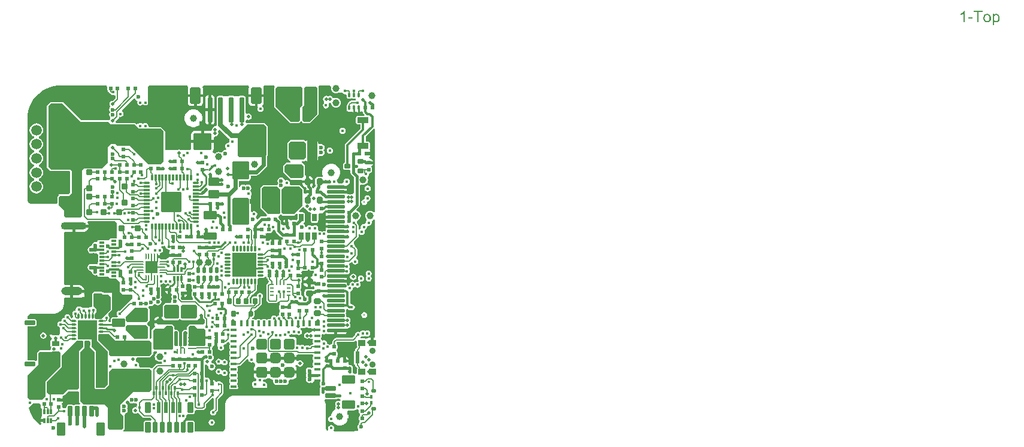
<source format=gtl>
G04*
G04 #@! TF.GenerationSoftware,Altium Limited,Altium Designer,20.0.13 (296)*
G04*
G04 Layer_Physical_Order=1*
G04 Layer_Color=255*
%FSLAX42Y42*%
%MOMM*%
G71*
G01*
G75*
%ADD10C,0.20*%
%ADD12C,0.15*%
G04:AMPARAMS|DCode=89|XSize=0.3mm|YSize=0.9mm|CornerRadius=0.15mm|HoleSize=0mm|Usage=FLASHONLY|Rotation=0.000|XOffset=0mm|YOffset=0mm|HoleType=Round|Shape=RoundedRectangle|*
%AMROUNDEDRECTD89*
21,1,0.30,0.60,0,0,0.0*
21,1,0.00,0.90,0,0,0.0*
1,1,0.30,0.00,-0.30*
1,1,0.30,0.00,-0.30*
1,1,0.30,0.00,0.30*
1,1,0.30,0.00,0.30*
%
%ADD89ROUNDEDRECTD89*%
%ADD99C,0.30*%
%ADD101C,0.45*%
G04:AMPARAMS|DCode=103|XSize=1.1mm|YSize=0.6mm|CornerRadius=0.06mm|HoleSize=0mm|Usage=FLASHONLY|Rotation=0.000|XOffset=0mm|YOffset=0mm|HoleType=Round|Shape=RoundedRectangle|*
%AMROUNDEDRECTD103*
21,1,1.10,0.48,0,0,0.0*
21,1,0.98,0.60,0,0,0.0*
1,1,0.12,0.49,-0.24*
1,1,0.12,-0.49,-0.24*
1,1,0.12,-0.49,0.24*
1,1,0.12,0.49,0.24*
%
%ADD103ROUNDEDRECTD103*%
G04:AMPARAMS|DCode=104|XSize=0.6mm|YSize=1.5mm|CornerRadius=0.06mm|HoleSize=0mm|Usage=FLASHONLY|Rotation=270.000|XOffset=0mm|YOffset=0mm|HoleType=Round|Shape=RoundedRectangle|*
%AMROUNDEDRECTD104*
21,1,0.60,1.38,0,0,270.0*
21,1,0.48,1.50,0,0,270.0*
1,1,0.12,-0.69,-0.24*
1,1,0.12,-0.69,0.24*
1,1,0.12,0.69,0.24*
1,1,0.12,0.69,-0.24*
%
%ADD104ROUNDEDRECTD104*%
%ADD105C,1.00*%
G04:AMPARAMS|DCode=106|XSize=0.67mm|YSize=0.3mm|CornerRadius=0.03mm|HoleSize=0mm|Usage=FLASHONLY|Rotation=90.000|XOffset=0mm|YOffset=0mm|HoleType=Round|Shape=RoundedRectangle|*
%AMROUNDEDRECTD106*
21,1,0.67,0.24,0,0,90.0*
21,1,0.61,0.30,0,0,90.0*
1,1,0.06,0.12,0.31*
1,1,0.06,0.12,-0.31*
1,1,0.06,-0.12,-0.31*
1,1,0.06,-0.12,0.31*
%
%ADD106ROUNDEDRECTD106*%
G04:AMPARAMS|DCode=107|XSize=0.55mm|YSize=0.4mm|CornerRadius=0.04mm|HoleSize=0mm|Usage=FLASHONLY|Rotation=270.000|XOffset=0mm|YOffset=0mm|HoleType=Round|Shape=RoundedRectangle|*
%AMROUNDEDRECTD107*
21,1,0.55,0.32,0,0,270.0*
21,1,0.47,0.40,0,0,270.0*
1,1,0.08,-0.16,-0.23*
1,1,0.08,-0.16,0.23*
1,1,0.08,0.16,0.23*
1,1,0.08,0.16,-0.23*
%
%ADD107ROUNDEDRECTD107*%
G04:AMPARAMS|DCode=108|XSize=0.65mm|YSize=0.5mm|CornerRadius=0.05mm|HoleSize=0mm|Usage=FLASHONLY|Rotation=180.000|XOffset=0mm|YOffset=0mm|HoleType=Round|Shape=RoundedRectangle|*
%AMROUNDEDRECTD108*
21,1,0.65,0.40,0,0,180.0*
21,1,0.55,0.50,0,0,180.0*
1,1,0.10,-0.28,0.20*
1,1,0.10,0.28,0.20*
1,1,0.10,0.28,-0.20*
1,1,0.10,-0.28,-0.20*
%
%ADD108ROUNDEDRECTD108*%
G04:AMPARAMS|DCode=109|XSize=0.5mm|YSize=0.55mm|CornerRadius=0.09mm|HoleSize=0mm|Usage=FLASHONLY|Rotation=270.000|XOffset=0mm|YOffset=0mm|HoleType=Round|Shape=RoundedRectangle|*
%AMROUNDEDRECTD109*
21,1,0.50,0.38,0,0,270.0*
21,1,0.33,0.55,0,0,270.0*
1,1,0.18,-0.19,-0.16*
1,1,0.18,-0.19,0.16*
1,1,0.18,0.19,0.16*
1,1,0.18,0.19,-0.16*
%
%ADD109ROUNDEDRECTD109*%
G04:AMPARAMS|DCode=110|XSize=0.5mm|YSize=0.55mm|CornerRadius=0.09mm|HoleSize=0mm|Usage=FLASHONLY|Rotation=0.000|XOffset=0mm|YOffset=0mm|HoleType=Round|Shape=RoundedRectangle|*
%AMROUNDEDRECTD110*
21,1,0.50,0.38,0,0,0.0*
21,1,0.33,0.55,0,0,0.0*
1,1,0.18,0.16,-0.19*
1,1,0.18,-0.16,-0.19*
1,1,0.18,-0.16,0.19*
1,1,0.18,0.16,0.19*
%
%ADD110ROUNDEDRECTD110*%
G04:AMPARAMS|DCode=111|XSize=1.15mm|YSize=1.45mm|CornerRadius=0.09mm|HoleSize=0mm|Usage=FLASHONLY|Rotation=270.000|XOffset=0mm|YOffset=0mm|HoleType=Round|Shape=RoundedRectangle|*
%AMROUNDEDRECTD111*
21,1,1.15,1.28,0,0,270.0*
21,1,0.98,1.45,0,0,270.0*
1,1,0.17,-0.64,-0.49*
1,1,0.17,-0.64,0.49*
1,1,0.17,0.64,0.49*
1,1,0.17,0.64,-0.49*
%
%ADD111ROUNDEDRECTD111*%
G04:AMPARAMS|DCode=112|XSize=4mm|YSize=1.8mm|CornerRadius=0.18mm|HoleSize=0mm|Usage=FLASHONLY|Rotation=90.000|XOffset=0mm|YOffset=0mm|HoleType=Round|Shape=RoundedRectangle|*
%AMROUNDEDRECTD112*
21,1,4.00,1.44,0,0,90.0*
21,1,3.64,1.80,0,0,90.0*
1,1,0.36,0.72,1.82*
1,1,0.36,0.72,-1.82*
1,1,0.36,-0.72,-1.82*
1,1,0.36,-0.72,1.82*
%
%ADD112ROUNDEDRECTD112*%
G04:AMPARAMS|DCode=113|XSize=3.5mm|YSize=0.7mm|CornerRadius=0.07mm|HoleSize=0mm|Usage=FLASHONLY|Rotation=270.000|XOffset=0mm|YOffset=0mm|HoleType=Round|Shape=RoundedRectangle|*
%AMROUNDEDRECTD113*
21,1,3.50,0.56,0,0,270.0*
21,1,3.36,0.70,0,0,270.0*
1,1,0.14,-0.28,-1.68*
1,1,0.14,-0.28,1.68*
1,1,0.14,0.28,1.68*
1,1,0.14,0.28,-1.68*
%
%ADD113ROUNDEDRECTD113*%
G04:AMPARAMS|DCode=114|XSize=1.5mm|YSize=2.3mm|CornerRadius=0.15mm|HoleSize=0mm|Usage=FLASHONLY|Rotation=180.000|XOffset=0mm|YOffset=0mm|HoleType=Round|Shape=RoundedRectangle|*
%AMROUNDEDRECTD114*
21,1,1.50,2.00,0,0,180.0*
21,1,1.20,2.30,0,0,180.0*
1,1,0.30,-0.60,1.00*
1,1,0.30,0.60,1.00*
1,1,0.30,0.60,-1.00*
1,1,0.30,-0.60,-1.00*
%
%ADD114ROUNDEDRECTD114*%
G04:AMPARAMS|DCode=115|XSize=2.6mm|YSize=2.4mm|CornerRadius=0.24mm|HoleSize=0mm|Usage=FLASHONLY|Rotation=180.000|XOffset=0mm|YOffset=0mm|HoleType=Round|Shape=RoundedRectangle|*
%AMROUNDEDRECTD115*
21,1,2.60,1.92,0,0,180.0*
21,1,2.12,2.40,0,0,180.0*
1,1,0.48,-1.06,0.96*
1,1,0.48,1.06,0.96*
1,1,0.48,1.06,-0.96*
1,1,0.48,-1.06,-0.96*
%
%ADD115ROUNDEDRECTD115*%
G04:AMPARAMS|DCode=116|XSize=0.8mm|YSize=0.8mm|CornerRadius=0.08mm|HoleSize=0mm|Usage=FLASHONLY|Rotation=270.000|XOffset=0mm|YOffset=0mm|HoleType=Round|Shape=RoundedRectangle|*
%AMROUNDEDRECTD116*
21,1,0.80,0.64,0,0,270.0*
21,1,0.64,0.80,0,0,270.0*
1,1,0.16,-0.32,-0.32*
1,1,0.16,-0.32,0.32*
1,1,0.16,0.32,0.32*
1,1,0.16,0.32,-0.32*
%
%ADD116ROUNDEDRECTD116*%
G04:AMPARAMS|DCode=117|XSize=0.8mm|YSize=0.8mm|CornerRadius=0.08mm|HoleSize=0mm|Usage=FLASHONLY|Rotation=0.000|XOffset=0mm|YOffset=0mm|HoleType=Round|Shape=RoundedRectangle|*
%AMROUNDEDRECTD117*
21,1,0.80,0.64,0,0,0.0*
21,1,0.64,0.80,0,0,0.0*
1,1,0.16,0.32,-0.32*
1,1,0.16,-0.32,-0.32*
1,1,0.16,-0.32,0.32*
1,1,0.16,0.32,0.32*
%
%ADD117ROUNDEDRECTD117*%
G04:AMPARAMS|DCode=118|XSize=0.3mm|YSize=0.7mm|CornerRadius=0.03mm|HoleSize=0mm|Usage=FLASHONLY|Rotation=270.000|XOffset=0mm|YOffset=0mm|HoleType=Round|Shape=RoundedRectangle|*
%AMROUNDEDRECTD118*
21,1,0.30,0.64,0,0,270.0*
21,1,0.24,0.70,0,0,270.0*
1,1,0.06,-0.32,-0.12*
1,1,0.06,-0.32,0.12*
1,1,0.06,0.32,0.12*
1,1,0.06,0.32,-0.12*
%
%ADD118ROUNDEDRECTD118*%
G04:AMPARAMS|DCode=119|XSize=0.9mm|YSize=0.7mm|CornerRadius=0.07mm|HoleSize=0mm|Usage=FLASHONLY|Rotation=270.000|XOffset=0mm|YOffset=0mm|HoleType=Round|Shape=RoundedRectangle|*
%AMROUNDEDRECTD119*
21,1,0.90,0.56,0,0,270.0*
21,1,0.76,0.70,0,0,270.0*
1,1,0.14,-0.28,-0.38*
1,1,0.14,-0.28,0.38*
1,1,0.14,0.28,0.38*
1,1,0.14,0.28,-0.38*
%
%ADD119ROUNDEDRECTD119*%
G04:AMPARAMS|DCode=120|XSize=0.28mm|YSize=0.85mm|CornerRadius=0.07mm|HoleSize=0mm|Usage=FLASHONLY|Rotation=0.000|XOffset=0mm|YOffset=0mm|HoleType=Round|Shape=RoundedRectangle|*
%AMROUNDEDRECTD120*
21,1,0.28,0.71,0,0,0.0*
21,1,0.14,0.85,0,0,0.0*
1,1,0.14,0.07,-0.36*
1,1,0.14,-0.07,-0.36*
1,1,0.14,-0.07,0.36*
1,1,0.14,0.07,0.36*
%
%ADD120ROUNDEDRECTD120*%
G04:AMPARAMS|DCode=121|XSize=0.28mm|YSize=0.9mm|CornerRadius=0.07mm|HoleSize=0mm|Usage=FLASHONLY|Rotation=0.000|XOffset=0mm|YOffset=0mm|HoleType=Round|Shape=RoundedRectangle|*
%AMROUNDEDRECTD121*
21,1,0.28,0.76,0,0,0.0*
21,1,0.14,0.90,0,0,0.0*
1,1,0.14,0.07,-0.38*
1,1,0.14,-0.07,-0.38*
1,1,0.14,-0.07,0.38*
1,1,0.14,0.07,0.38*
%
%ADD121ROUNDEDRECTD121*%
G04:AMPARAMS|DCode=122|XSize=0.28mm|YSize=0.85mm|CornerRadius=0.07mm|HoleSize=0mm|Usage=FLASHONLY|Rotation=270.000|XOffset=0mm|YOffset=0mm|HoleType=Round|Shape=RoundedRectangle|*
%AMROUNDEDRECTD122*
21,1,0.28,0.71,0,0,270.0*
21,1,0.14,0.85,0,0,270.0*
1,1,0.14,-0.36,-0.07*
1,1,0.14,-0.36,0.07*
1,1,0.14,0.36,0.07*
1,1,0.14,0.36,-0.07*
%
%ADD122ROUNDEDRECTD122*%
G04:AMPARAMS|DCode=123|XSize=0.28mm|YSize=0.9mm|CornerRadius=0.07mm|HoleSize=0mm|Usage=FLASHONLY|Rotation=270.000|XOffset=0mm|YOffset=0mm|HoleType=Round|Shape=RoundedRectangle|*
%AMROUNDEDRECTD123*
21,1,0.28,0.76,0,0,270.0*
21,1,0.14,0.90,0,0,270.0*
1,1,0.14,-0.38,-0.07*
1,1,0.14,-0.38,0.07*
1,1,0.14,0.38,0.07*
1,1,0.14,0.38,-0.07*
%
%ADD123ROUNDEDRECTD123*%
G04:AMPARAMS|DCode=124|XSize=2.8mm|YSize=2.8mm|CornerRadius=0.07mm|HoleSize=0mm|Usage=FLASHONLY|Rotation=270.000|XOffset=0mm|YOffset=0mm|HoleType=Round|Shape=RoundedRectangle|*
%AMROUNDEDRECTD124*
21,1,2.80,2.66,0,0,270.0*
21,1,2.66,2.80,0,0,270.0*
1,1,0.14,-1.33,-1.33*
1,1,0.14,-1.33,1.33*
1,1,0.14,1.33,1.33*
1,1,0.14,1.33,-1.33*
%
%ADD124ROUNDEDRECTD124*%
G04:AMPARAMS|DCode=125|XSize=0.41mm|YSize=0.15mm|CornerRadius=0.02mm|HoleSize=0mm|Usage=FLASHONLY|Rotation=90.000|XOffset=0mm|YOffset=0mm|HoleType=Round|Shape=RoundedRectangle|*
%AMROUNDEDRECTD125*
21,1,0.41,0.12,0,0,90.0*
21,1,0.38,0.15,0,0,90.0*
1,1,0.03,0.06,0.19*
1,1,0.03,0.06,-0.19*
1,1,0.03,-0.06,-0.19*
1,1,0.03,-0.06,0.19*
%
%ADD125ROUNDEDRECTD125*%
G04:AMPARAMS|DCode=126|XSize=0.41mm|YSize=0.25mm|CornerRadius=0.03mm|HoleSize=0mm|Usage=FLASHONLY|Rotation=0.000|XOffset=0mm|YOffset=0mm|HoleType=Round|Shape=RoundedRectangle|*
%AMROUNDEDRECTD126*
21,1,0.41,0.20,0,0,0.0*
21,1,0.36,0.25,0,0,0.0*
1,1,0.05,0.18,-0.10*
1,1,0.05,-0.18,-0.10*
1,1,0.05,-0.18,0.10*
1,1,0.05,0.18,0.10*
%
%ADD126ROUNDEDRECTD126*%
G04:AMPARAMS|DCode=127|XSize=1.15mm|YSize=1.8mm|CornerRadius=0.12mm|HoleSize=0mm|Usage=FLASHONLY|Rotation=90.000|XOffset=0mm|YOffset=0mm|HoleType=Round|Shape=RoundedRectangle|*
%AMROUNDEDRECTD127*
21,1,1.15,1.57,0,0,90.0*
21,1,0.92,1.80,0,0,90.0*
1,1,0.23,0.79,0.46*
1,1,0.23,0.79,-0.46*
1,1,0.23,-0.79,-0.46*
1,1,0.23,-0.79,0.46*
%
%ADD127ROUNDEDRECTD127*%
G04:AMPARAMS|DCode=128|XSize=1.1mm|YSize=1.8mm|CornerRadius=0.11mm|HoleSize=0mm|Usage=FLASHONLY|Rotation=90.000|XOffset=0mm|YOffset=0mm|HoleType=Round|Shape=RoundedRectangle|*
%AMROUNDEDRECTD128*
21,1,1.10,1.58,0,0,90.0*
21,1,0.88,1.80,0,0,90.0*
1,1,0.22,0.79,0.44*
1,1,0.22,0.79,-0.44*
1,1,0.22,-0.79,-0.44*
1,1,0.22,-0.79,0.44*
%
%ADD128ROUNDEDRECTD128*%
G04:AMPARAMS|DCode=129|XSize=0.41mm|YSize=0.6mm|CornerRadius=0.04mm|HoleSize=0mm|Usage=FLASHONLY|Rotation=180.000|XOffset=0mm|YOffset=0mm|HoleType=Round|Shape=RoundedRectangle|*
%AMROUNDEDRECTD129*
21,1,0.41,0.52,0,0,180.0*
21,1,0.33,0.60,0,0,180.0*
1,1,0.08,-0.16,0.26*
1,1,0.08,0.16,0.26*
1,1,0.08,0.16,-0.26*
1,1,0.08,-0.16,-0.26*
%
%ADD129ROUNDEDRECTD129*%
G04:AMPARAMS|DCode=130|XSize=2.6mm|YSize=2.4mm|CornerRadius=0.24mm|HoleSize=0mm|Usage=FLASHONLY|Rotation=270.000|XOffset=0mm|YOffset=0mm|HoleType=Round|Shape=RoundedRectangle|*
%AMROUNDEDRECTD130*
21,1,2.60,1.92,0,0,270.0*
21,1,2.12,2.40,0,0,270.0*
1,1,0.48,-0.96,-1.06*
1,1,0.48,-0.96,1.06*
1,1,0.48,0.96,1.06*
1,1,0.48,0.96,-1.06*
%
%ADD130ROUNDEDRECTD130*%
G04:AMPARAMS|DCode=131|XSize=0.75mm|YSize=0.75mm|CornerRadius=0.08mm|HoleSize=0mm|Usage=FLASHONLY|Rotation=0.000|XOffset=0mm|YOffset=0mm|HoleType=Round|Shape=RoundedRectangle|*
%AMROUNDEDRECTD131*
21,1,0.75,0.60,0,0,0.0*
21,1,0.60,0.75,0,0,0.0*
1,1,0.15,0.30,-0.30*
1,1,0.15,-0.30,-0.30*
1,1,0.15,-0.30,0.30*
1,1,0.15,0.30,0.30*
%
%ADD131ROUNDEDRECTD131*%
G04:AMPARAMS|DCode=132|XSize=1.15mm|YSize=1.45mm|CornerRadius=0.09mm|HoleSize=0mm|Usage=FLASHONLY|Rotation=180.000|XOffset=0mm|YOffset=0mm|HoleType=Round|Shape=RoundedRectangle|*
%AMROUNDEDRECTD132*
21,1,1.15,1.28,0,0,180.0*
21,1,0.98,1.45,0,0,180.0*
1,1,0.17,-0.49,0.64*
1,1,0.17,0.49,0.64*
1,1,0.17,0.49,-0.64*
1,1,0.17,-0.49,-0.64*
%
%ADD132ROUNDEDRECTD132*%
G04:AMPARAMS|DCode=133|XSize=1.25mm|YSize=2.4mm|CornerRadius=0.13mm|HoleSize=0mm|Usage=FLASHONLY|Rotation=0.000|XOffset=0mm|YOffset=0mm|HoleType=Round|Shape=RoundedRectangle|*
%AMROUNDEDRECTD133*
21,1,1.25,2.15,0,0,0.0*
21,1,1.00,2.40,0,0,0.0*
1,1,0.25,0.50,-1.08*
1,1,0.25,-0.50,-1.08*
1,1,0.25,-0.50,1.08*
1,1,0.25,0.50,1.08*
%
%ADD133ROUNDEDRECTD133*%
G04:AMPARAMS|DCode=134|XSize=0.8mm|YSize=0.99mm|CornerRadius=0.14mm|HoleSize=0mm|Usage=FLASHONLY|Rotation=180.000|XOffset=0mm|YOffset=0mm|HoleType=Round|Shape=RoundedRectangle|*
%AMROUNDEDRECTD134*
21,1,0.80,0.71,0,0,180.0*
21,1,0.52,0.99,0,0,180.0*
1,1,0.28,-0.26,0.36*
1,1,0.28,0.26,0.36*
1,1,0.28,0.26,-0.36*
1,1,0.28,-0.26,-0.36*
%
%ADD134ROUNDEDRECTD134*%
G04:AMPARAMS|DCode=135|XSize=0.45mm|YSize=2.5mm|CornerRadius=0.05mm|HoleSize=0mm|Usage=FLASHONLY|Rotation=90.000|XOffset=0mm|YOffset=0mm|HoleType=Round|Shape=RoundedRectangle|*
%AMROUNDEDRECTD135*
21,1,0.45,2.41,0,0,90.0*
21,1,0.36,2.50,0,0,90.0*
1,1,0.09,1.21,0.18*
1,1,0.09,1.21,-0.18*
1,1,0.09,-1.21,-0.18*
1,1,0.09,-1.21,0.18*
%
%ADD135ROUNDEDRECTD135*%
G04:AMPARAMS|DCode=136|XSize=0.6mm|YSize=0.8mm|CornerRadius=0.06mm|HoleSize=0mm|Usage=FLASHONLY|Rotation=90.000|XOffset=0mm|YOffset=0mm|HoleType=Round|Shape=RoundedRectangle|*
%AMROUNDEDRECTD136*
21,1,0.60,0.68,0,0,90.0*
21,1,0.48,0.80,0,0,90.0*
1,1,0.12,0.34,0.24*
1,1,0.12,0.34,-0.24*
1,1,0.12,-0.34,-0.24*
1,1,0.12,-0.34,0.24*
%
%ADD136ROUNDEDRECTD136*%
G04:AMPARAMS|DCode=137|XSize=0.25mm|YSize=0.36mm|CornerRadius=0.03mm|HoleSize=0mm|Usage=FLASHONLY|Rotation=270.000|XOffset=0mm|YOffset=0mm|HoleType=Round|Shape=RoundedRectangle|*
%AMROUNDEDRECTD137*
21,1,0.25,0.31,0,0,270.0*
21,1,0.20,0.36,0,0,270.0*
1,1,0.05,-0.16,-0.10*
1,1,0.05,-0.16,0.10*
1,1,0.05,0.16,0.10*
1,1,0.05,0.16,-0.10*
%
%ADD137ROUNDEDRECTD137*%
G04:AMPARAMS|DCode=138|XSize=0.8mm|YSize=1.6mm|CornerRadius=0.08mm|HoleSize=0mm|Usage=FLASHONLY|Rotation=90.000|XOffset=0mm|YOffset=0mm|HoleType=Round|Shape=RoundedRectangle|*
%AMROUNDEDRECTD138*
21,1,0.80,1.44,0,0,90.0*
21,1,0.64,1.60,0,0,90.0*
1,1,0.16,0.72,0.32*
1,1,0.16,0.72,-0.32*
1,1,0.16,-0.72,-0.32*
1,1,0.16,-0.72,0.32*
%
%ADD138ROUNDEDRECTD138*%
G04:AMPARAMS|DCode=139|XSize=0.3mm|YSize=0.66mm|CornerRadius=0.05mm|HoleSize=0mm|Usage=FLASHONLY|Rotation=180.000|XOffset=0mm|YOffset=0mm|HoleType=Round|Shape=RoundedRectangle|*
%AMROUNDEDRECTD139*
21,1,0.30,0.57,0,0,180.0*
21,1,0.21,0.66,0,0,180.0*
1,1,0.09,-0.11,0.28*
1,1,0.09,0.11,0.28*
1,1,0.09,0.11,-0.28*
1,1,0.09,-0.11,-0.28*
%
%ADD139ROUNDEDRECTD139*%
G04:AMPARAMS|DCode=140|XSize=1.1mm|YSize=0.6mm|CornerRadius=0.06mm|HoleSize=0mm|Usage=FLASHONLY|Rotation=90.000|XOffset=0mm|YOffset=0mm|HoleType=Round|Shape=RoundedRectangle|*
%AMROUNDEDRECTD140*
21,1,1.10,0.48,0,0,90.0*
21,1,0.98,0.60,0,0,90.0*
1,1,0.12,0.24,0.49*
1,1,0.12,0.24,-0.49*
1,1,0.12,-0.24,-0.49*
1,1,0.12,-0.24,0.49*
%
%ADD140ROUNDEDRECTD140*%
G04:AMPARAMS|DCode=141|XSize=1.55mm|YSize=0.6mm|CornerRadius=0.06mm|HoleSize=0mm|Usage=FLASHONLY|Rotation=180.000|XOffset=0mm|YOffset=0mm|HoleType=Round|Shape=RoundedRectangle|*
%AMROUNDEDRECTD141*
21,1,1.55,0.48,0,0,180.0*
21,1,1.43,0.60,0,0,180.0*
1,1,0.12,-0.72,0.24*
1,1,0.12,0.72,0.24*
1,1,0.12,0.72,-0.24*
1,1,0.12,-0.72,-0.24*
%
%ADD141ROUNDEDRECTD141*%
G04:AMPARAMS|DCode=142|XSize=1.8mm|YSize=1.2mm|CornerRadius=0.12mm|HoleSize=0mm|Usage=FLASHONLY|Rotation=180.000|XOffset=0mm|YOffset=0mm|HoleType=Round|Shape=RoundedRectangle|*
%AMROUNDEDRECTD142*
21,1,1.80,0.96,0,0,180.0*
21,1,1.56,1.20,0,0,180.0*
1,1,0.24,-0.78,0.48*
1,1,0.24,0.78,0.48*
1,1,0.24,0.78,-0.48*
1,1,0.24,-0.78,-0.48*
%
%ADD142ROUNDEDRECTD142*%
G04:AMPARAMS|DCode=143|XSize=1mm|YSize=0.9mm|CornerRadius=0.09mm|HoleSize=0mm|Usage=FLASHONLY|Rotation=180.000|XOffset=0mm|YOffset=0mm|HoleType=Round|Shape=RoundedRectangle|*
%AMROUNDEDRECTD143*
21,1,1.00,0.72,0,0,180.0*
21,1,0.82,0.90,0,0,180.0*
1,1,0.18,-0.41,0.36*
1,1,0.18,0.41,0.36*
1,1,0.18,0.41,-0.36*
1,1,0.18,-0.41,-0.36*
%
%ADD143ROUNDEDRECTD143*%
G04:AMPARAMS|DCode=144|XSize=1.7mm|YSize=0.55mm|CornerRadius=0.06mm|HoleSize=0mm|Usage=FLASHONLY|Rotation=90.000|XOffset=0mm|YOffset=0mm|HoleType=Round|Shape=RoundedRectangle|*
%AMROUNDEDRECTD144*
21,1,1.70,0.44,0,0,90.0*
21,1,1.59,0.55,0,0,90.0*
1,1,0.11,0.22,0.80*
1,1,0.11,0.22,-0.80*
1,1,0.11,-0.22,-0.80*
1,1,0.11,-0.22,0.80*
%
%ADD144ROUNDEDRECTD144*%
G04:AMPARAMS|DCode=145|XSize=0.8mm|YSize=0.99mm|CornerRadius=0.14mm|HoleSize=0mm|Usage=FLASHONLY|Rotation=90.000|XOffset=0mm|YOffset=0mm|HoleType=Round|Shape=RoundedRectangle|*
%AMROUNDEDRECTD145*
21,1,0.80,0.71,0,0,90.0*
21,1,0.52,0.99,0,0,90.0*
1,1,0.28,0.36,0.26*
1,1,0.28,0.36,-0.26*
1,1,0.28,-0.36,-0.26*
1,1,0.28,-0.36,0.26*
%
%ADD145ROUNDEDRECTD145*%
G04:AMPARAMS|DCode=146|XSize=0.41mm|YSize=0.15mm|CornerRadius=0.02mm|HoleSize=0mm|Usage=FLASHONLY|Rotation=180.000|XOffset=0mm|YOffset=0mm|HoleType=Round|Shape=RoundedRectangle|*
%AMROUNDEDRECTD146*
21,1,0.41,0.12,0,0,180.0*
21,1,0.38,0.15,0,0,180.0*
1,1,0.03,-0.19,0.06*
1,1,0.03,0.19,0.06*
1,1,0.03,0.19,-0.06*
1,1,0.03,-0.19,-0.06*
%
%ADD146ROUNDEDRECTD146*%
G04:AMPARAMS|DCode=147|XSize=0.48mm|YSize=0.25mm|CornerRadius=0.03mm|HoleSize=0mm|Usage=FLASHONLY|Rotation=180.000|XOffset=0mm|YOffset=0mm|HoleType=Round|Shape=RoundedRectangle|*
%AMROUNDEDRECTD147*
21,1,0.48,0.20,0,0,180.0*
21,1,0.43,0.25,0,0,180.0*
1,1,0.05,-0.21,0.10*
1,1,0.05,0.21,0.10*
1,1,0.05,0.21,-0.10*
1,1,0.05,-0.21,-0.10*
%
%ADD147ROUNDEDRECTD147*%
G04:AMPARAMS|DCode=148|XSize=0.48mm|YSize=0.25mm|CornerRadius=0.03mm|HoleSize=0mm|Usage=FLASHONLY|Rotation=270.000|XOffset=0mm|YOffset=0mm|HoleType=Round|Shape=RoundedRectangle|*
%AMROUNDEDRECTD148*
21,1,0.48,0.20,0,0,270.0*
21,1,0.43,0.25,0,0,270.0*
1,1,0.05,-0.10,-0.21*
1,1,0.05,-0.10,0.21*
1,1,0.05,0.10,0.21*
1,1,0.05,0.10,-0.21*
%
%ADD148ROUNDEDRECTD148*%
G04:AMPARAMS|DCode=149|XSize=0.55mm|YSize=0.57mm|CornerRadius=0.06mm|HoleSize=0mm|Usage=FLASHONLY|Rotation=270.000|XOffset=0mm|YOffset=0mm|HoleType=Round|Shape=RoundedRectangle|*
%AMROUNDEDRECTD149*
21,1,0.55,0.46,0,0,270.0*
21,1,0.44,0.57,0,0,270.0*
1,1,0.11,-0.23,-0.22*
1,1,0.11,-0.23,0.22*
1,1,0.11,0.23,0.22*
1,1,0.11,0.23,-0.22*
%
%ADD149ROUNDEDRECTD149*%
G04:AMPARAMS|DCode=150|XSize=0.3mm|YSize=0.9mm|CornerRadius=0.15mm|HoleSize=0mm|Usage=FLASHONLY|Rotation=90.000|XOffset=0mm|YOffset=0mm|HoleType=Round|Shape=RoundedRectangle|*
%AMROUNDEDRECTD150*
21,1,0.30,0.60,0,0,90.0*
21,1,0.00,0.90,0,0,90.0*
1,1,0.30,0.30,0.00*
1,1,0.30,0.30,0.00*
1,1,0.30,-0.30,0.00*
1,1,0.30,-0.30,0.00*
%
%ADD150ROUNDEDRECTD150*%
G04:AMPARAMS|DCode=151|XSize=2mm|YSize=2mm|CornerRadius=0.2mm|HoleSize=0mm|Usage=FLASHONLY|Rotation=180.000|XOffset=0mm|YOffset=0mm|HoleType=Round|Shape=RoundedRectangle|*
%AMROUNDEDRECTD151*
21,1,2.00,1.60,0,0,180.0*
21,1,1.60,2.00,0,0,180.0*
1,1,0.40,-0.80,0.80*
1,1,0.40,0.80,0.80*
1,1,0.40,0.80,-0.80*
1,1,0.40,-0.80,-0.80*
%
%ADD151ROUNDEDRECTD151*%
G04:AMPARAMS|DCode=152|XSize=0.5mm|YSize=0.8mm|CornerRadius=0.05mm|HoleSize=0mm|Usage=FLASHONLY|Rotation=0.000|XOffset=0mm|YOffset=0mm|HoleType=Round|Shape=RoundedRectangle|*
%AMROUNDEDRECTD152*
21,1,0.50,0.70,0,0,0.0*
21,1,0.40,0.80,0,0,0.0*
1,1,0.10,0.20,-0.35*
1,1,0.10,-0.20,-0.35*
1,1,0.10,-0.20,0.35*
1,1,0.10,0.20,0.35*
%
%ADD152ROUNDEDRECTD152*%
G04:AMPARAMS|DCode=153|XSize=1.5mm|YSize=1.2mm|CornerRadius=0.12mm|HoleSize=0mm|Usage=FLASHONLY|Rotation=90.000|XOffset=0mm|YOffset=0mm|HoleType=Round|Shape=RoundedRectangle|*
%AMROUNDEDRECTD153*
21,1,1.50,0.96,0,0,90.0*
21,1,1.26,1.20,0,0,90.0*
1,1,0.24,0.48,0.63*
1,1,0.24,0.48,-0.63*
1,1,0.24,-0.48,-0.63*
1,1,0.24,-0.48,0.63*
%
%ADD153ROUNDEDRECTD153*%
G04:AMPARAMS|DCode=154|XSize=1.7mm|YSize=5.6mm|CornerRadius=0.17mm|HoleSize=0mm|Usage=FLASHONLY|Rotation=270.000|XOffset=0mm|YOffset=0mm|HoleType=Round|Shape=RoundedRectangle|*
%AMROUNDEDRECTD154*
21,1,1.70,5.26,0,0,270.0*
21,1,1.36,5.60,0,0,270.0*
1,1,0.34,-2.63,-0.68*
1,1,0.34,-2.63,0.68*
1,1,0.34,2.63,0.68*
1,1,0.34,2.63,-0.68*
%
%ADD154ROUNDEDRECTD154*%
G04:AMPARAMS|DCode=155|XSize=0.3mm|YSize=0.5mm|CornerRadius=0.03mm|HoleSize=0mm|Usage=FLASHONLY|Rotation=180.000|XOffset=0mm|YOffset=0mm|HoleType=Round|Shape=RoundedRectangle|*
%AMROUNDEDRECTD155*
21,1,0.30,0.44,0,0,180.0*
21,1,0.24,0.50,0,0,180.0*
1,1,0.06,-0.12,0.22*
1,1,0.06,0.12,0.22*
1,1,0.06,0.12,-0.22*
1,1,0.06,-0.12,-0.22*
%
%ADD155ROUNDEDRECTD155*%
G04:AMPARAMS|DCode=156|XSize=0.82mm|YSize=0.28mm|CornerRadius=0.14mm|HoleSize=0mm|Usage=FLASHONLY|Rotation=0.000|XOffset=0mm|YOffset=0mm|HoleType=Round|Shape=RoundedRectangle|*
%AMROUNDEDRECTD156*
21,1,0.82,0.00,0,0,0.0*
21,1,0.54,0.28,0,0,0.0*
1,1,0.28,0.27,0.00*
1,1,0.28,-0.27,0.00*
1,1,0.28,-0.27,0.00*
1,1,0.28,0.27,0.00*
%
%ADD156ROUNDEDRECTD156*%
G04:AMPARAMS|DCode=157|XSize=0.82mm|YSize=0.28mm|CornerRadius=0.14mm|HoleSize=0mm|Usage=FLASHONLY|Rotation=270.000|XOffset=0mm|YOffset=0mm|HoleType=Round|Shape=RoundedRectangle|*
%AMROUNDEDRECTD157*
21,1,0.82,0.00,0,0,270.0*
21,1,0.54,0.28,0,0,270.0*
1,1,0.28,0.00,-0.27*
1,1,0.28,0.00,0.27*
1,1,0.28,0.00,0.27*
1,1,0.28,0.00,-0.27*
%
%ADD157ROUNDEDRECTD157*%
G04:AMPARAMS|DCode=158|XSize=0.5mm|YSize=0.5mm|CornerRadius=0.05mm|HoleSize=0mm|Usage=FLASHONLY|Rotation=270.000|XOffset=0mm|YOffset=0mm|HoleType=Round|Shape=RoundedRectangle|*
%AMROUNDEDRECTD158*
21,1,0.50,0.40,0,0,270.0*
21,1,0.40,0.50,0,0,270.0*
1,1,0.10,-0.20,-0.20*
1,1,0.10,-0.20,0.20*
1,1,0.10,0.20,0.20*
1,1,0.10,0.20,-0.20*
%
%ADD158ROUNDEDRECTD158*%
G04:AMPARAMS|DCode=159|XSize=1.15mm|YSize=1.8mm|CornerRadius=0.12mm|HoleSize=0mm|Usage=FLASHONLY|Rotation=180.000|XOffset=0mm|YOffset=0mm|HoleType=Round|Shape=RoundedRectangle|*
%AMROUNDEDRECTD159*
21,1,1.15,1.57,0,0,180.0*
21,1,0.92,1.80,0,0,180.0*
1,1,0.23,-0.46,0.79*
1,1,0.23,0.46,0.79*
1,1,0.23,0.46,-0.79*
1,1,0.23,-0.46,-0.79*
%
%ADD159ROUNDEDRECTD159*%
G04:AMPARAMS|DCode=160|XSize=0.55mm|YSize=0.8mm|CornerRadius=0.06mm|HoleSize=0mm|Usage=FLASHONLY|Rotation=270.000|XOffset=0mm|YOffset=0mm|HoleType=Round|Shape=RoundedRectangle|*
%AMROUNDEDRECTD160*
21,1,0.55,0.69,0,0,270.0*
21,1,0.44,0.80,0,0,270.0*
1,1,0.11,-0.35,-0.22*
1,1,0.11,-0.35,0.22*
1,1,0.11,0.35,0.22*
1,1,0.11,0.35,-0.22*
%
%ADD160ROUNDEDRECTD160*%
G04:AMPARAMS|DCode=161|XSize=1.55mm|YSize=0.6mm|CornerRadius=0.06mm|HoleSize=0mm|Usage=FLASHONLY|Rotation=90.000|XOffset=0mm|YOffset=0mm|HoleType=Round|Shape=RoundedRectangle|*
%AMROUNDEDRECTD161*
21,1,1.55,0.48,0,0,90.0*
21,1,1.43,0.60,0,0,90.0*
1,1,0.12,0.24,0.72*
1,1,0.12,0.24,-0.72*
1,1,0.12,-0.24,-0.72*
1,1,0.12,-0.24,0.72*
%
%ADD161ROUNDEDRECTD161*%
G04:AMPARAMS|DCode=162|XSize=1.2mm|YSize=1.8mm|CornerRadius=0.12mm|HoleSize=0mm|Usage=FLASHONLY|Rotation=0.000|XOffset=0mm|YOffset=0mm|HoleType=Round|Shape=RoundedRectangle|*
%AMROUNDEDRECTD162*
21,1,1.20,1.56,0,0,0.0*
21,1,0.96,1.80,0,0,0.0*
1,1,0.24,0.48,-0.78*
1,1,0.24,-0.48,-0.78*
1,1,0.24,-0.48,0.78*
1,1,0.24,0.48,0.78*
%
%ADD162ROUNDEDRECTD162*%
G04:AMPARAMS|DCode=163|XSize=0.6mm|YSize=0.24mm|CornerRadius=0.04mm|HoleSize=0mm|Usage=FLASHONLY|Rotation=0.000|XOffset=0mm|YOffset=0mm|HoleType=Round|Shape=RoundedRectangle|*
%AMROUNDEDRECTD163*
21,1,0.60,0.17,0,0,0.0*
21,1,0.53,0.24,0,0,0.0*
1,1,0.07,0.26,-0.08*
1,1,0.07,-0.26,-0.08*
1,1,0.07,-0.26,0.08*
1,1,0.07,0.26,0.08*
%
%ADD163ROUNDEDRECTD163*%
G04:AMPARAMS|DCode=164|XSize=0.6mm|YSize=0.24mm|CornerRadius=0.04mm|HoleSize=0mm|Usage=FLASHONLY|Rotation=90.000|XOffset=0mm|YOffset=0mm|HoleType=Round|Shape=RoundedRectangle|*
%AMROUNDEDRECTD164*
21,1,0.60,0.17,0,0,90.0*
21,1,0.53,0.24,0,0,90.0*
1,1,0.07,0.08,0.26*
1,1,0.07,0.08,-0.26*
1,1,0.07,-0.08,-0.26*
1,1,0.07,-0.08,0.26*
%
%ADD164ROUNDEDRECTD164*%
G04:AMPARAMS|DCode=165|XSize=1.79mm|YSize=0.22mm|CornerRadius=0.03mm|HoleSize=0mm|Usage=FLASHONLY|Rotation=270.000|XOffset=0mm|YOffset=0mm|HoleType=Round|Shape=RoundedRectangle|*
%AMROUNDEDRECTD165*
21,1,1.79,0.15,0,0,270.0*
21,1,1.72,0.22,0,0,270.0*
1,1,0.07,-0.08,-0.86*
1,1,0.07,-0.08,0.86*
1,1,0.07,0.08,0.86*
1,1,0.07,0.08,-0.86*
%
%ADD165ROUNDEDRECTD165*%
G04:AMPARAMS|DCode=166|XSize=1.79mm|YSize=0.24mm|CornerRadius=0.04mm|HoleSize=0mm|Usage=FLASHONLY|Rotation=270.000|XOffset=0mm|YOffset=0mm|HoleType=Round|Shape=RoundedRectangle|*
%AMROUNDEDRECTD166*
21,1,1.79,0.17,0,0,270.0*
21,1,1.72,0.24,0,0,270.0*
1,1,0.07,-0.08,-0.86*
1,1,0.07,-0.08,0.86*
1,1,0.07,0.08,0.86*
1,1,0.07,0.08,-0.86*
%
%ADD166ROUNDEDRECTD166*%
G04:AMPARAMS|DCode=167|XSize=0.7mm|YSize=0.7mm|CornerRadius=0.07mm|HoleSize=0mm|Usage=FLASHONLY|Rotation=270.000|XOffset=0mm|YOffset=0mm|HoleType=Round|Shape=RoundedRectangle|*
%AMROUNDEDRECTD167*
21,1,0.70,0.56,0,0,270.0*
21,1,0.56,0.70,0,0,270.0*
1,1,0.14,-0.28,-0.28*
1,1,0.14,-0.28,0.28*
1,1,0.14,0.28,0.28*
1,1,0.14,0.28,-0.28*
%
%ADD167ROUNDEDRECTD167*%
G04:AMPARAMS|DCode=168|XSize=1.45mm|YSize=1.45mm|CornerRadius=0.15mm|HoleSize=0mm|Usage=FLASHONLY|Rotation=270.000|XOffset=0mm|YOffset=0mm|HoleType=Round|Shape=RoundedRectangle|*
%AMROUNDEDRECTD168*
21,1,1.45,1.16,0,0,270.0*
21,1,1.16,1.45,0,0,270.0*
1,1,0.29,-0.58,-0.58*
1,1,0.29,-0.58,0.58*
1,1,0.29,0.58,0.58*
1,1,0.29,0.58,-0.58*
%
%ADD168ROUNDEDRECTD168*%
G04:AMPARAMS|DCode=169|XSize=1.45mm|YSize=1.45mm|CornerRadius=0.29mm|HoleSize=0mm|Usage=FLASHONLY|Rotation=270.000|XOffset=0mm|YOffset=0mm|HoleType=Round|Shape=RoundedRectangle|*
%AMROUNDEDRECTD169*
21,1,1.45,0.87,0,0,270.0*
21,1,0.87,1.45,0,0,270.0*
1,1,0.58,-0.43,-0.43*
1,1,0.58,-0.43,0.43*
1,1,0.58,0.43,0.43*
1,1,0.58,0.43,-0.43*
%
%ADD169ROUNDEDRECTD169*%
G04:AMPARAMS|DCode=170|XSize=0.8mm|YSize=0.4mm|CornerRadius=0.04mm|HoleSize=0mm|Usage=FLASHONLY|Rotation=270.000|XOffset=0mm|YOffset=0mm|HoleType=Round|Shape=RoundedRectangle|*
%AMROUNDEDRECTD170*
21,1,0.80,0.32,0,0,270.0*
21,1,0.72,0.40,0,0,270.0*
1,1,0.08,-0.16,-0.36*
1,1,0.08,-0.16,0.36*
1,1,0.08,0.16,0.36*
1,1,0.08,0.16,-0.36*
%
%ADD170ROUNDEDRECTD170*%
G04:AMPARAMS|DCode=171|XSize=0.8mm|YSize=0.4mm|CornerRadius=0.04mm|HoleSize=0mm|Usage=FLASHONLY|Rotation=180.000|XOffset=0mm|YOffset=0mm|HoleType=Round|Shape=RoundedRectangle|*
%AMROUNDEDRECTD171*
21,1,0.80,0.32,0,0,180.0*
21,1,0.72,0.40,0,0,180.0*
1,1,0.08,-0.36,0.16*
1,1,0.08,0.36,0.16*
1,1,0.08,0.36,-0.16*
1,1,0.08,-0.36,-0.16*
%
%ADD171ROUNDEDRECTD171*%
G04:AMPARAMS|DCode=172|XSize=0.6mm|YSize=0.8mm|CornerRadius=0.06mm|HoleSize=0mm|Usage=FLASHONLY|Rotation=180.000|XOffset=0mm|YOffset=0mm|HoleType=Round|Shape=RoundedRectangle|*
%AMROUNDEDRECTD172*
21,1,0.60,0.68,0,0,180.0*
21,1,0.48,0.80,0,0,180.0*
1,1,0.12,-0.24,0.34*
1,1,0.12,0.24,0.34*
1,1,0.12,0.24,-0.34*
1,1,0.12,-0.24,-0.34*
%
%ADD172ROUNDEDRECTD172*%
G04:AMPARAMS|DCode=173|XSize=0.6mm|YSize=0.8mm|CornerRadius=0.15mm|HoleSize=0mm|Usage=FLASHONLY|Rotation=180.000|XOffset=0mm|YOffset=0mm|HoleType=Round|Shape=RoundedRectangle|*
%AMROUNDEDRECTD173*
21,1,0.60,0.50,0,0,180.0*
21,1,0.30,0.80,0,0,180.0*
1,1,0.30,-0.15,0.25*
1,1,0.30,0.15,0.25*
1,1,0.30,0.15,-0.25*
1,1,0.30,-0.15,-0.25*
%
%ADD173ROUNDEDRECTD173*%
G04:AMPARAMS|DCode=174|XSize=1.5mm|YSize=1.2mm|CornerRadius=0.12mm|HoleSize=0mm|Usage=FLASHONLY|Rotation=0.000|XOffset=0mm|YOffset=0mm|HoleType=Round|Shape=RoundedRectangle|*
%AMROUNDEDRECTD174*
21,1,1.50,0.96,0,0,0.0*
21,1,1.26,1.20,0,0,0.0*
1,1,0.24,0.63,-0.48*
1,1,0.24,-0.63,-0.48*
1,1,0.24,-0.63,0.48*
1,1,0.24,0.63,0.48*
%
%ADD174ROUNDEDRECTD174*%
G04:AMPARAMS|DCode=175|XSize=0.8mm|YSize=0.2mm|CornerRadius=0.1mm|HoleSize=0mm|Usage=FLASHONLY|Rotation=0.000|XOffset=0mm|YOffset=0mm|HoleType=Round|Shape=RoundedRectangle|*
%AMROUNDEDRECTD175*
21,1,0.80,0.00,0,0,0.0*
21,1,0.60,0.20,0,0,0.0*
1,1,0.20,0.30,0.00*
1,1,0.20,-0.30,0.00*
1,1,0.20,-0.30,0.00*
1,1,0.20,0.30,0.00*
%
%ADD175ROUNDEDRECTD175*%
G04:AMPARAMS|DCode=176|XSize=0.2mm|YSize=0.8mm|CornerRadius=0.1mm|HoleSize=0mm|Usage=FLASHONLY|Rotation=0.000|XOffset=0mm|YOffset=0mm|HoleType=Round|Shape=RoundedRectangle|*
%AMROUNDEDRECTD176*
21,1,0.20,0.60,0,0,0.0*
21,1,0.00,0.80,0,0,0.0*
1,1,0.20,0.00,-0.30*
1,1,0.20,0.00,-0.30*
1,1,0.20,0.00,0.30*
1,1,0.20,0.00,0.30*
%
%ADD176ROUNDEDRECTD176*%
G04:AMPARAMS|DCode=177|XSize=0.5mm|YSize=0.5mm|CornerRadius=0.05mm|HoleSize=0mm|Usage=FLASHONLY|Rotation=0.000|XOffset=0mm|YOffset=0mm|HoleType=Round|Shape=RoundedRectangle|*
%AMROUNDEDRECTD177*
21,1,0.50,0.40,0,0,0.0*
21,1,0.40,0.50,0,0,0.0*
1,1,0.10,0.20,-0.20*
1,1,0.10,-0.20,-0.20*
1,1,0.10,-0.20,0.20*
1,1,0.10,0.20,0.20*
%
%ADD177ROUNDEDRECTD177*%
G04:AMPARAMS|DCode=178|XSize=0.25mm|YSize=0.36mm|CornerRadius=0.03mm|HoleSize=0mm|Usage=FLASHONLY|Rotation=180.000|XOffset=0mm|YOffset=0mm|HoleType=Round|Shape=RoundedRectangle|*
%AMROUNDEDRECTD178*
21,1,0.25,0.31,0,0,180.0*
21,1,0.20,0.36,0,0,180.0*
1,1,0.05,-0.10,0.16*
1,1,0.05,0.10,0.16*
1,1,0.05,0.10,-0.16*
1,1,0.05,-0.10,-0.16*
%
%ADD178ROUNDEDRECTD178*%
G04:AMPARAMS|DCode=179|XSize=0.8mm|YSize=1.5mm|CornerRadius=0.08mm|HoleSize=0mm|Usage=FLASHONLY|Rotation=0.000|XOffset=0mm|YOffset=0mm|HoleType=Round|Shape=RoundedRectangle|*
%AMROUNDEDRECTD179*
21,1,0.80,1.34,0,0,0.0*
21,1,0.64,1.50,0,0,0.0*
1,1,0.16,0.32,-0.67*
1,1,0.16,-0.32,-0.67*
1,1,0.16,-0.32,0.67*
1,1,0.16,0.32,0.67*
%
%ADD179ROUNDEDRECTD179*%
G04:AMPARAMS|DCode=180|XSize=0.54mm|YSize=1.5mm|CornerRadius=0.05mm|HoleSize=0mm|Usage=FLASHONLY|Rotation=0.000|XOffset=0mm|YOffset=0mm|HoleType=Round|Shape=RoundedRectangle|*
%AMROUNDEDRECTD180*
21,1,0.54,1.39,0,0,0.0*
21,1,0.43,1.50,0,0,0.0*
1,1,0.11,0.22,-0.70*
1,1,0.11,-0.22,-0.70*
1,1,0.11,-0.22,0.70*
1,1,0.11,0.22,0.70*
%
%ADD180ROUNDEDRECTD180*%
G04:AMPARAMS|DCode=181|XSize=0.6mm|YSize=1.5mm|CornerRadius=0.06mm|HoleSize=0mm|Usage=FLASHONLY|Rotation=0.000|XOffset=0mm|YOffset=0mm|HoleType=Round|Shape=RoundedRectangle|*
%AMROUNDEDRECTD181*
21,1,0.60,1.38,0,0,0.0*
21,1,0.48,1.50,0,0,0.0*
1,1,0.12,0.24,-0.69*
1,1,0.12,-0.24,-0.69*
1,1,0.12,-0.24,0.69*
1,1,0.12,0.24,0.69*
%
%ADD181ROUNDEDRECTD181*%
%ADD182C,0.15*%
%ADD183C,0.30*%
%ADD184C,0.40*%
%ADD185C,0.70*%
%ADD186C,0.25*%
%ADD187C,0.60*%
%ADD188C,0.20*%
%ADD189C,0.50*%
%ADD190C,0.28*%
%ADD191R,3.35X3.35*%
%ADD192R,2.70X2.70*%
%ADD193R,1.80X1.80*%
%ADD194C,1.50*%
%ADD195O,2.10X1.10*%
%ADD196O,3.60X1.10*%
%ADD197O,3.00X1.20*%
%ADD198C,0.90*%
%ADD199C,0.35*%
%ADD200C,0.99*%
%ADD201C,0.50*%
%ADD202C,0.60*%
G36*
X1162Y4949D02*
X1175Y4930D01*
X1174Y4929D01*
Y4891D01*
X1177Y4880D01*
X1183Y4871D01*
X1193Y4864D01*
X1193Y4864D01*
X1194Y4859D01*
X1200Y4850D01*
X1210Y4840D01*
X1219Y4834D01*
X1227Y4832D01*
X1229Y4829D01*
X1243Y4820D01*
X1260Y4817D01*
X1269Y4819D01*
X1289Y4806D01*
Y4773D01*
X1252Y4735D01*
X1250Y4736D01*
X1232Y4732D01*
X1218Y4722D01*
X1208Y4708D01*
X1204Y4690D01*
X1208Y4672D01*
X1218Y4658D01*
X1209Y4639D01*
X1203Y4629D01*
X1199Y4610D01*
X1203Y4590D01*
X1213Y4575D01*
X1203Y4560D01*
X1199Y4540D01*
X1203Y4520D01*
X1214Y4504D01*
X1214Y4504D01*
X1218Y4482D01*
X1208Y4469D01*
X1207Y4467D01*
X1195Y4461D01*
X1188Y4459D01*
X1188Y4459D01*
X1180Y4460D01*
X808Y4460D01*
X554Y4714D01*
X554Y4714D01*
X548Y4719D01*
X543Y4720D01*
X543Y4720D01*
X371Y4720D01*
X326Y4674D01*
X321Y4668D01*
X320Y4660D01*
X320Y3800D01*
X320Y3800D01*
X321Y3792D01*
X326Y3786D01*
X366Y3746D01*
X372Y3741D01*
X380Y3740D01*
X420D01*
Y3740D01*
X640D01*
X650Y3730D01*
Y3440D01*
X620Y3410D01*
X485D01*
X487Y3399D01*
X487Y3395D01*
X476Y3384D01*
X476Y3384D01*
X471Y3378D01*
X470Y3370D01*
X470Y3285D01*
X450Y3274D01*
X428Y3279D01*
X425Y3279D01*
X410Y3280D01*
X410Y3280D01*
X410Y3280D01*
X410Y3280D01*
X100Y3280D01*
X90Y3280D01*
X72Y3288D01*
X58Y3302D01*
X50Y3320D01*
X50Y3330D01*
X50Y4500D01*
X50Y4529D01*
X58Y4588D01*
X73Y4645D01*
X96Y4699D01*
X125Y4751D01*
X161Y4797D01*
X203Y4839D01*
X249Y4875D01*
X301Y4904D01*
X355Y4927D01*
X412Y4942D01*
X471Y4950D01*
X500D01*
X500Y4950D01*
X790D01*
Y4950D01*
X1083D01*
D01*
X1160D01*
X1162Y4949D01*
D02*
G37*
G36*
X4140Y4920D02*
X4140Y4550D01*
X4030Y4440D01*
X3950D01*
X3930Y4460D01*
Y4640D01*
X3960Y4670D01*
X3960Y4920D01*
X3980Y4940D01*
X4120Y4940D01*
X4140Y4920D01*
D02*
G37*
G36*
X3930Y4920D02*
X3930Y4670D01*
X3900Y4640D01*
Y4460D01*
X3880Y4440D01*
X3770D01*
X3550Y4660D01*
Y4910D01*
X3580Y4940D01*
X3910Y4940D01*
X3930Y4920D01*
D02*
G37*
G36*
X4338Y4930D02*
X4338Y4930D01*
X4336Y4912D01*
X4338Y4893D01*
X4345Y4877D01*
X4356Y4862D01*
X4371Y4851D01*
X4388Y4844D01*
X4406Y4841D01*
X4424Y4844D01*
X4439Y4850D01*
X4498D01*
X4502Y4843D01*
X4516Y4833D01*
X4533Y4830D01*
X4540Y4831D01*
X4560Y4818D01*
Y4794D01*
X4561Y4784D01*
X4567Y4776D01*
X4575Y4770D01*
X4585Y4769D01*
X4606D01*
X4615Y4770D01*
X4628Y4774D01*
X4640Y4770D01*
X4649Y4769D01*
X4671D01*
X4680Y4770D01*
X4683Y4771D01*
X4688Y4769D01*
X4689Y4765D01*
X4689Y4750D01*
X4686Y4745D01*
X4679Y4741D01*
X4678Y4738D01*
X4624D01*
X4613Y4736D01*
X4604Y4730D01*
X4575Y4701D01*
X4569Y4692D01*
X4567Y4685D01*
X4567Y4684D01*
X4561Y4676D01*
X4560Y4667D01*
Y4610D01*
X4561Y4600D01*
X4567Y4592D01*
X4575Y4586D01*
X4585Y4585D01*
X4606D01*
X4615Y4586D01*
X4621Y4590D01*
X4625Y4585D01*
X4636Y4577D01*
X4649Y4574D01*
X4671D01*
X4684Y4577D01*
X4692Y4583D01*
X4701Y4577D01*
X4715Y4574D01*
X4735D01*
X4749Y4577D01*
X4760Y4585D01*
X4764Y4591D01*
X4784Y4584D01*
Y4580D01*
X4787Y4566D01*
X4795Y4555D01*
X4809Y4541D01*
X4801Y4521D01*
X4718D01*
X4707Y4518D01*
X4698Y4512D01*
X4692Y4503D01*
X4689Y4492D01*
Y4428D01*
X4692Y4417D01*
X4698Y4408D01*
X4707Y4402D01*
X4718Y4399D01*
X4754D01*
Y4345D01*
X4543Y4133D01*
X4535Y4122D01*
X4532Y4108D01*
Y4010D01*
X4531Y4009D01*
X4530Y4000D01*
Y3980D01*
X4531Y3971D01*
X4532Y3970D01*
Y3860D01*
X4526Y3858D01*
X4517Y3853D01*
X4512Y3844D01*
X4509Y3834D01*
Y3786D01*
X4512Y3776D01*
X4517Y3767D01*
X4526Y3761D01*
X4536Y3759D01*
X4604D01*
X4611Y3754D01*
Y3718D01*
X4611Y3718D01*
X4614Y3702D01*
X4623Y3689D01*
X4659Y3653D01*
Y3427D01*
X4639Y3414D01*
X4630Y3416D01*
X4612Y3412D01*
X4605Y3407D01*
X4598Y3412D01*
X4580Y3416D01*
X4579Y3416D01*
X4571Y3421D01*
X4567Y3425D01*
X4405D01*
Y3465D01*
X4560D01*
X4558Y3476D01*
X4556Y3480D01*
X4558Y3484D01*
X4560Y3495D01*
X4405D01*
Y3535D01*
X4563D01*
X4577Y3550D01*
X4591Y3559D01*
X4600Y3573D01*
X4603Y3590D01*
X4600Y3607D01*
X4591Y3621D01*
X4577Y3630D01*
X4560Y3633D01*
X4543Y3630D01*
X4529Y3621D01*
X4520Y3607D01*
X4517Y3590D01*
X4517Y3588D01*
X4501Y3568D01*
X4439D01*
X4423Y3588D01*
X4423Y3590D01*
X4420Y3607D01*
X4415Y3614D01*
X4417Y3620D01*
X4440Y3643D01*
X4456Y3672D01*
X4465Y3704D01*
X4465Y3720D01*
Y3736D01*
X4456Y3768D01*
X4440Y3797D01*
X4417Y3820D01*
X4388Y3836D01*
X4356Y3845D01*
X4324Y3845D01*
X4292Y3836D01*
X4263Y3820D01*
X4240Y3797D01*
X4224Y3768D01*
X4215Y3736D01*
X4215Y3720D01*
Y3704D01*
X4223Y3675D01*
X4221Y3672D01*
X4217Y3666D01*
X4208Y3659D01*
X4201Y3660D01*
X4149D01*
X4136Y3658D01*
X4124Y3650D01*
X4117Y3639D01*
X4114Y3626D01*
Y3554D01*
X4117Y3541D01*
X4119Y3538D01*
Y3527D01*
X4111Y3519D01*
X4102Y3506D01*
X4102Y3506D01*
X4094Y3502D01*
X4081Y3499D01*
X4071Y3505D01*
X4069Y3509D01*
X4065Y3527D01*
X4072Y3537D01*
X4076Y3554D01*
Y3570D01*
X4005D01*
X3934D01*
Y3554D01*
X3938Y3537D01*
X3947Y3523D01*
X3962Y3513D01*
X3979Y3510D01*
X3982D01*
X3991Y3490D01*
X3987Y3484D01*
X3984Y3470D01*
X4040D01*
Y3430D01*
X3984D01*
X3983Y3423D01*
X3969Y3418D01*
X3950Y3431D01*
Y3480D01*
X3950Y3480D01*
X3949Y3488D01*
X3944Y3494D01*
X3944Y3494D01*
X3904Y3534D01*
X3904Y3534D01*
X3898Y3539D01*
X3890Y3540D01*
X3769Y3540D01*
X3756Y3560D01*
X3758Y3570D01*
X3755Y3587D01*
X3746Y3601D01*
X3732Y3610D01*
X3715Y3613D01*
X3698Y3610D01*
X3677Y3620D01*
X3677Y3620D01*
X3666Y3636D01*
X3650Y3647D01*
X3630Y3651D01*
X3610Y3647D01*
X3594Y3636D01*
X3583Y3620D01*
X3579Y3600D01*
X3583Y3580D01*
X3590Y3570D01*
X3583Y3560D01*
X3579Y3540D01*
X3380D01*
X3372Y3539D01*
X3366Y3534D01*
X3346Y3514D01*
X3341Y3508D01*
X3340Y3500D01*
Y3220D01*
X3341Y3212D01*
X3346Y3206D01*
X3428Y3123D01*
X3429Y3118D01*
X3418Y3101D01*
X3360D01*
X3344Y3098D01*
X3331Y3089D01*
X3331Y3089D01*
X3300Y3058D01*
X3296Y3058D01*
X3280Y3066D01*
X3277Y3080D01*
X3269Y3092D01*
X3281Y3099D01*
X3290Y3113D01*
X3293Y3130D01*
X3290Y3147D01*
X3281Y3161D01*
X3267Y3170D01*
X3250Y3173D01*
X3233Y3170D01*
X3221Y3162D01*
X3213Y3163D01*
X3201Y3169D01*
Y3212D01*
Y3216D01*
X3200Y3218D01*
Y3249D01*
X3201D01*
Y3390D01*
X3202Y3391D01*
D01*
D01*
X3210Y3403D01*
X3213Y3420D01*
X3210Y3437D01*
X3204Y3445D01*
X3196Y3464D01*
X3207Y3480D01*
X3211Y3500D01*
X3207Y3520D01*
X3196Y3536D01*
X3180Y3547D01*
X3160Y3551D01*
X3140Y3547D01*
X3130Y3540D01*
X3120Y3547D01*
X3100Y3551D01*
X3080Y3547D01*
X3064Y3536D01*
X3053Y3520D01*
X3051Y3510D01*
X3031Y3512D01*
Y3599D01*
X3156D01*
X3173Y3603D01*
X3188Y3612D01*
X3197Y3627D01*
X3201Y3644D01*
Y3679D01*
X3280D01*
X3300Y3683D01*
X3316Y3694D01*
X3321Y3699D01*
X3431Y3809D01*
Y3833D01*
Y3861D01*
Y3952D01*
X3434Y3956D01*
X3439Y3962D01*
X3440Y3970D01*
X3440Y4370D01*
X3440Y4370D01*
X3439Y4378D01*
X3434Y4384D01*
X3434Y4384D01*
X3404Y4414D01*
X3404Y4414D01*
X3398Y4419D01*
X3390Y4420D01*
X3150Y4420D01*
X3144Y4419D01*
X3137Y4425D01*
X3129Y4434D01*
X3131Y4442D01*
Y4458D01*
X3151Y4469D01*
X3152Y4468D01*
X3170Y4464D01*
X3188Y4468D01*
X3202Y4478D01*
X3212Y4492D01*
X3216Y4510D01*
X3212Y4528D01*
X3202Y4542D01*
X3188Y4552D01*
X3170Y4556D01*
X3152Y4552D01*
X3151Y4551D01*
X3131Y4562D01*
Y4778D01*
X3128Y4789D01*
X3122Y4797D01*
X3114Y4803D01*
X3103Y4806D01*
X3047D01*
X3036Y4803D01*
X3031Y4800D01*
X2969D01*
X2964Y4803D01*
X2953Y4806D01*
X2897D01*
X2886Y4803D01*
X2881Y4800D01*
X2819D01*
X2814Y4803D01*
X2803Y4806D01*
X2747D01*
X2736Y4803D01*
X2728Y4797D01*
X2722Y4789D01*
X2719Y4778D01*
Y4613D01*
X2719Y4610D01*
Y4395D01*
X2719Y4392D01*
X2702Y4375D01*
X2700Y4376D01*
X2682Y4372D01*
X2668Y4362D01*
X2658Y4348D01*
X2654Y4330D01*
X2655Y4324D01*
X2655Y4323D01*
X2638Y4309D01*
X2626Y4311D01*
X2540D01*
Y4180D01*
X2681D01*
Y4217D01*
X2700Y4234D01*
X2718Y4238D01*
X2732Y4248D01*
X2742Y4262D01*
X2746Y4280D01*
X2742Y4298D01*
X2740Y4301D01*
X2748Y4319D01*
X2766Y4324D01*
X2890Y4200D01*
X2896Y4196D01*
X2900Y4177D01*
X2900Y4177D01*
X2897Y4160D01*
X2898Y4155D01*
X2881Y4138D01*
X2880Y4138D01*
X2863Y4135D01*
X2849Y4126D01*
X2840Y4112D01*
X2837Y4095D01*
X2840Y4078D01*
X2849Y4064D01*
X2860Y4057D01*
X2852Y4039D01*
X2840Y4041D01*
X2820Y4037D01*
X2804Y4026D01*
X2797Y4015D01*
X2789Y4009D01*
X2772Y4006D01*
X2764Y4009D01*
X2746Y4012D01*
X2728Y4009D01*
X2711Y4002D01*
X2696Y3991D01*
X2680Y4000D01*
X2664Y4016D01*
X2665Y4025D01*
X2677Y4043D01*
X2681Y4064D01*
Y4140D01*
X2520D01*
X2359D01*
Y4064D01*
X2360Y4060D01*
X2343Y4040D01*
X2322D01*
X2322Y4040D01*
X2305Y4043D01*
X2288Y4040D01*
X2288Y4040D01*
X2211D01*
X2208Y4042D01*
X2190Y4046D01*
X2172Y4042D01*
X2169Y4040D01*
X1990D01*
X1990Y4300D01*
X1989Y4308D01*
X1984Y4314D01*
X1984Y4314D01*
X1944Y4354D01*
X1944Y4354D01*
X1938Y4359D01*
X1930Y4360D01*
X1770Y4360D01*
X1753Y4380D01*
X1750Y4397D01*
X1741Y4411D01*
X1727Y4420D01*
X1710Y4423D01*
X1693Y4420D01*
X1679Y4411D01*
X1671D01*
X1657Y4420D01*
X1640Y4423D01*
X1623Y4420D01*
X1609Y4411D01*
X1608Y4409D01*
X1583Y4406D01*
X1574Y4414D01*
X1574Y4414D01*
X1568Y4419D01*
X1560Y4420D01*
X1307Y4420D01*
X1294Y4440D01*
X1296Y4450D01*
X1295Y4452D01*
X1332Y4488D01*
X1332Y4488D01*
X1338Y4498D01*
X1343Y4510D01*
X1359Y4507D01*
X1360Y4507D01*
X1377Y4510D01*
X1391Y4519D01*
X1400Y4533D01*
X1403Y4550D01*
X1400Y4567D01*
X1391Y4581D01*
X1386Y4584D01*
X1381Y4608D01*
X1544Y4771D01*
X1567Y4765D01*
X1574Y4754D01*
X1588Y4745D01*
X1599Y4730D01*
X1600Y4727D01*
X1597Y4710D01*
X1600Y4693D01*
X1609Y4679D01*
X1623Y4670D01*
X1640Y4667D01*
X1657Y4670D01*
X1671Y4679D01*
X1679D01*
X1693Y4670D01*
X1730Y4670D01*
X1750Y4690D01*
X1750Y4930D01*
X1770Y4950D01*
X1973Y4950D01*
X1973Y4950D01*
X2309D01*
X2319Y4930D01*
X2318Y4928D01*
X2314Y4910D01*
Y4830D01*
X2420D01*
X2526D01*
Y4910D01*
X2522Y4928D01*
X2521Y4930D01*
X2531Y4950D01*
X3169Y4950D01*
X3179Y4930D01*
X3178Y4928D01*
X3174Y4910D01*
Y4830D01*
X3280D01*
X3386D01*
Y4910D01*
X3382Y4928D01*
X3381Y4930D01*
X3391Y4950D01*
X3535D01*
X3543Y4932D01*
X3536Y4924D01*
X3531Y4918D01*
X3530Y4910D01*
Y4660D01*
X3530Y4660D01*
X3531Y4652D01*
X3536Y4646D01*
X3536Y4646D01*
X3756Y4426D01*
X3762Y4421D01*
X3770Y4420D01*
X3880D01*
X3888Y4421D01*
X3894Y4426D01*
X3902Y4433D01*
X3915Y4445D01*
X3928Y4433D01*
X3936Y4426D01*
X3942Y4421D01*
X3950Y4420D01*
X4030D01*
X4030Y4420D01*
X4038Y4421D01*
X4044Y4426D01*
X4154Y4536D01*
X4159Y4542D01*
X4160Y4550D01*
Y4587D01*
X4161Y4590D01*
X4160Y4593D01*
X4160Y4647D01*
X4161Y4650D01*
X4160Y4653D01*
X4160Y4920D01*
X4160Y4920D01*
X4159Y4928D01*
X4157Y4930D01*
X4163Y4945D01*
X4166Y4950D01*
X4325Y4950D01*
X4338Y4930D01*
D02*
G37*
G36*
X3420Y4370D02*
X3420Y3970D01*
X3390Y3940D01*
X3040Y3940D01*
X3020Y3960D01*
X3020Y4270D01*
X3150Y4400D01*
X3390Y4400D01*
X3420Y4370D01*
D02*
G37*
G36*
X800Y4440D02*
X1180Y4440D01*
X1220Y4400D01*
X1560Y4400D01*
X1620Y4340D01*
X1930Y4340D01*
X1970Y4300D01*
X1970Y3880D01*
X1930Y3840D01*
X1750Y3840D01*
X1490Y4100D01*
X1310Y4100D01*
X1290Y4120D01*
X1220Y4120D01*
X1180Y4080D01*
X1180Y3860D01*
X1100Y3780D01*
X850Y3780D01*
X820Y3750D01*
Y3110D01*
X790Y3080D01*
X590D01*
X560Y3110D01*
X560Y3180D01*
X490Y3250D01*
X490Y3370D01*
X510Y3390D01*
X630Y3390D01*
X670Y3430D01*
Y3740D01*
X650Y3760D01*
X380Y3760D01*
X340Y3800D01*
X340Y4660D01*
X380Y4700D01*
X540Y4700D01*
X800Y4440D01*
D02*
G37*
G36*
X4960Y4332D02*
X4960Y3164D01*
X4945Y3157D01*
X4940Y3157D01*
X4927Y3167D01*
X4910Y3174D01*
X4892Y3176D01*
X4873Y3174D01*
X4857Y3167D01*
X4842Y3156D01*
X4831Y3141D01*
X4824Y3124D01*
X4821Y3106D01*
X4824Y3088D01*
X4831Y3071D01*
X4837Y3063D01*
X4839Y3041D01*
X4830Y3027D01*
X4827Y3010D01*
X4827Y3007D01*
X4825Y3002D01*
X4810Y2991D01*
X4800Y2993D01*
X4783Y2990D01*
X4769Y2981D01*
X4760Y2967D01*
X4757Y2950D01*
X4759Y2938D01*
X4756Y2927D01*
X4735Y2916D01*
X4729Y2918D01*
X4724Y2922D01*
Y2975D01*
X4721Y2985D01*
X4715Y2995D01*
X4703Y3007D01*
X4703Y3010D01*
X4702Y3017D01*
X4705Y3032D01*
X4714Y3041D01*
X4723Y3045D01*
X4738Y3056D01*
X4749Y3071D01*
X4756Y3088D01*
X4759Y3106D01*
X4756Y3124D01*
X4749Y3141D01*
X4738Y3156D01*
X4723Y3167D01*
X4707Y3174D01*
X4700Y3175D01*
X4693Y3196D01*
X4729Y3231D01*
X4738Y3244D01*
X4741Y3260D01*
X4741Y3260D01*
Y3541D01*
X4761Y3551D01*
X4772Y3546D01*
X4790Y3544D01*
X4808Y3546D01*
X4825Y3553D01*
X4840Y3564D01*
X4851Y3579D01*
X4858Y3596D01*
X4860Y3614D01*
X4858Y3632D01*
X4854Y3642D01*
X4851Y3649D01*
X4860Y3669D01*
X4861Y3669D01*
X4870Y3683D01*
X4873Y3700D01*
X4885Y3714D01*
X4889D01*
X4900Y3717D01*
X4909Y3723D01*
X4916Y3733D01*
X4918Y3744D01*
Y3776D01*
X4916Y3787D01*
X4913Y3791D01*
X4910Y3797D01*
X4917Y3816D01*
X4917Y3816D01*
X4925Y3829D01*
X4928Y3840D01*
X4870D01*
Y3880D01*
X4928D01*
X4925Y3891D01*
X4917Y3904D01*
X4904Y3913D01*
X4889Y3916D01*
X4885D01*
X4873Y3934D01*
X4873Y3936D01*
X4884Y3943D01*
X4893Y3956D01*
X4896Y3970D01*
X4840D01*
Y4010D01*
X4896D01*
X4893Y4024D01*
X4890Y4029D01*
X4882Y4048D01*
X4888Y4057D01*
X4891Y4068D01*
Y4132D01*
X4888Y4143D01*
X4882Y4152D01*
X4873Y4158D01*
X4862Y4161D01*
X4826D01*
Y4225D01*
X4940Y4340D01*
X4960Y4332D01*
D02*
G37*
G36*
X3620Y3480D02*
X3620Y3150D01*
X3600Y3130D01*
X3450Y3130D01*
X3360Y3220D01*
Y3500D01*
X3380Y3520D01*
X3580D01*
X3620Y3480D01*
D02*
G37*
G36*
X3890Y3520D02*
X3930Y3480D01*
X3930Y3250D01*
X3810Y3130D01*
X3660Y3130D01*
X3640Y3150D01*
X3640Y3480D01*
X3680Y3520D01*
X3890Y3520D01*
D02*
G37*
G36*
X3861Y3131D02*
X3864Y3127D01*
Y3062D01*
X3844Y3042D01*
X3837Y3046D01*
X3826Y3048D01*
X3794D01*
X3783Y3046D01*
X3779Y3043D01*
X3773Y3040D01*
X3754Y3047D01*
X3754Y3047D01*
X3741Y3055D01*
X3730Y3058D01*
Y3000D01*
X3690D01*
Y3058D01*
X3679Y3055D01*
X3666Y3047D01*
X3657Y3034D01*
X3654Y3019D01*
Y2983D01*
X3651Y2979D01*
X3649Y2980D01*
X3631Y2991D01*
Y3020D01*
X3628Y3036D01*
X3619Y3049D01*
X3619Y3049D01*
X3599Y3068D01*
X3597Y3080D01*
X3590Y3090D01*
X3599Y3109D01*
X3599Y3110D01*
X3600D01*
X3600Y3110D01*
X3608Y3111D01*
X3614Y3116D01*
X3614Y3116D01*
X3630Y3131D01*
X3646Y3116D01*
X3652Y3111D01*
X3660Y3110D01*
X3810Y3110D01*
X3810Y3110D01*
X3818Y3111D01*
X3824Y3116D01*
X3824Y3116D01*
X3846Y3137D01*
X3861Y3131D01*
D02*
G37*
G36*
X3180Y3340D02*
Y3010D01*
X2940D01*
Y3340D01*
X2960Y3360D01*
X3160D01*
X3180Y3340D01*
D02*
G37*
G36*
X4945Y3055D02*
X4960Y3048D01*
X4960Y1381D01*
X4940D01*
Y1305D01*
X4900D01*
Y1381D01*
X4879D01*
X4864Y1378D01*
X4851Y1369D01*
X4847Y1368D01*
X4825Y1366D01*
X4822Y1368D01*
X4811Y1371D01*
X4759D01*
X4753Y1384D01*
X4751Y1391D01*
X4773Y1400D01*
X4790Y1397D01*
X4806Y1400D01*
X4820Y1409D01*
X4833Y1400D01*
X4850Y1397D01*
X4867Y1400D01*
X4881Y1409D01*
X4890Y1423D01*
X4893Y1440D01*
X4890Y1457D01*
X4881Y1471D01*
X4867Y1480D01*
X4850Y1483D01*
X4833Y1480D01*
X4820Y1471D01*
X4806Y1480D01*
X4790Y1483D01*
X4773Y1480D01*
X4759Y1471D01*
X4758Y1470D01*
X4737Y1460D01*
X4720Y1463D01*
X4703Y1460D01*
X4689Y1451D01*
X4680Y1437D01*
X4677Y1420D01*
X4677Y1417D01*
X4637Y1377D01*
X4410D01*
X4399Y1375D01*
X4390Y1369D01*
X4360Y1339D01*
X4354Y1330D01*
X4352Y1319D01*
Y1294D01*
X4350Y1293D01*
X4341Y1287D01*
X4339Y1285D01*
X4325Y1282D01*
X4318Y1282D01*
X4315Y1283D01*
X4304Y1290D01*
X4302Y1290D01*
X4283Y1300D01*
X4280Y1317D01*
X4271Y1331D01*
X4257Y1340D01*
X4240Y1343D01*
X4223Y1340D01*
X4220Y1338D01*
X4207Y1343D01*
X4200Y1348D01*
X4199Y1355D01*
X4193Y1363D01*
Y1377D01*
X4199Y1385D01*
X4200Y1394D01*
Y1421D01*
X4211Y1430D01*
X4220Y1433D01*
X4223Y1430D01*
X4240Y1427D01*
X4257Y1430D01*
X4267Y1437D01*
X4271Y1435D01*
X4285Y1432D01*
X4385D01*
Y1485D01*
X4405D01*
Y1505D01*
X4565D01*
X4579Y1512D01*
X4583Y1513D01*
X4597Y1523D01*
X4607Y1537D01*
X4611Y1555D01*
X4607Y1573D01*
X4597Y1587D01*
Y1593D01*
X4607Y1607D01*
X4611Y1625D01*
X4607Y1643D01*
X4597Y1657D01*
X4583Y1667D01*
X4565Y1671D01*
X4550Y1688D01*
Y1713D01*
X4549Y1723D01*
X4544Y1730D01*
X4549Y1737D01*
X4550Y1747D01*
Y1776D01*
X4570Y1785D01*
X4570Y1785D01*
X4581Y1777D01*
X4595Y1774D01*
X4607D01*
X4613Y1770D01*
X4630Y1767D01*
X4647Y1770D01*
X4661Y1779D01*
X4670Y1793D01*
X4673Y1810D01*
X4670Y1827D01*
X4661Y1841D01*
X4647Y1850D01*
X4630Y1853D01*
X4626Y1852D01*
X4606Y1867D01*
X4606Y1867D01*
Y2020D01*
X4617Y2040D01*
X4631Y2049D01*
X4640Y2063D01*
X4643Y2080D01*
X4642Y2087D01*
X4657Y2090D01*
X4671Y2099D01*
X4679D01*
X4693Y2090D01*
X4710Y2087D01*
X4727Y2090D01*
X4741Y2099D01*
X4750Y2113D01*
X4753Y2130D01*
X4750Y2147D01*
X4741Y2160D01*
X4742Y2163D01*
X4750Y2179D01*
X4760Y2177D01*
X4777Y2180D01*
X4791Y2189D01*
X4800Y2203D01*
X4803Y2220D01*
X4800Y2237D01*
X4791Y2251D01*
X4777Y2260D01*
X4760Y2263D01*
X4743Y2260D01*
X4729Y2251D01*
X4720Y2237D01*
X4717Y2220D01*
X4720Y2203D01*
X4729Y2190D01*
X4728Y2187D01*
X4720Y2171D01*
X4710Y2173D01*
X4693Y2170D01*
X4679Y2161D01*
X4671D01*
X4657Y2170D01*
X4640Y2173D01*
X4623Y2170D01*
X4609Y2161D01*
X4600Y2147D01*
X4597Y2130D01*
X4597Y2127D01*
X4578Y2119D01*
X4561Y2129D01*
Y2133D01*
X4558Y2146D01*
X4556Y2150D01*
X4558Y2154D01*
X4560Y2165D01*
X4405D01*
Y2205D01*
X4560D01*
X4558Y2216D01*
X4556Y2220D01*
X4558Y2224D01*
X4560Y2235D01*
X4405D01*
Y2275D01*
X4565D01*
X4577Y2280D01*
X4591Y2289D01*
X4600Y2303D01*
X4603Y2320D01*
X4600Y2337D01*
X4591Y2351D01*
Y2359D01*
X4600Y2373D01*
X4603Y2390D01*
X4600Y2407D01*
X4593Y2417D01*
X4594Y2424D01*
X4596Y2430D01*
X4601Y2438D01*
X4606Y2439D01*
X4615Y2445D01*
X4619Y2449D01*
X4640Y2444D01*
X4641Y2442D01*
X4649Y2429D01*
X4663Y2420D01*
X4680Y2417D01*
X4697Y2420D01*
X4711Y2429D01*
X4720Y2443D01*
X4723Y2460D01*
X4720Y2477D01*
X4711Y2491D01*
X4698Y2499D01*
X4696Y2500D01*
X4691Y2521D01*
X4700Y2530D01*
X4706Y2539D01*
X4708Y2550D01*
Y2630D01*
X4706Y2641D01*
X4700Y2650D01*
X4673Y2677D01*
X4673Y2680D01*
X4670Y2697D01*
X4661Y2711D01*
X4660Y2711D01*
X4657Y2737D01*
X4715Y2795D01*
X4721Y2805D01*
X4724Y2815D01*
Y2838D01*
X4729Y2842D01*
X4744Y2847D01*
X4753Y2840D01*
X4770Y2837D01*
X4787Y2840D01*
X4801Y2849D01*
X4810Y2863D01*
X4813Y2880D01*
X4811Y2892D01*
X4817Y2910D01*
X4831Y2919D01*
X4840Y2933D01*
X4843Y2950D01*
X4843Y2953D01*
X4845Y2958D01*
X4860Y2969D01*
X4870Y2967D01*
X4887Y2970D01*
X4901Y2979D01*
X4910Y2993D01*
X4913Y3010D01*
X4912Y3018D01*
X4911Y3028D01*
X4923Y3044D01*
X4927Y3045D01*
X4940Y3055D01*
X4945Y3055D01*
D02*
G37*
G36*
X3957Y3223D02*
X3958Y3221D01*
X3968Y3208D01*
X3982Y3198D01*
X3995Y3195D01*
X3998Y3182D01*
X4008Y3168D01*
X4022Y3158D01*
X4040Y3154D01*
X4043Y3155D01*
X4051Y3146D01*
X4056Y3137D01*
X4054Y3129D01*
Y3031D01*
X4056Y3021D01*
X4062Y3012D01*
X4071Y3007D01*
X4081Y3004D01*
X4129D01*
X4139Y3007D01*
X4148Y3012D01*
X4153Y3021D01*
X4155Y3031D01*
Y3042D01*
X4160Y3045D01*
X4160Y3130D01*
X4170Y3140D01*
X4260Y3140D01*
Y3045D01*
X4405D01*
Y3005D01*
X4260D01*
Y2975D01*
X4405D01*
Y2935D01*
X4260D01*
Y2900D01*
X4250Y2890D01*
X4223D01*
X4210Y2881D01*
X4196Y2890D01*
X4180Y2893D01*
X4168Y2891D01*
X4159Y2896D01*
X4150Y2914D01*
X4154Y2930D01*
X4150Y2947D01*
X4141Y2961D01*
X4127Y2970D01*
X4110Y2974D01*
X4094Y2970D01*
X4082Y2962D01*
X4080Y2961D01*
X4061Y2961D01*
X4058Y2962D01*
X4047Y2970D01*
X4030Y2973D01*
X4013Y2970D01*
X3999Y2961D01*
X3990Y2947D01*
X3971Y2950D01*
X3967Y2970D01*
X3956Y2986D01*
X3954Y2987D01*
X3953Y2991D01*
X3955Y3011D01*
X3958Y3012D01*
X3963Y3021D01*
X3965Y3031D01*
Y3129D01*
X3963Y3139D01*
X3958Y3148D01*
X3949Y3153D01*
X3939Y3156D01*
X3893D01*
X3889Y3159D01*
X3883Y3174D01*
X3936Y3227D01*
X3957Y3223D01*
D02*
G37*
G36*
X3544Y2902D02*
X3550Y2895D01*
X3552Y2884D01*
X3561Y2871D01*
X3621Y2811D01*
X3621Y2811D01*
X3634Y2803D01*
X3648Y2800D01*
X3650Y2799D01*
X3659Y2781D01*
X3644Y2773D01*
X3630Y2776D01*
Y2720D01*
X3590D01*
Y2776D01*
X3576Y2773D01*
X3575Y2772D01*
X3560Y2766D01*
X3545Y2772D01*
X3544Y2773D01*
X3530Y2776D01*
Y2720D01*
X3490D01*
Y2776D01*
X3476Y2773D01*
X3463Y2764D01*
X3455Y2751D01*
X3455Y2750D01*
X3440Y2753D01*
X3423Y2750D01*
X3407Y2761D01*
X3407Y2761D01*
X3413Y2776D01*
X3413Y2776D01*
X3413Y2779D01*
X3416Y2790D01*
X3360D01*
Y2830D01*
X3416D01*
X3413Y2844D01*
X3407Y2853D01*
X3406Y2854D01*
X3409Y2858D01*
X3409Y2858D01*
X3433Y2864D01*
X3444Y2862D01*
X3476D01*
X3487Y2864D01*
X3497Y2871D01*
X3503Y2880D01*
X3506Y2891D01*
Y2895D01*
X3520Y2907D01*
X3529Y2909D01*
X3544Y2902D01*
D02*
G37*
G36*
X1103Y3030D02*
X1280D01*
X1310Y3000D01*
X1310Y2795D01*
X1300Y2785D01*
X1215Y2785D01*
X1190Y2760D01*
X1033Y2760D01*
X1034Y2753D01*
X1036Y2750D01*
X1025Y2733D01*
X1022Y2732D01*
X1004Y2736D01*
X984Y2732D01*
X968Y2721D01*
X957Y2705D01*
X955Y2694D01*
X945Y2676D01*
X925Y2672D01*
X909Y2661D01*
X898Y2645D01*
X894Y2625D01*
X898Y2605D01*
X909Y2589D01*
X925Y2578D01*
X945Y2574D01*
X965Y2578D01*
X966Y2579D01*
X983D01*
X984Y2578D01*
X1004Y2574D01*
X1022Y2578D01*
X1025Y2577D01*
X1039Y2568D01*
X1044Y2547D01*
X1043Y2546D01*
X1042Y2537D01*
Y2513D01*
X1043Y2504D01*
X1046Y2500D01*
X1043Y2496D01*
X1042Y2487D01*
Y2463D01*
X1043Y2454D01*
X1044Y2453D01*
X1039Y2432D01*
X1025Y2423D01*
X1022Y2422D01*
X1004Y2426D01*
X984Y2422D01*
X983Y2421D01*
X966D01*
X965Y2422D01*
X945Y2426D01*
X925Y2422D01*
X909Y2411D01*
X898Y2395D01*
X894Y2375D01*
X898Y2355D01*
X909Y2339D01*
X925Y2328D01*
X937Y2326D01*
X953Y2315D01*
X957Y2295D01*
X968Y2279D01*
X984Y2268D01*
X1004Y2264D01*
X1022Y2268D01*
X1025Y2267D01*
X1036Y2250D01*
X1034Y2247D01*
X1033Y2240D01*
X1190Y2240D01*
X1215Y2215D01*
X1300Y2215D01*
X1350Y2165D01*
X1350Y2030D01*
X1350D01*
X1390Y1990D01*
X1520Y1990D01*
X1530Y1980D01*
X1530Y1940D01*
X1373Y1783D01*
X1373Y1783D01*
X1353Y1763D01*
X1350Y1763D01*
X1333Y1760D01*
X1319Y1751D01*
X1310Y1737D01*
X1307Y1720D01*
X1310Y1703D01*
X1319Y1689D01*
X1321Y1688D01*
X1315Y1668D01*
X1252D01*
X1239Y1666D01*
X1229Y1659D01*
X1222Y1648D01*
X1219Y1636D01*
Y1600D01*
X1197D01*
X1186Y1619D01*
X1186Y1620D01*
X1188Y1627D01*
X1191Y1629D01*
X1200Y1643D01*
X1203Y1660D01*
X1200Y1677D01*
X1191Y1691D01*
X1189Y1692D01*
X1186Y1717D01*
X1234Y1766D01*
X1239Y1772D01*
X1240Y1778D01*
X1240Y2030D01*
X1010Y2030D01*
Y2030D01*
X990D01*
X982Y2029D01*
X976Y2024D01*
X976Y2024D01*
X966Y2014D01*
X961Y2008D01*
X961Y2008D01*
X961Y2008D01*
X960Y2003D01*
Y1830D01*
X940Y1810D01*
X805D01*
X782Y1833D01*
D01*
X770Y1823D01*
X753Y1820D01*
X739Y1811D01*
X730Y1797D01*
X727Y1780D01*
X720Y1763D01*
X703Y1760D01*
X689Y1751D01*
X680Y1737D01*
X677Y1720D01*
X680Y1703D01*
X689Y1689D01*
X692Y1688D01*
Y1680D01*
X693Y1675D01*
X681Y1657D01*
X680Y1656D01*
X667Y1655D01*
X653Y1669D01*
X653Y1670D01*
X650Y1687D01*
X641Y1701D01*
X627Y1710D01*
X610Y1713D01*
X593Y1710D01*
X579Y1701D01*
X570Y1687D01*
X567Y1670D01*
X568Y1663D01*
X553Y1660D01*
X539Y1651D01*
X530Y1637D01*
X527Y1620D01*
X508Y1613D01*
X493Y1610D01*
X479Y1601D01*
X470Y1587D01*
X467Y1570D01*
X470Y1553D01*
X479Y1539D01*
X493Y1530D01*
X493D01*
X500Y1523D01*
Y1430D01*
X490Y1420D01*
X355Y1420D01*
X357Y1412D01*
X365Y1400D01*
X377Y1392D01*
X378Y1392D01*
X394Y1372D01*
X394Y1370D01*
X394Y1368D01*
X381Y1348D01*
X372Y1343D01*
X367Y1334D01*
X364Y1324D01*
Y1276D01*
X367Y1266D01*
X372Y1257D01*
X381Y1252D01*
X378Y1238D01*
X378Y1238D01*
X374Y1220D01*
X358Y1200D01*
X220Y1200D01*
X220Y1200D01*
X212Y1199D01*
X206Y1194D01*
X206Y1194D01*
X186Y1174D01*
X181Y1168D01*
X180Y1160D01*
X180Y1063D01*
X160Y1053D01*
X159Y1053D01*
X149Y1056D01*
X50D01*
X50Y1544D01*
X149D01*
X159Y1547D01*
X168Y1552D01*
X173Y1561D01*
X176Y1571D01*
Y1619D01*
X173Y1629D01*
X168Y1638D01*
X159Y1643D01*
X149Y1646D01*
X50D01*
Y1670D01*
X50Y1680D01*
X58Y1698D01*
X72Y1712D01*
X90Y1720D01*
X100Y1720D01*
X100Y1720D01*
X410Y1720D01*
X425Y1721D01*
X454Y1726D01*
X481Y1738D01*
X505Y1754D01*
X526Y1775D01*
X542Y1799D01*
X554Y1826D01*
X559Y1855D01*
X560Y1870D01*
X560Y1870D01*
Y1935D01*
X575Y1948D01*
X580Y1947D01*
X650D01*
Y2038D01*
Y2129D01*
X580D01*
X575Y2128D01*
X560Y2141D01*
X560Y2863D01*
X575Y2876D01*
X680D01*
Y2962D01*
X700D01*
Y2982D01*
X908D01*
X908Y2984D01*
X899Y3005D01*
X894Y3012D01*
X904Y3032D01*
X1103D01*
X1103Y3030D01*
D02*
G37*
G36*
X1997Y2674D02*
X1997Y2670D01*
X2000Y2653D01*
X2009Y2639D01*
X2023Y2630D01*
X2040Y2627D01*
X2047Y2628D01*
X2057Y2617D01*
X2054Y2594D01*
X2053Y2594D01*
X2045Y2581D01*
X2042Y2570D01*
X2100D01*
Y2530D01*
X2042D01*
X2044Y2520D01*
X2040Y2513D01*
X2031Y2503D01*
X2031Y2503D01*
X2014Y2499D01*
X2000Y2490D01*
X1999Y2488D01*
X1992D01*
X1992Y2488D01*
X1980Y2491D01*
X1939D01*
X1921Y2500D01*
Y2510D01*
X1880D01*
Y2550D01*
X1921D01*
Y2560D01*
X1920Y2576D01*
X1936Y2580D01*
X1937Y2580D01*
X1951Y2589D01*
X1960Y2603D01*
X1963Y2620D01*
X1960Y2637D01*
X1951Y2651D01*
X1937Y2660D01*
X1941Y2680D01*
X1955Y2677D01*
X1972Y2680D01*
X1979Y2685D01*
X1997Y2674D01*
D02*
G37*
G36*
X4031Y2341D02*
X4037Y2332D01*
X4045Y2326D01*
X4055Y2325D01*
X4089D01*
X4095Y2305D01*
X4089Y2301D01*
X4080Y2287D01*
X4077Y2270D01*
X4078Y2264D01*
X4070Y2253D01*
X4063Y2246D01*
X4063Y2246D01*
X4050D01*
Y2175D01*
Y2104D01*
X4066D01*
X4083Y2108D01*
X4084Y2109D01*
X4095Y2109D01*
X4105Y2097D01*
X4100Y2075D01*
X4091Y2069D01*
X4079Y2063D01*
X4066Y2066D01*
X3994D01*
X3981Y2063D01*
X3970Y2056D01*
X3962Y2044D01*
X3960Y2031D01*
Y1979D01*
X3962Y1966D01*
X3970Y1954D01*
X3981Y1947D01*
X3989Y1945D01*
Y1917D01*
X3973Y1901D01*
X3949D01*
X3938Y1921D01*
X3940Y1923D01*
X3943Y1940D01*
X3940Y1957D01*
X3931Y1971D01*
X3917Y1980D01*
X3918Y1994D01*
Y2026D01*
X3916Y2037D01*
X3909Y2047D01*
X3907Y2049D01*
X3906Y2050D01*
Y2070D01*
X3907Y2071D01*
X3909Y2073D01*
X3916Y2083D01*
X3918Y2094D01*
Y2126D01*
X3916Y2137D01*
X3911Y2145D01*
Y2156D01*
X3912Y2158D01*
X3922Y2172D01*
X3926Y2190D01*
X3922Y2208D01*
X3917Y2216D01*
X3925Y2229D01*
X3928Y2240D01*
X3870D01*
Y2280D01*
X3928D01*
X3925Y2291D01*
X3917Y2304D01*
X3917Y2304D01*
X3929Y2326D01*
X3939Y2325D01*
X3985D01*
X3995Y2326D01*
X4003Y2332D01*
X4009Y2341D01*
X4010Y2344D01*
X4030D01*
X4031Y2341D01*
D02*
G37*
G36*
X2311Y2144D02*
X2349D01*
X2352Y2145D01*
X2364Y2127D01*
X2362Y2116D01*
Y2084D01*
X2364Y2073D01*
X2371Y2063D01*
X2373Y2061D01*
X2374Y2060D01*
Y2040D01*
X2373Y2039D01*
X2371Y2037D01*
X2364Y2027D01*
X2362Y2016D01*
Y1984D01*
X2364Y1973D01*
X2371Y1963D01*
X2377Y1959D01*
X2379Y1947D01*
X2386Y1938D01*
X2383Y1929D01*
X2379Y1918D01*
X2232D01*
X2215Y1935D01*
X2220Y1951D01*
Y2010D01*
X2240D01*
Y2030D01*
X2298D01*
X2295Y2041D01*
X2287Y2054D01*
X2287Y2054D01*
X2280Y2073D01*
X2283Y2079D01*
X2286Y2083D01*
X2288Y2094D01*
Y2126D01*
X2287Y2131D01*
X2294Y2139D01*
X2301Y2145D01*
X2303Y2146D01*
X2311Y2144D01*
D02*
G37*
G36*
X1983Y2140D02*
X2000Y2137D01*
X2017Y2140D01*
X2030Y2149D01*
X2044Y2140D01*
X2052Y2138D01*
X2050Y2118D01*
X2034D01*
X2019Y2115D01*
X2006Y2107D01*
X1997Y2094D01*
X1994Y2080D01*
X2050D01*
Y2060D01*
X2070D01*
Y2002D01*
X2075Y2003D01*
X2088Y1987D01*
X2083Y1980D01*
X2079Y1960D01*
X2083Y1940D01*
X2090Y1930D01*
X2083Y1920D01*
X2079Y1900D01*
X2081Y1890D01*
X2067Y1870D01*
X2000Y1870D01*
X1992Y1869D01*
X1989Y1867D01*
X1986Y1864D01*
X1986Y1864D01*
X1966Y1844D01*
X1966Y1844D01*
X1961Y1838D01*
X1960Y1830D01*
X1960Y1679D01*
X1956Y1676D01*
X1940D01*
Y1630D01*
X2172D01*
X2178Y1631D01*
X2184Y1636D01*
X2200Y1651D01*
X2216Y1636D01*
X2216Y1636D01*
X2222Y1631D01*
X2222Y1631D01*
X2226Y1630D01*
X2228Y1630D01*
X2520D01*
Y1570D01*
X2338Y1570D01*
X2334Y1569D01*
X2300Y1535D01*
X2300Y1500D01*
X2290Y1490D01*
X2255Y1490D01*
X2230Y1465D01*
Y1273D01*
X2220Y1262D01*
X2200D01*
X2190Y1273D01*
Y1465D01*
X2165Y1490D01*
X2140Y1490D01*
X2120Y1510D01*
X2120Y1540D01*
X2095Y1565D01*
X2094Y1564D01*
X2088Y1569D01*
X2082Y1570D01*
X1920Y1570D01*
Y1585D01*
X1840D01*
Y1579D01*
X1843Y1562D01*
X1851Y1550D01*
X1850Y1545D01*
X1849Y1539D01*
X1844Y1529D01*
X1842Y1529D01*
X1836Y1524D01*
X1836Y1524D01*
X1806Y1494D01*
X1806Y1494D01*
X1801Y1488D01*
X1800Y1480D01*
Y1374D01*
X1780Y1366D01*
X1770Y1374D01*
X1770Y1380D01*
Y1530D01*
X1769Y1538D01*
X1764Y1544D01*
X1764Y1544D01*
X1742Y1567D01*
X1741Y1570D01*
X1741Y1590D01*
X1742Y1593D01*
X1764Y1616D01*
X1764Y1616D01*
X1769Y1622D01*
X1770Y1630D01*
X1770Y1780D01*
X1769Y1788D01*
X1764Y1794D01*
X1758Y1801D01*
X1756Y1818D01*
X1764Y1826D01*
X1772Y1833D01*
X1790Y1829D01*
X1810Y1833D01*
X1826Y1844D01*
X1831Y1852D01*
X1854Y1854D01*
X1855Y1853D01*
X1870Y1843D01*
X1890Y1839D01*
X1910Y1843D01*
X1926Y1854D01*
X1937Y1870D01*
X1941Y1890D01*
X1937Y1910D01*
X1927Y1925D01*
X1937Y1940D01*
X1941Y1960D01*
X1937Y1980D01*
X1931Y1989D01*
Y2036D01*
X1933Y2040D01*
X1936Y2051D01*
Y2089D01*
X1933Y2100D01*
X1927Y2109D01*
X1926Y2133D01*
X1930Y2137D01*
X1947Y2140D01*
X1961Y2149D01*
X1969D01*
X1983Y2140D01*
D02*
G37*
G36*
X3424Y2241D02*
X3427Y2230D01*
X3433Y2221D01*
X3439Y2216D01*
Y2210D01*
X3439Y2210D01*
X3442Y2198D01*
X3448Y2188D01*
X3455Y2182D01*
X3455Y2175D01*
X3450Y2158D01*
X3445Y2155D01*
X3430Y2140D01*
X3424Y2131D01*
X3422Y2120D01*
Y1920D01*
X3424Y1909D01*
X3430Y1900D01*
X3450Y1880D01*
X3459Y1874D01*
X3470Y1872D01*
X3500D01*
X3500Y1872D01*
X3543D01*
X3543Y1872D01*
X3560D01*
X3571Y1874D01*
X3580Y1880D01*
X3585Y1885D01*
X3604Y1882D01*
X3607Y1880D01*
X3613Y1871D01*
X3613Y1871D01*
X3613Y1871D01*
X3612Y1848D01*
X3611Y1847D01*
X3604Y1837D01*
X3602Y1826D01*
Y1794D01*
X3604Y1783D01*
X3611Y1773D01*
X3613Y1771D01*
X3614Y1770D01*
Y1750D01*
X3613Y1749D01*
X3611Y1747D01*
X3604Y1737D01*
X3602Y1726D01*
Y1713D01*
X3600Y1693D01*
X3583Y1690D01*
X3569Y1681D01*
X3552Y1690D01*
X3549Y1692D01*
X3532Y1695D01*
X3515Y1692D01*
X3501Y1683D01*
X3492Y1669D01*
X3489Y1652D01*
X3471Y1640D01*
X3454D01*
X3445Y1639D01*
X3437Y1633D01*
X3423D01*
X3415Y1639D01*
X3406Y1640D01*
X3374D01*
X3365Y1639D01*
X3357Y1633D01*
X3343D01*
X3335Y1639D01*
X3326Y1640D01*
X3294D01*
X3285Y1639D01*
X3277Y1633D01*
X3263D01*
X3255Y1639D01*
X3246Y1640D01*
X3223D01*
X3223Y1641D01*
X3221Y1660D01*
X3229Y1662D01*
X3240Y1670D01*
X3248Y1681D01*
X3251Y1695D01*
Y1745D01*
X3249Y1751D01*
X3260Y1769D01*
X3263Y1771D01*
X3274Y1774D01*
X3283Y1780D01*
X3350Y1846D01*
X3356Y1855D01*
X3358Y1866D01*
Y1938D01*
X3361Y1939D01*
X3370Y1953D01*
X3373Y1970D01*
X3370Y1987D01*
X3361Y2001D01*
X3347Y2010D01*
X3330Y2013D01*
X3313Y2010D01*
X3299Y2001D01*
X3290Y1987D01*
X3287Y1970D01*
X3279Y1961D01*
X3241D01*
X3231Y1958D01*
X3222Y1953D01*
X3217Y1944D01*
X3215Y1934D01*
Y1866D01*
X3210Y1861D01*
X3203D01*
X3186Y1879D01*
Y1934D01*
X3184Y1944D01*
X3200Y1960D01*
X3206Y1969D01*
X3207Y1974D01*
X3207Y1974D01*
X3217Y1981D01*
X3223Y1990D01*
X3224Y1993D01*
X3231Y1994D01*
X3240Y2000D01*
X3280Y2040D01*
X3286Y2049D01*
X3288Y2060D01*
Y2127D01*
X3293Y2134D01*
X3296Y2148D01*
Y2208D01*
X3312Y2224D01*
X3372D01*
X3386Y2227D01*
X3398Y2235D01*
X3404Y2245D01*
X3406Y2245D01*
X3424Y2241D01*
D02*
G37*
G36*
X2440Y1830D02*
X2440Y1670D01*
X2420Y1650D01*
X2230Y1650D01*
X2210Y1670D01*
X2210Y1830D01*
X2230Y1850D01*
X2420Y1850D01*
X2440Y1830D01*
D02*
G37*
G36*
X2170Y1850D02*
X2190Y1830D01*
X2190Y1670D01*
X2170Y1650D01*
X2000Y1650D01*
X1980Y1670D01*
X1980Y1830D01*
X2000Y1850D01*
X2170Y1850D01*
D02*
G37*
G36*
X1110Y1990D02*
X1190Y1990D01*
X1220Y1960D01*
X1220Y1780D01*
X1085Y1645D01*
X1007Y1645D01*
X1000Y1653D01*
Y1723D01*
X1020Y1743D01*
X1020Y1785D01*
X980Y1825D01*
X980Y2000D01*
X990Y2010D01*
X1090Y2010D01*
X1110Y1990D01*
D02*
G37*
G36*
X1750Y1780D02*
X1750Y1630D01*
X1720Y1600D01*
X1460Y1600D01*
X1437Y1623D01*
X1438Y1677D01*
X1560Y1800D01*
X1730D01*
X1750Y1780D01*
D02*
G37*
G36*
X4005Y1521D02*
X4014Y1520D01*
X4046D01*
X4052Y1521D01*
X4063Y1513D01*
X4066Y1510D01*
X4140D01*
Y1470D01*
X4067D01*
X4053Y1455D01*
X4050Y1456D01*
X4032Y1452D01*
X4025Y1447D01*
X4018Y1452D01*
X4000Y1456D01*
X3982Y1452D01*
X3968Y1442D01*
X3958Y1428D01*
X3954Y1410D01*
X3958Y1392D01*
X3968Y1378D01*
X3982Y1368D01*
X4000Y1364D01*
X4018Y1368D01*
X4025Y1373D01*
X4032Y1368D01*
X4050Y1364D01*
X4065Y1367D01*
X4073Y1362D01*
X4081Y1352D01*
X4080Y1346D01*
Y1314D01*
X4081Y1305D01*
X4087Y1297D01*
X4087Y1296D01*
X4078Y1278D01*
X4070D01*
X4059Y1276D01*
X4050Y1270D01*
X4049Y1269D01*
X4031Y1261D01*
X4017Y1270D01*
X4000Y1273D01*
X3983Y1270D01*
X3969Y1261D01*
X3967D01*
X3961Y1271D01*
X3947Y1280D01*
X3930Y1283D01*
X3913Y1280D01*
X3910Y1278D01*
X3895Y1272D01*
X3880Y1278D01*
X3877Y1280D01*
X3860Y1283D01*
X3851Y1291D01*
Y1345D01*
X3847Y1363D01*
X3838Y1378D01*
X3823Y1387D01*
X3806Y1391D01*
X3758D01*
X3746Y1411D01*
X3750Y1419D01*
X3757Y1420D01*
X3761Y1423D01*
X3779Y1432D01*
X3793Y1423D01*
X3810Y1420D01*
X3827Y1423D01*
X3829Y1424D01*
X3848Y1429D01*
X3859Y1423D01*
X3863Y1420D01*
X3880Y1417D01*
X3897Y1420D01*
X3911Y1429D01*
X3920Y1443D01*
X3923Y1460D01*
X3920Y1477D01*
X3911Y1491D01*
X3906Y1494D01*
X3905Y1495D01*
X3907Y1517D01*
X3911Y1519D01*
X3925Y1521D01*
X3934Y1520D01*
X3966D01*
X3975Y1521D01*
X3983Y1527D01*
X3997D01*
X4005Y1521D01*
D02*
G37*
G36*
X1720Y1560D02*
X1750Y1530D01*
Y1380D01*
X1730Y1360D01*
X1560D01*
X1438Y1482D01*
X1437Y1538D01*
X1460Y1560D01*
X1720Y1560D01*
D02*
G37*
G36*
X2730Y1268D02*
X2733Y1264D01*
X2739Y1254D01*
X2737Y1240D01*
X2740Y1223D01*
X2749Y1209D01*
X2763Y1200D01*
X2780Y1197D01*
X2797Y1200D01*
X2811Y1209D01*
X2820Y1223D01*
X2823Y1240D01*
X2820Y1257D01*
X2816Y1262D01*
X2826Y1282D01*
X2837Y1284D01*
X2847Y1291D01*
X2853Y1300D01*
X2854Y1303D01*
X2861Y1304D01*
X2870Y1310D01*
X2881Y1322D01*
X2890Y1318D01*
X2900Y1312D01*
X2901Y1305D01*
X2907Y1297D01*
Y1283D01*
X2901Y1275D01*
X2900Y1266D01*
Y1234D01*
X2901Y1225D01*
X2907Y1217D01*
Y1203D01*
X2901Y1195D01*
X2900Y1186D01*
Y1154D01*
X2901Y1145D01*
X2907Y1137D01*
Y1123D01*
X2901Y1115D01*
X2900Y1106D01*
Y1074D01*
X2901Y1065D01*
X2907Y1057D01*
Y1043D01*
X2901Y1035D01*
X2900Y1026D01*
Y994D01*
X2901Y985D01*
X2907Y977D01*
Y963D01*
X2901Y955D01*
X2900Y946D01*
Y914D01*
X2901Y905D01*
X2907Y897D01*
Y883D01*
X2901Y875D01*
X2900Y866D01*
Y834D01*
X2901Y825D01*
X2907Y817D01*
Y803D01*
X2901Y795D01*
X2900Y786D01*
Y754D01*
X2901Y745D01*
X2907Y737D01*
Y723D01*
X2901Y715D01*
X2900Y706D01*
Y674D01*
X2901Y665D01*
X2900Y650D01*
X3010Y650D01*
X3031Y671D01*
X3020Y679D01*
Y706D01*
X3019Y715D01*
X3013Y723D01*
Y737D01*
X3019Y745D01*
X3020Y754D01*
Y786D01*
X3019Y795D01*
X3013Y803D01*
Y817D01*
X3019Y825D01*
X3020Y834D01*
Y866D01*
X3019Y875D01*
X3013Y883D01*
Y897D01*
X3019Y905D01*
X3020Y914D01*
Y946D01*
X3019Y955D01*
X3013Y963D01*
X3013Y964D01*
X3022Y982D01*
X3040D01*
X3051Y984D01*
X3060Y990D01*
X3148Y1078D01*
X3162Y1072D01*
X3167Y1069D01*
X3170Y1053D01*
X3179Y1039D01*
X3193Y1030D01*
X3210Y1027D01*
X3227Y1030D01*
X3229Y1032D01*
X3232Y1032D01*
X3251Y1022D01*
X3253Y1015D01*
X3262Y1000D01*
Y983D01*
X3253Y968D01*
X3249Y951D01*
Y912D01*
X3353D01*
Y872D01*
X3249D01*
Y835D01*
X3253Y817D01*
X3262Y802D01*
X3277Y793D01*
X3278Y792D01*
X3283Y777D01*
X3283Y775D01*
X3266Y762D01*
X3260Y763D01*
X3243Y760D01*
X3229Y751D01*
X3220Y737D01*
X3217Y720D01*
X3220Y703D01*
X3228Y691D01*
X3227Y684D01*
X3221Y671D01*
X3214D01*
X3211Y670D01*
X3446D01*
X3439Y673D01*
X3430Y693D01*
X3433Y710D01*
X3430Y727D01*
X3421Y741D01*
X3407Y750D01*
X3390Y753D01*
X3387Y753D01*
X3382Y755D01*
X3371Y770D01*
X3373Y780D01*
X3381Y789D01*
X3410D01*
X3428Y793D01*
X3443Y802D01*
X3443Y802D01*
X3464Y806D01*
X3483Y793D01*
X3506Y789D01*
X3507D01*
X3521Y769D01*
X3519Y760D01*
X3523Y740D01*
X3534Y724D01*
X3550Y713D01*
X3570Y709D01*
X3590Y713D01*
X3600Y720D01*
X3610Y713D01*
X3630Y709D01*
X3650Y713D01*
X3660Y720D01*
X3670Y713D01*
X3690Y709D01*
X3710Y713D01*
X3726Y724D01*
X3737Y740D01*
X3741Y760D01*
X3739Y769D01*
X3753Y789D01*
X3791D01*
X3814Y793D01*
X3834Y806D01*
X3847Y826D01*
X3851Y849D01*
Y873D01*
X3748D01*
Y912D01*
X3851D01*
Y936D01*
X3847Y959D01*
X3834Y979D01*
X3840Y995D01*
X3842Y995D01*
X3862Y989D01*
X3868Y981D01*
X3882Y971D01*
X3900Y967D01*
X3918Y971D01*
X3932Y981D01*
X3942Y996D01*
X3946Y1013D01*
X3942Y1031D01*
X3932Y1046D01*
X3918Y1056D01*
X3900Y1059D01*
X3882Y1056D01*
X3871Y1048D01*
X3858Y1052D01*
X3851Y1057D01*
Y1070D01*
X3748D01*
Y1110D01*
X3851D01*
Y1132D01*
X3855Y1136D01*
X3869Y1144D01*
X3880Y1142D01*
X4078D01*
X4087Y1124D01*
X4087Y1123D01*
X4081Y1115D01*
X4080Y1106D01*
Y1074D01*
X4081Y1065D01*
X4087Y1057D01*
Y1043D01*
X4081Y1035D01*
X4080Y1026D01*
Y994D01*
X4081Y985D01*
X4087Y977D01*
Y963D01*
X4083Y957D01*
X4079Y955D01*
X4060Y950D01*
X4050Y957D01*
X4030Y961D01*
X4010Y957D01*
X3994Y946D01*
X3983Y930D01*
X3979Y910D01*
X3983Y890D01*
X3989Y881D01*
Y879D01*
X3983Y870D01*
X3979Y850D01*
X3983Y830D01*
X3989Y821D01*
Y819D01*
X3983Y810D01*
X3979Y790D01*
X3983Y770D01*
X3994Y754D01*
X4010Y743D01*
X4030Y739D01*
X4050Y743D01*
X4064Y734D01*
X4100Y770D01*
X4180D01*
Y570D01*
X4170Y560D01*
X2993Y560D01*
X2993Y560D01*
X2976Y561D01*
X2942Y556D01*
X2910Y544D01*
X2889Y530D01*
X2887Y528D01*
X2874Y515D01*
X2858Y491D01*
X2846Y464D01*
X2842Y439D01*
X2841Y435D01*
X2840Y420D01*
X2840Y420D01*
X2840Y420D01*
X2840Y100D01*
X2840Y90D01*
X2832Y72D01*
X2818Y58D01*
X2809Y54D01*
X2790Y50D01*
Y50D01*
X2411D01*
Y177D01*
X2408Y188D01*
X2402Y197D01*
X2393Y203D01*
X2382Y206D01*
X2318D01*
X2307Y203D01*
X2303Y201D01*
X2300Y205D01*
X2288Y213D01*
X2280Y215D01*
X2275Y230D01*
X2275Y235D01*
X2281Y239D01*
X2290Y253D01*
X2293Y270D01*
X2291Y284D01*
X2298Y291D01*
X2307Y297D01*
X2307Y297D01*
X2318Y294D01*
X2382D01*
X2393Y297D01*
X2402Y303D01*
X2408Y312D01*
X2411Y323D01*
Y342D01*
X2429Y354D01*
X2431Y354D01*
X2440Y352D01*
X2520D01*
X2531Y354D01*
X2540Y360D01*
X2560Y380D01*
X2566Y389D01*
X2568Y400D01*
Y438D01*
X2657Y527D01*
X2660Y527D01*
X2663Y527D01*
X2667Y526D01*
X2682Y511D01*
Y379D01*
X2670Y363D01*
X2653Y360D01*
X2639Y351D01*
X2630Y337D01*
X2627Y320D01*
X2630Y303D01*
X2639Y289D01*
X2653Y280D01*
X2670Y277D01*
X2687Y280D01*
X2701Y289D01*
X2710Y303D01*
X2713Y320D01*
X2713Y323D01*
X2730Y340D01*
X2736Y349D01*
X2738Y360D01*
Y508D01*
X2810Y580D01*
X2816Y589D01*
X2818Y600D01*
Y710D01*
X2816Y721D01*
X2810Y730D01*
X2798Y742D01*
X2789Y748D01*
X2779Y750D01*
X2776Y754D01*
X2769Y759D01*
X2760Y760D01*
X2740D01*
X2731Y759D01*
X2727Y756D01*
X2712Y758D01*
X2705Y761D01*
X2697Y774D01*
X2684Y783D01*
X2670Y786D01*
Y730D01*
X2630D01*
Y786D01*
X2618Y783D01*
X2617Y787D01*
X2608Y801D01*
X2594Y810D01*
X2577Y813D01*
X2571Y812D01*
X2552Y825D01*
X2551Y827D01*
Y836D01*
X2553Y840D01*
X2556Y851D01*
Y889D01*
X2553Y900D01*
X2551Y904D01*
Y988D01*
X2571Y999D01*
X2572Y998D01*
X2584Y995D01*
X2597Y981D01*
X2600Y976D01*
X2599Y970D01*
X2603Y950D01*
X2614Y934D01*
X2630Y923D01*
X2650Y919D01*
X2670Y923D01*
X2686Y934D01*
X2697Y950D01*
X2701Y970D01*
X2697Y990D01*
X2686Y1006D01*
X2670Y1017D01*
X2656Y1020D01*
X2644Y1039D01*
X2648Y1053D01*
X2650Y1053D01*
X2666Y1064D01*
X2677Y1080D01*
X2681Y1100D01*
X2677Y1120D01*
X2666Y1136D01*
X2658Y1142D01*
X2663Y1150D01*
X2666Y1161D01*
Y1199D01*
X2663Y1210D01*
X2657Y1219D01*
X2657Y1220D01*
X2658Y1242D01*
X2659Y1243D01*
X2666Y1253D01*
X2667Y1258D01*
X2672Y1266D01*
X2688Y1273D01*
X2690Y1272D01*
Y1330D01*
X2730D01*
Y1268D01*
D02*
G37*
G36*
X2290Y1470D02*
X2303Y1457D01*
X2302Y1400D01*
X2302Y1275D01*
X2292Y1265D01*
X2255Y1265D01*
X2248Y1273D01*
X2248Y1457D01*
X2260Y1470D01*
X2290Y1470D01*
D02*
G37*
G36*
X2172Y1457D02*
X2173Y1273D01*
X2165Y1265D01*
X2127Y1265D01*
X2117Y1275D01*
X2117Y1400D01*
X2117Y1457D01*
X2130Y1470D01*
X2160Y1470D01*
X2172Y1457D01*
D02*
G37*
G36*
X2450Y1510D02*
X2540D01*
X2560Y1490D01*
X2560Y1280D01*
X2540Y1260D01*
X2330Y1260D01*
X2320Y1270D01*
X2320Y1530D01*
X2340Y1550D01*
X2410D01*
X2450Y1510D01*
D02*
G37*
G36*
X2100Y1530D02*
X2100Y1220D01*
X2090Y1210D01*
X1840Y1210D01*
X1820Y1230D01*
Y1480D01*
X1850Y1510D01*
X1970Y1510D01*
X2010Y1550D01*
X2080D01*
X2100Y1530D01*
D02*
G37*
G36*
X1200Y1430D02*
X1290Y1340D01*
X1770D01*
X1800Y1310D01*
X1800Y1150D01*
X1770Y1120D01*
X1220Y1120D01*
X1200Y1140D01*
X1200Y1190D01*
X1043Y1348D01*
X1043Y1420D01*
X1053Y1430D01*
X1200Y1430D01*
D02*
G37*
G36*
X1870Y1190D02*
X1873Y1184D01*
X1875Y1170D01*
X1864Y1161D01*
X1853Y1147D01*
X1846Y1130D01*
X1844Y1112D01*
X1846Y1093D01*
X1853Y1077D01*
X1864Y1062D01*
X1879Y1051D01*
X1896Y1044D01*
X1914Y1041D01*
X1932Y1044D01*
X1943Y1038D01*
X1944Y1037D01*
X1949Y1029D01*
X1941Y1010D01*
X1940Y1009D01*
X1881D01*
X1870Y1007D01*
X1861Y1001D01*
X1814Y953D01*
X1802Y951D01*
X1787Y952D01*
X1784Y954D01*
X1784Y954D01*
X1778Y959D01*
X1770Y960D01*
X1633Y960D01*
X1628Y967D01*
X1621Y980D01*
X1623Y994D01*
X1620Y1010D01*
X1611Y1024D01*
X1597Y1034D01*
X1586Y1036D01*
X1577Y1051D01*
X1575Y1056D01*
X1579Y1073D01*
X1578Y1080D01*
X1592Y1100D01*
X1770Y1100D01*
X1778Y1101D01*
X1784Y1106D01*
X1784Y1106D01*
X1814Y1136D01*
X1814Y1136D01*
X1819Y1142D01*
X1820Y1150D01*
Y1175D01*
X1823Y1179D01*
X1838Y1189D01*
X1840Y1190D01*
X1840Y1190D01*
X1870Y1190D01*
D02*
G37*
G36*
X4699Y1331D02*
Y1269D01*
X4702Y1258D01*
X4708Y1248D01*
X4708Y1248D01*
X4688Y1227D01*
X4681Y1218D01*
X4679Y1207D01*
Y1204D01*
X4676Y1204D01*
X4667Y1198D01*
X4661Y1189D01*
X4660Y1180D01*
Y1020D01*
X4661Y1011D01*
X4667Y1002D01*
X4676Y996D01*
X4679Y996D01*
Y993D01*
X4681Y982D01*
X4688Y973D01*
X4708Y952D01*
X4708Y952D01*
X4702Y942D01*
X4699Y931D01*
Y873D01*
X4694Y869D01*
X4679Y864D01*
X4673Y868D01*
X4660Y871D01*
X4657D01*
X4644Y891D01*
X4646Y900D01*
X4642Y918D01*
X4641Y920D01*
Y930D01*
X4642Y932D01*
X4646Y950D01*
X4642Y968D01*
X4632Y982D01*
X4618Y992D01*
X4600Y996D01*
X4593Y994D01*
X4581Y1013D01*
X4585Y1019D01*
X4588Y1030D01*
X4530D01*
Y1050D01*
X4510D01*
Y1106D01*
X4496Y1103D01*
X4495Y1102D01*
X4474Y1097D01*
X4461Y1105D01*
X4446Y1108D01*
X4440D01*
X4436Y1112D01*
X4427Y1128D01*
X4428Y1134D01*
Y1166D01*
X4426Y1177D01*
X4419Y1187D01*
X4417Y1189D01*
X4416Y1190D01*
Y1210D01*
X4417Y1211D01*
X4419Y1213D01*
X4426Y1223D01*
X4428Y1234D01*
Y1266D01*
X4426Y1277D01*
X4419Y1287D01*
X4417Y1309D01*
X4427Y1321D01*
X4649D01*
X4660Y1323D01*
X4669Y1329D01*
X4679Y1340D01*
X4699Y1331D01*
D02*
G37*
G36*
X990Y1370D02*
X1025D01*
Y1335D01*
X1180Y1180D01*
X1180Y720D01*
X1130Y670D01*
X1020Y670D01*
X1010Y680D01*
Y1190D01*
X950Y1250D01*
X950Y1370D01*
X990Y1370D01*
D02*
G37*
G36*
X930Y1327D02*
Y1240D01*
X990Y1180D01*
Y670D01*
X1010Y650D01*
X1140D01*
X1200Y710D01*
X1200Y900D01*
X1240Y940D01*
X1770Y940D01*
X1800Y910D01*
Y640D01*
X1770Y610D01*
X1540Y610D01*
X1360Y430D01*
X1360Y315D01*
X1400Y275D01*
X1400Y100D01*
X1380Y80D01*
X1200Y80D01*
X1180Y100D01*
Y390D01*
X1140Y430D01*
X840Y430D01*
X790Y480D01*
Y1180D01*
X850Y1240D01*
X850Y1328D01*
X860Y1337D01*
X920Y1338D01*
X930Y1327D01*
D02*
G37*
G36*
X830Y1327D02*
X830Y1250D01*
X770Y1190D01*
X770Y660D01*
X750Y640D01*
X610Y640D01*
X550Y580D01*
X350Y580D01*
X320Y610D01*
X320Y750D01*
X530Y960D01*
X530Y1130D01*
X737Y1337D01*
X820Y1338D01*
X830Y1327D01*
D02*
G37*
G36*
X760Y620D02*
X770Y610D01*
X770Y472D01*
X771Y472D01*
X776Y466D01*
X776Y466D01*
X792Y450D01*
X791Y448D01*
X780Y433D01*
X774Y434D01*
X726D01*
X716Y432D01*
X707Y426D01*
X693D01*
X684Y432D01*
X674Y434D01*
X626D01*
X616Y432D01*
X607Y426D01*
X602Y418D01*
X599Y408D01*
Y389D01*
X579Y378D01*
X577Y380D01*
X560Y383D01*
X558Y383D01*
X538Y399D01*
Y416D01*
X536Y427D01*
X533Y431D01*
X530Y437D01*
X537Y456D01*
X537Y456D01*
X545Y469D01*
X548Y480D01*
X490D01*
Y520D01*
X548D01*
X545Y531D01*
X540Y540D01*
X545Y555D01*
X549Y560D01*
X550D01*
X558Y561D01*
X564Y566D01*
X568Y569D01*
X569Y569D01*
X620Y620D01*
X760Y620D01*
D02*
G37*
G36*
X4460Y517D02*
X4473Y499D01*
X4469Y488D01*
X4458Y482D01*
X4440Y486D01*
X4422Y482D01*
X4408Y472D01*
X4398Y458D01*
X4394Y440D01*
X4398Y422D01*
X4403Y415D01*
X4398Y408D01*
X4394Y390D01*
X4398Y372D01*
X4396Y368D01*
X4383Y360D01*
X4360Y337D01*
X4344Y308D01*
X4335Y276D01*
Y272D01*
X4323Y270D01*
X4309Y261D01*
X4300Y247D01*
X4297Y230D01*
X4300Y213D01*
X4309Y199D01*
X4323Y190D01*
X4340Y187D01*
X4356Y190D01*
X4360Y183D01*
X4383Y160D01*
X4412Y144D01*
X4444Y135D01*
X4476Y135D01*
X4508Y144D01*
X4537Y160D01*
X4560Y183D01*
X4576Y212D01*
X4585Y244D01*
X4585Y260D01*
Y276D01*
X4576Y308D01*
X4564Y329D01*
X4574Y349D01*
X4660D01*
X4673Y352D01*
X4684Y359D01*
X4703Y370D01*
X4714Y367D01*
X4723Y362D01*
X4732Y348D01*
Y324D01*
X4734Y313D01*
X4741Y303D01*
X4743Y301D01*
X4744Y300D01*
Y280D01*
X4743Y279D01*
X4741Y277D01*
X4734Y267D01*
X4732Y256D01*
Y224D01*
X4734Y213D01*
X4741Y203D01*
X4738Y182D01*
X4732Y172D01*
X4729Y160D01*
X4729Y160D01*
Y160D01*
X4724Y156D01*
X4713Y140D01*
X4709Y120D01*
X4713Y100D01*
X4722Y86D01*
X4721Y74D01*
X4718Y64D01*
X4686Y56D01*
X4642Y50D01*
X4620Y50D01*
X4620Y50D01*
X4620Y50D01*
X4378Y50D01*
X4372Y66D01*
X4371Y70D01*
X4380Y83D01*
X4383Y100D01*
X4380Y117D01*
X4371Y131D01*
X4357Y140D01*
X4340Y143D01*
X4323Y140D01*
X4309Y131D01*
X4300Y117D01*
X4297Y100D01*
X4300Y83D01*
X4298Y76D01*
X4289Y64D01*
X4281Y64D01*
X4269Y76D01*
X4260Y98D01*
X4260Y420D01*
X4259Y435D01*
X4254Y464D01*
X4242Y491D01*
X4240Y494D01*
X4242Y498D01*
X4253Y511D01*
X4258Y509D01*
X4339D01*
X4340Y509D01*
X4341Y509D01*
X4401D01*
X4412Y512D01*
X4420Y517D01*
X4421Y519D01*
X4423Y519D01*
X4447D01*
X4460Y517D01*
D02*
G37*
G36*
X510Y1165D02*
X510Y970D01*
X300Y760D01*
X300Y550D01*
X250Y500D01*
X80Y500D01*
X50Y530D01*
X50Y850D01*
X200Y1000D01*
X200Y1160D01*
X220Y1180D01*
X495Y1180D01*
X510Y1165D01*
D02*
G37*
G36*
X230Y430D02*
Y379D01*
X246Y373D01*
X245Y364D01*
Y304D01*
X246Y295D01*
X251Y287D01*
X252Y282D01*
X251Y265D01*
X244Y260D01*
X237Y249D01*
X234Y237D01*
Y226D01*
X280D01*
Y186D01*
X234D01*
Y175D01*
X237Y163D01*
X241Y157D01*
X226Y143D01*
X203Y161D01*
X161Y203D01*
X125Y249D01*
X96Y301D01*
X73Y355D01*
X64Y390D01*
X80Y405D01*
X80Y405D01*
X126Y450D01*
X210D01*
X230Y430D01*
D02*
G37*
G36*
X1472Y485D02*
X1473Y480D01*
X1484Y464D01*
X1500Y453D01*
X1520Y449D01*
X1540Y453D01*
X1550Y460D01*
X1560Y453D01*
X1580Y449D01*
X1582Y449D01*
X1594Y440D01*
X1599Y421D01*
X1590Y407D01*
X1587Y392D01*
X1570Y396D01*
X1552Y392D01*
X1538Y382D01*
X1528Y368D01*
X1524Y350D01*
X1528Y332D01*
X1538Y318D01*
X1552Y308D01*
X1570Y304D01*
X1588Y308D01*
X1602Y318D01*
X1621Y309D01*
X1680Y250D01*
X1689Y244D01*
X1700Y242D01*
X1778D01*
X1798Y222D01*
X1787Y204D01*
X1782Y206D01*
X1718D01*
X1707Y203D01*
X1698Y197D01*
X1692Y188D01*
X1689Y177D01*
Y50D01*
X1406Y50D01*
X1404Y53D01*
X1399Y70D01*
X1414Y86D01*
X1419Y92D01*
X1420Y100D01*
Y127D01*
X1421Y130D01*
X1420Y133D01*
Y187D01*
X1421Y190D01*
X1420Y193D01*
X1420Y247D01*
X1421Y250D01*
X1420Y253D01*
Y275D01*
X1419Y282D01*
X1419Y283D01*
X1427Y301D01*
X1429Y303D01*
X1430Y303D01*
X1446Y314D01*
X1457Y330D01*
X1461Y350D01*
X1457Y370D01*
X1450Y380D01*
X1457Y390D01*
X1461Y410D01*
X1457Y430D01*
X1446Y446D01*
X1438Y451D01*
X1434Y475D01*
X1450Y491D01*
X1472Y485D01*
D02*
G37*
G36*
X13746Y5968D02*
X13747Y5968D01*
X13751Y5968D01*
X13755Y5967D01*
X13759Y5965D01*
X13764Y5963D01*
X13768Y5961D01*
X13769D01*
X13769Y5960D01*
X13770Y5959D01*
X13772Y5958D01*
X13775Y5955D01*
X13778Y5952D01*
X13780Y5949D01*
X13783Y5944D01*
X13785Y5939D01*
Y5939D01*
X13786Y5939D01*
X13786Y5938D01*
X13786Y5937D01*
X13787Y5936D01*
X13787Y5934D01*
X13788Y5930D01*
X13790Y5926D01*
X13790Y5921D01*
X13791Y5915D01*
X13791Y5909D01*
Y5909D01*
Y5908D01*
Y5907D01*
Y5906D01*
X13791Y5904D01*
Y5902D01*
X13791Y5898D01*
X13790Y5893D01*
X13789Y5888D01*
X13787Y5882D01*
X13785Y5877D01*
Y5876D01*
X13785Y5876D01*
X13784Y5875D01*
X13784Y5874D01*
X13782Y5872D01*
X13780Y5869D01*
X13778Y5865D01*
X13774Y5862D01*
X13771Y5858D01*
X13766Y5855D01*
X13766D01*
X13766Y5855D01*
X13765Y5854D01*
X13764Y5854D01*
X13762Y5853D01*
X13759Y5851D01*
X13755Y5850D01*
X13750Y5849D01*
X13746Y5848D01*
X13741Y5847D01*
X13739D01*
X13737Y5848D01*
X13735Y5848D01*
X13732Y5848D01*
X13729Y5849D01*
X13726Y5850D01*
X13723Y5851D01*
X13723Y5852D01*
X13722Y5852D01*
X13720Y5853D01*
X13719Y5854D01*
X13717Y5856D01*
X13714Y5858D01*
X13712Y5860D01*
X13710Y5862D01*
Y5806D01*
X13691D01*
Y5966D01*
X13709D01*
Y5951D01*
X13709Y5951D01*
X13710Y5952D01*
X13711Y5954D01*
X13713Y5956D01*
X13715Y5958D01*
X13717Y5960D01*
X13720Y5962D01*
X13723Y5964D01*
X13723Y5964D01*
X13724Y5965D01*
X13726Y5965D01*
X13728Y5966D01*
X13731Y5967D01*
X13734Y5968D01*
X13738Y5968D01*
X13742Y5969D01*
X13745D01*
X13746Y5968D01*
D02*
G37*
G36*
X13408Y5898D02*
X13347D01*
Y5918D01*
X13408D01*
Y5898D01*
D02*
G37*
G36*
X13547Y5991D02*
X13494D01*
Y5850D01*
X13473D01*
Y5991D01*
X13420D01*
Y6010D01*
X13547D01*
Y5991D01*
D02*
G37*
G36*
X13299Y5850D02*
X13279D01*
Y5975D01*
X13279Y5975D01*
X13278Y5974D01*
X13277Y5973D01*
X13274Y5971D01*
X13272Y5969D01*
X13268Y5967D01*
X13265Y5964D01*
X13261Y5962D01*
X13260D01*
X13260Y5961D01*
X13259Y5960D01*
X13256Y5959D01*
X13254Y5958D01*
X13250Y5956D01*
X13247Y5955D01*
X13243Y5953D01*
X13240Y5952D01*
Y5971D01*
X13240D01*
X13241Y5971D01*
X13242Y5971D01*
X13243Y5972D01*
X13244Y5973D01*
X13246Y5974D01*
X13250Y5976D01*
X13254Y5978D01*
X13259Y5982D01*
X13264Y5985D01*
X13269Y5989D01*
X13269Y5990D01*
X13269Y5990D01*
X13270Y5990D01*
X13271Y5991D01*
X13273Y5993D01*
X13276Y5996D01*
X13278Y5999D01*
X13281Y6003D01*
X13284Y6007D01*
X13286Y6011D01*
X13299D01*
Y5850D01*
D02*
G37*
G36*
X13617Y5968D02*
X13619Y5968D01*
X13622Y5968D01*
X13624Y5967D01*
X13627Y5967D01*
X13633Y5965D01*
X13637Y5964D01*
X13640Y5962D01*
X13643Y5960D01*
X13646Y5958D01*
X13649Y5956D01*
X13652Y5953D01*
X13653Y5953D01*
X13653Y5952D01*
X13654Y5951D01*
X13655Y5950D01*
X13656Y5949D01*
X13657Y5946D01*
X13659Y5944D01*
X13660Y5942D01*
X13661Y5939D01*
X13663Y5935D01*
X13664Y5932D01*
X13665Y5928D01*
X13666Y5924D01*
X13667Y5919D01*
X13667Y5915D01*
X13668Y5910D01*
Y5909D01*
Y5909D01*
Y5908D01*
Y5906D01*
X13667Y5904D01*
X13667Y5902D01*
Y5900D01*
X13667Y5897D01*
X13666Y5891D01*
X13665Y5885D01*
X13663Y5880D01*
X13661Y5874D01*
Y5874D01*
X13660Y5874D01*
X13660Y5873D01*
X13660Y5872D01*
X13658Y5870D01*
X13656Y5867D01*
X13653Y5864D01*
X13650Y5861D01*
X13646Y5857D01*
X13641Y5854D01*
X13641D01*
X13641Y5854D01*
X13640Y5854D01*
X13639Y5853D01*
X13638Y5853D01*
X13636Y5852D01*
X13633Y5851D01*
X13629Y5850D01*
X13624Y5849D01*
X13619Y5848D01*
X13613Y5847D01*
X13611D01*
X13609Y5848D01*
X13607Y5848D01*
X13605Y5848D01*
X13602Y5849D01*
X13599Y5849D01*
X13593Y5851D01*
X13589Y5853D01*
X13586Y5854D01*
X13583Y5856D01*
X13580Y5858D01*
X13577Y5860D01*
X13574Y5863D01*
X13573Y5863D01*
X13573Y5864D01*
X13572Y5865D01*
X13571Y5866D01*
X13570Y5868D01*
X13569Y5869D01*
X13568Y5872D01*
X13566Y5875D01*
X13565Y5878D01*
X13563Y5881D01*
X13562Y5885D01*
X13561Y5889D01*
X13560Y5893D01*
X13560Y5898D01*
X13559Y5903D01*
X13559Y5908D01*
Y5909D01*
Y5909D01*
X13559Y5911D01*
Y5913D01*
X13559Y5916D01*
X13560Y5919D01*
X13560Y5922D01*
X13561Y5926D01*
X13562Y5930D01*
X13563Y5934D01*
X13565Y5938D01*
X13566Y5942D01*
X13568Y5946D01*
X13571Y5949D01*
X13573Y5953D01*
X13577Y5956D01*
X13577Y5956D01*
X13577Y5956D01*
X13578Y5957D01*
X13579Y5958D01*
X13581Y5959D01*
X13583Y5960D01*
X13585Y5961D01*
X13587Y5962D01*
X13589Y5963D01*
X13592Y5965D01*
X13598Y5967D01*
X13606Y5968D01*
X13609Y5968D01*
X13613Y5969D01*
X13616D01*
X13617Y5968D01*
D02*
G37*
%LPC*%
G36*
X170Y4416D02*
X145Y4413D01*
X122Y4403D01*
X102Y4388D01*
X87Y4368D01*
X77Y4345D01*
X74Y4320D01*
X77Y4295D01*
X87Y4272D01*
X102Y4252D01*
X122Y4237D01*
X137Y4231D01*
Y4209D01*
X122Y4203D01*
X102Y4188D01*
X87Y4168D01*
X77Y4145D01*
X74Y4120D01*
X77Y4095D01*
X87Y4072D01*
X102Y4052D01*
X122Y4037D01*
X137Y4031D01*
Y4009D01*
X122Y4003D01*
X102Y3988D01*
X87Y3968D01*
X77Y3945D01*
X74Y3920D01*
X77Y3895D01*
X87Y3872D01*
X102Y3852D01*
X122Y3837D01*
X137Y3831D01*
Y3809D01*
X122Y3803D01*
X102Y3788D01*
X87Y3768D01*
X77Y3745D01*
X74Y3720D01*
X77Y3695D01*
X87Y3672D01*
X102Y3652D01*
X122Y3637D01*
X137Y3631D01*
Y3609D01*
X122Y3603D01*
X102Y3588D01*
X87Y3568D01*
X77Y3545D01*
X74Y3520D01*
X77Y3495D01*
X87Y3472D01*
X102Y3452D01*
X122Y3437D01*
X145Y3427D01*
X170Y3424D01*
X195Y3427D01*
X218Y3437D01*
X238Y3452D01*
X253Y3472D01*
X263Y3495D01*
X266Y3520D01*
X263Y3545D01*
X253Y3568D01*
X238Y3588D01*
X218Y3603D01*
X203Y3609D01*
Y3631D01*
X218Y3637D01*
X238Y3652D01*
X253Y3672D01*
X263Y3695D01*
X266Y3720D01*
X263Y3745D01*
X253Y3768D01*
X238Y3788D01*
X218Y3803D01*
X203Y3809D01*
Y3831D01*
X218Y3837D01*
X238Y3852D01*
X253Y3872D01*
X263Y3895D01*
X266Y3920D01*
X263Y3945D01*
X253Y3968D01*
X238Y3988D01*
X218Y4003D01*
X203Y4009D01*
Y4031D01*
X218Y4037D01*
X238Y4052D01*
X253Y4072D01*
X263Y4095D01*
X266Y4120D01*
X263Y4145D01*
X253Y4168D01*
X238Y4188D01*
X218Y4203D01*
X203Y4209D01*
Y4231D01*
X218Y4237D01*
X238Y4252D01*
X253Y4272D01*
X263Y4295D01*
X266Y4320D01*
X263Y4345D01*
X253Y4368D01*
X238Y4388D01*
X218Y4403D01*
X195Y4413D01*
X170Y4416D01*
D02*
G37*
G36*
X4320Y4806D02*
X4302Y4802D01*
X4295Y4797D01*
X4288Y4802D01*
X4270Y4806D01*
X4252Y4802D01*
X4238Y4792D01*
X4228Y4778D01*
X4224Y4760D01*
X4228Y4742D01*
X4238Y4728D01*
X4239Y4727D01*
X4238Y4703D01*
X4234Y4701D01*
X4225Y4687D01*
X4222Y4670D01*
X4225Y4653D01*
X4234Y4639D01*
X4248Y4630D01*
X4265Y4627D01*
X4282Y4630D01*
X4296Y4639D01*
X4305Y4653D01*
X4308Y4670D01*
X4305Y4687D01*
X4303Y4689D01*
X4314Y4710D01*
X4324Y4710D01*
X4337Y4697D01*
X4338Y4690D01*
X4345Y4673D01*
X4356Y4659D01*
X4371Y4648D01*
X4388Y4641D01*
X4406Y4638D01*
X4424Y4641D01*
X4441Y4648D01*
X4456Y4659D01*
X4467Y4673D01*
X4474Y4690D01*
X4476Y4708D01*
X4474Y4727D01*
X4467Y4743D01*
X4456Y4758D01*
X4441Y4769D01*
X4424Y4776D01*
X4406Y4779D01*
X4388Y4776D01*
X4383Y4774D01*
X4364Y4777D01*
X4358Y4784D01*
X4352Y4792D01*
X4338Y4802D01*
X4320Y4806D01*
D02*
G37*
G36*
X3260Y4790D02*
X3174D01*
Y4710D01*
X3178Y4692D01*
X3188Y4678D01*
X3202Y4668D01*
X3220Y4664D01*
X3260D01*
Y4790D01*
D02*
G37*
G36*
X2526D02*
X2440D01*
Y4664D01*
X2480D01*
X2498Y4668D01*
X2512Y4678D01*
X2522Y4692D01*
X2526Y4710D01*
Y4790D01*
D02*
G37*
G36*
X2400D02*
X2314D01*
Y4710D01*
X2318Y4692D01*
X2328Y4678D01*
X2342Y4668D01*
X2360Y4664D01*
X2400D01*
Y4790D01*
D02*
G37*
G36*
X2653Y4816D02*
X2645D01*
Y4630D01*
X2691D01*
Y4778D01*
X2688Y4792D01*
X2680Y4805D01*
X2667Y4813D01*
X2653Y4816D01*
D02*
G37*
G36*
X2605D02*
X2597D01*
X2583Y4813D01*
X2570Y4805D01*
X2562Y4792D01*
X2559Y4778D01*
Y4630D01*
X2605D01*
Y4816D01*
D02*
G37*
G36*
X3386Y4790D02*
X3300D01*
Y4656D01*
X3305Y4644D01*
X3300Y4637D01*
X3297Y4620D01*
X3300Y4603D01*
X3309Y4589D01*
X3323Y4580D01*
X3340Y4577D01*
X3357Y4580D01*
X3371Y4589D01*
X3380Y4603D01*
X3383Y4620D01*
X3380Y4637D01*
X3371Y4651D01*
X3369Y4651D01*
Y4676D01*
X3372Y4678D01*
X3382Y4692D01*
X3386Y4710D01*
Y4790D01*
D02*
G37*
G36*
X2691Y4590D02*
X2645D01*
Y4404D01*
X2653D01*
X2667Y4407D01*
X2680Y4415D01*
X2688Y4428D01*
X2691Y4442D01*
Y4590D01*
D02*
G37*
G36*
X2605D02*
X2559D01*
Y4442D01*
X2562Y4428D01*
X2570Y4415D01*
X2583Y4407D01*
X2597Y4404D01*
X2605D01*
Y4590D01*
D02*
G37*
G36*
X2406Y4615D02*
X2374Y4615D01*
X2342Y4606D01*
X2313Y4590D01*
X2290Y4567D01*
X2274Y4538D01*
X2265Y4506D01*
X2265Y4490D01*
Y4474D01*
X2274Y4442D01*
X2290Y4413D01*
X2313Y4390D01*
X2342Y4374D01*
X2374Y4365D01*
X2406Y4365D01*
X2438Y4374D01*
X2467Y4390D01*
X2490Y4413D01*
X2506Y4442D01*
X2515Y4474D01*
X2515Y4490D01*
Y4506D01*
X2506Y4538D01*
X2490Y4567D01*
X2467Y4590D01*
X2438Y4606D01*
X2406Y4615D01*
D02*
G37*
G36*
X4500Y4353D02*
X4483Y4350D01*
X4469Y4341D01*
X4460Y4327D01*
X4457Y4310D01*
X4460Y4293D01*
X4469Y4279D01*
X4483Y4270D01*
X4500Y4267D01*
X4517Y4270D01*
X4531Y4279D01*
X4540Y4293D01*
X4543Y4310D01*
X4540Y4327D01*
X4531Y4341D01*
X4517Y4350D01*
X4500Y4353D01*
D02*
G37*
G36*
X2500Y4311D02*
X2414D01*
X2393Y4307D01*
X2375Y4295D01*
X2363Y4277D01*
X2359Y4256D01*
Y4180D01*
X2500D01*
Y4311D01*
D02*
G37*
G36*
X4320Y4073D02*
X4303Y4070D01*
X4289Y4061D01*
X4280Y4047D01*
X4277Y4030D01*
X4280Y4013D01*
X4289Y3999D01*
X4303Y3990D01*
X4320Y3987D01*
X4337Y3990D01*
X4351Y3999D01*
X4360Y4013D01*
X4363Y4030D01*
X4360Y4047D01*
X4351Y4061D01*
X4337Y4070D01*
X4320Y4073D01*
D02*
G37*
G36*
X4140Y4170D02*
Y3890D01*
X4143Y3892D01*
X4153Y3906D01*
X4156Y3922D01*
Y3947D01*
X4175Y3958D01*
X4195Y3954D01*
X4215Y3958D01*
X4231Y3969D01*
X4242Y3985D01*
X4246Y4005D01*
X4242Y4025D01*
X4232Y4040D01*
X4242Y4055D01*
X4246Y4075D01*
X4242Y4095D01*
X4231Y4111D01*
X4215Y4122D01*
X4195Y4126D01*
X4175Y4122D01*
X4156Y4133D01*
Y4138D01*
X4153Y4154D01*
X4143Y4168D01*
X4140Y4170D01*
D02*
G37*
G36*
X3770Y4180D02*
X3762Y4179D01*
X3756Y4174D01*
X3756Y4174D01*
X3726Y4144D01*
X3721Y4138D01*
X3720Y4130D01*
Y3930D01*
X3721Y3922D01*
X3726Y3916D01*
X3726Y3916D01*
X3756Y3886D01*
X3756Y3886D01*
X3762Y3881D01*
X3766Y3880D01*
X3764Y3860D01*
X3710Y3860D01*
X3710Y3860D01*
X3702Y3859D01*
X3696Y3854D01*
X3666Y3824D01*
X3666Y3824D01*
X3661Y3818D01*
X3660Y3810D01*
X3660Y3730D01*
X3660Y3726D01*
X3661Y3722D01*
X3661Y3722D01*
X3666Y3716D01*
X3666Y3716D01*
X3756Y3626D01*
X3756Y3626D01*
X3762Y3621D01*
X3770Y3620D01*
X3920Y3620D01*
X3920Y3620D01*
X3928Y3610D01*
X3985D01*
Y3670D01*
X3979D01*
X3970Y3689D01*
Y3717D01*
X3971Y3720D01*
X3970Y3723D01*
Y3777D01*
X3971Y3780D01*
X3970Y3783D01*
Y3810D01*
X3970Y3810D01*
X3969Y3818D01*
X3964Y3824D01*
X3964Y3824D01*
X3934Y3854D01*
X3928Y3859D01*
X3924Y3860D01*
X3926Y3880D01*
X3950D01*
X3950Y3880D01*
X3958Y3881D01*
X3964Y3886D01*
X3983Y3891D01*
X3996Y3882D01*
X4000Y3882D01*
Y4178D01*
X3996Y4178D01*
X3982Y4168D01*
X3972Y4167D01*
X3964Y4174D01*
X3958Y4179D01*
X3950Y4180D01*
X3770D01*
X3770Y4180D01*
D02*
G37*
G36*
X4031Y3670D02*
X4025D01*
Y3610D01*
X4076D01*
Y3626D01*
X4072Y3643D01*
X4063Y3657D01*
X4048Y3667D01*
X4031Y3670D01*
D02*
G37*
%LPD*%
G36*
X3980Y4130D02*
Y3930D01*
X3950Y3900D01*
X3770D01*
X3740Y3930D01*
Y4130D01*
X3770Y4160D01*
X3950D01*
X3980Y4130D01*
D02*
G37*
G36*
X3950Y3810D02*
Y3670D01*
X3920Y3640D01*
X3770Y3640D01*
X3680Y3730D01*
X3680Y3810D01*
X3710Y3840D01*
X3920Y3840D01*
X3950Y3810D01*
D02*
G37*
%LPC*%
G36*
X4855Y3536D02*
X4838Y3533D01*
X4824Y3523D01*
X4815Y3509D01*
X4812Y3492D01*
X4815Y3476D01*
X4824Y3462D01*
X4838Y3452D01*
X4855Y3449D01*
X4872Y3452D01*
X4886Y3462D01*
X4895Y3476D01*
X4898Y3492D01*
X4895Y3509D01*
X4886Y3523D01*
X4872Y3533D01*
X4855Y3536D01*
D02*
G37*
G36*
X4853Y3398D02*
X4836Y3395D01*
X4822Y3386D01*
X4812Y3372D01*
X4809Y3355D01*
X4792Y3338D01*
X4789Y3338D01*
X4776Y3329D01*
X4767Y3316D01*
X4764Y3300D01*
X4767Y3284D01*
X4776Y3271D01*
X4789Y3262D01*
X4805Y3259D01*
X4821Y3262D01*
X4834Y3271D01*
X4843Y3284D01*
X4844Y3293D01*
X4853Y3312D01*
X4869Y3315D01*
X4883Y3324D01*
X4893Y3338D01*
X4896Y3355D01*
X4893Y3372D01*
X4883Y3386D01*
X4869Y3395D01*
X4853Y3398D01*
D02*
G37*
G36*
X4650Y2286D02*
X4632Y2282D01*
X4618Y2272D01*
X4608Y2258D01*
X4604Y2240D01*
X4608Y2222D01*
X4618Y2208D01*
X4632Y2198D01*
X4650Y2194D01*
X4668Y2198D01*
X4682Y2208D01*
X4692Y2222D01*
X4696Y2240D01*
X4692Y2258D01*
X4682Y2272D01*
X4668Y2282D01*
X4650Y2286D01*
D02*
G37*
G36*
X4870Y2333D02*
X4853Y2330D01*
X4839Y2321D01*
X4830Y2307D01*
X4827Y2290D01*
X4830Y2273D01*
X4839Y2259D01*
Y2251D01*
X4830Y2237D01*
X4827Y2220D01*
X4830Y2203D01*
X4839Y2189D01*
X4853Y2180D01*
X4870Y2177D01*
X4887Y2180D01*
X4901Y2189D01*
X4910Y2203D01*
X4913Y2220D01*
X4910Y2237D01*
X4901Y2251D01*
Y2259D01*
X4910Y2273D01*
X4913Y2290D01*
X4910Y2307D01*
X4901Y2321D01*
X4887Y2330D01*
X4870Y2333D01*
D02*
G37*
G36*
X4805Y1741D02*
X4789Y1738D01*
X4776Y1729D01*
X4767Y1716D01*
X4764Y1700D01*
X4767Y1684D01*
X4776Y1671D01*
X4789Y1662D01*
X4805Y1659D01*
X4821Y1662D01*
X4834Y1671D01*
X4843Y1684D01*
X4846Y1700D01*
X4843Y1716D01*
X4834Y1729D01*
X4821Y1738D01*
X4805Y1741D01*
D02*
G37*
G36*
X4560Y1465D02*
X4425D01*
Y1432D01*
X4526D01*
X4539Y1435D01*
X4550Y1442D01*
X4558Y1454D01*
X4560Y1465D01*
D02*
G37*
G36*
X908Y2942D02*
X720D01*
Y2876D01*
X825D01*
X847Y2879D01*
X868Y2888D01*
X886Y2901D01*
X899Y2919D01*
X908Y2940D01*
X908Y2942D01*
D02*
G37*
G36*
X760Y2129D02*
X690D01*
Y2058D01*
X848D01*
X848Y2061D01*
X839Y2083D01*
X824Y2102D01*
X805Y2117D01*
X783Y2126D01*
X760Y2129D01*
D02*
G37*
G36*
X848Y2018D02*
X690D01*
Y1947D01*
X760D01*
X763Y1948D01*
X764Y1947D01*
X847D01*
X850Y1950D01*
Y1992D01*
X843Y2003D01*
X848Y2015D01*
X848Y2018D01*
D02*
G37*
G36*
X270Y1456D02*
X252Y1452D01*
X238Y1442D01*
X228Y1428D01*
X224Y1410D01*
X228Y1392D01*
X238Y1378D01*
X252Y1368D01*
X270Y1364D01*
X288Y1368D01*
X302Y1378D01*
X312Y1392D01*
X316Y1410D01*
X312Y1428D01*
X302Y1442D01*
X288Y1452D01*
X270Y1456D01*
D02*
G37*
G36*
X4010Y2246D02*
X3994D01*
X3977Y2242D01*
X3963Y2233D01*
X3953Y2218D01*
X3950Y2201D01*
Y2195D01*
X4010D01*
Y2246D01*
D02*
G37*
G36*
Y2155D02*
X3950D01*
Y2149D01*
X3953Y2132D01*
X3963Y2117D01*
X3977Y2108D01*
X3994Y2104D01*
X4010D01*
Y2155D01*
D02*
G37*
G36*
X2298Y1990D02*
X2260D01*
Y1954D01*
X2274Y1957D01*
X2287Y1966D01*
X2295Y1979D01*
X2298Y1990D01*
D02*
G37*
G36*
X2030Y2040D02*
X1994D01*
X1997Y2026D01*
X2006Y2013D01*
X2019Y2005D01*
X2030Y2002D01*
Y2040D01*
D02*
G37*
G36*
X1900Y1676D02*
X1884D01*
X1867Y1672D01*
X1853Y1663D01*
X1843Y1648D01*
X1840Y1631D01*
Y1625D01*
X1900D01*
Y1676D01*
D02*
G37*
G36*
X2750Y1083D02*
X2733Y1080D01*
X2719Y1071D01*
X2710Y1057D01*
X2707Y1040D01*
X2710Y1023D01*
X2719Y1009D01*
X2733Y1000D01*
X2750Y997D01*
X2767Y1000D01*
X2774Y1005D01*
X2782Y1009D01*
X2799Y1000D01*
X2799Y999D01*
X2813Y990D01*
X2830Y987D01*
X2847Y990D01*
X2861Y999D01*
X2870Y1013D01*
X2873Y1030D01*
X2870Y1047D01*
X2861Y1061D01*
X2847Y1070D01*
X2830Y1073D01*
X2813Y1070D01*
X2806Y1065D01*
X2798Y1061D01*
X2781Y1070D01*
X2781Y1071D01*
X2767Y1080D01*
X2750Y1083D01*
D02*
G37*
G36*
Y943D02*
X2733Y940D01*
X2719Y931D01*
X2710Y917D01*
X2707Y900D01*
X2710Y883D01*
X2719Y869D01*
X2733Y860D01*
X2750Y857D01*
X2767Y860D01*
X2770Y862D01*
X2787Y863D01*
X2795Y856D01*
X2799Y849D01*
X2813Y840D01*
X2830Y837D01*
X2847Y840D01*
X2861Y849D01*
X2870Y863D01*
X2873Y880D01*
X2870Y897D01*
X2861Y911D01*
X2847Y920D01*
X2830Y923D01*
X2813Y920D01*
X2810Y918D01*
X2793Y917D01*
X2785Y924D01*
X2781Y931D01*
X2767Y940D01*
X2750Y943D01*
D02*
G37*
G36*
X2650Y223D02*
X2633Y220D01*
X2619Y211D01*
X2610Y197D01*
X2607Y180D01*
X2610Y163D01*
X2619Y149D01*
X2633Y140D01*
X2650Y137D01*
X2667Y140D01*
X2681Y149D01*
X2690Y163D01*
X2693Y180D01*
X2690Y197D01*
X2681Y211D01*
X2667Y220D01*
X2650Y223D01*
D02*
G37*
G36*
X4550Y1106D02*
Y1070D01*
X4588D01*
X4585Y1081D01*
X4577Y1094D01*
X4564Y1103D01*
X4550Y1106D01*
D02*
G37*
G36*
X13740Y5953D02*
X13739D01*
X13738Y5953D01*
X13736Y5953D01*
X13733Y5952D01*
X13729Y5950D01*
X13726Y5948D01*
X13724Y5947D01*
X13722Y5945D01*
X13720Y5943D01*
X13718Y5941D01*
Y5941D01*
X13718Y5941D01*
X13717Y5940D01*
X13717Y5939D01*
X13716Y5938D01*
X13715Y5937D01*
X13714Y5935D01*
X13713Y5933D01*
X13713Y5931D01*
X13712Y5928D01*
X13711Y5925D01*
X13710Y5922D01*
X13709Y5919D01*
X13709Y5915D01*
X13709Y5912D01*
Y5907D01*
Y5907D01*
Y5906D01*
Y5905D01*
X13709Y5904D01*
Y5902D01*
X13709Y5900D01*
X13710Y5895D01*
X13711Y5889D01*
X13712Y5884D01*
X13715Y5879D01*
X13716Y5876D01*
X13718Y5874D01*
X13718Y5874D01*
X13719Y5873D01*
X13721Y5871D01*
X13724Y5869D01*
X13727Y5867D01*
X13731Y5865D01*
X13735Y5864D01*
X13737Y5864D01*
X13739Y5864D01*
X13741D01*
X13742Y5864D01*
X13744Y5864D01*
X13747Y5865D01*
X13751Y5866D01*
X13754Y5868D01*
X13758Y5871D01*
X13760Y5873D01*
X13762Y5875D01*
Y5875D01*
X13762Y5875D01*
X13763Y5876D01*
X13763Y5877D01*
X13764Y5878D01*
X13765Y5879D01*
X13766Y5881D01*
X13767Y5883D01*
X13767Y5885D01*
X13768Y5888D01*
X13769Y5891D01*
X13770Y5894D01*
X13770Y5897D01*
X13771Y5901D01*
X13771Y5905D01*
Y5909D01*
Y5909D01*
Y5910D01*
Y5911D01*
X13771Y5913D01*
Y5915D01*
X13771Y5917D01*
X13770Y5922D01*
X13769Y5927D01*
X13767Y5932D01*
X13765Y5937D01*
X13764Y5940D01*
X13762Y5942D01*
Y5942D01*
X13762Y5943D01*
X13760Y5944D01*
X13759Y5946D01*
X13756Y5948D01*
X13753Y5950D01*
X13749Y5952D01*
X13745Y5953D01*
X13743Y5953D01*
X13740Y5953D01*
D02*
G37*
G36*
X13613Y5953D02*
X13612D01*
X13611Y5952D01*
X13608Y5952D01*
X13605Y5951D01*
X13601Y5950D01*
X13597Y5948D01*
X13593Y5945D01*
X13591Y5943D01*
X13589Y5941D01*
Y5941D01*
X13588Y5941D01*
X13588Y5940D01*
X13587Y5939D01*
X13586Y5938D01*
X13586Y5937D01*
X13585Y5935D01*
X13584Y5933D01*
X13583Y5931D01*
X13582Y5928D01*
X13581Y5926D01*
X13581Y5923D01*
X13580Y5919D01*
X13579Y5916D01*
X13579Y5912D01*
X13579Y5908D01*
Y5908D01*
Y5907D01*
Y5906D01*
X13579Y5904D01*
Y5903D01*
X13579Y5900D01*
X13580Y5896D01*
X13581Y5890D01*
X13583Y5884D01*
X13585Y5879D01*
X13587Y5877D01*
X13589Y5875D01*
X13589D01*
X13589Y5874D01*
X13591Y5873D01*
X13593Y5871D01*
X13595Y5869D01*
X13599Y5867D01*
X13603Y5865D01*
X13608Y5864D01*
X13610Y5864D01*
X13613Y5864D01*
X13615D01*
X13616Y5864D01*
X13618Y5864D01*
X13622Y5865D01*
X13626Y5866D01*
X13630Y5868D01*
X13634Y5871D01*
X13636Y5873D01*
X13638Y5875D01*
X13638Y5875D01*
X13638Y5875D01*
X13638Y5876D01*
X13639Y5877D01*
X13640Y5878D01*
X13641Y5879D01*
X13642Y5881D01*
X13643Y5883D01*
X13644Y5885D01*
X13644Y5888D01*
X13645Y5891D01*
X13646Y5894D01*
X13647Y5897D01*
X13647Y5901D01*
X13647Y5905D01*
Y5909D01*
Y5909D01*
Y5910D01*
Y5911D01*
X13647Y5912D01*
Y5914D01*
X13647Y5916D01*
X13646Y5921D01*
X13645Y5926D01*
X13643Y5932D01*
X13641Y5937D01*
X13639Y5939D01*
X13638Y5941D01*
Y5942D01*
X13637Y5942D01*
X13636Y5943D01*
X13634Y5945D01*
X13631Y5947D01*
X13627Y5949D01*
X13623Y5951D01*
X13619Y5952D01*
X13616Y5952D01*
X13613Y5953D01*
D02*
G37*
%LPD*%
D10*
X590Y1380D02*
X625Y1415D01*
X4760Y120D02*
Y160D01*
X4780Y180D01*
Y240D02*
Y280D01*
Y240D02*
X4790Y250D01*
X4811Y180D02*
X4920Y289D01*
X4780Y180D02*
X4811D01*
X4920Y289D02*
Y353D01*
X4938Y370D01*
X4780Y280D02*
X4790Y290D01*
X4850D01*
X4870Y310D01*
X4817Y340D02*
X4894Y416D01*
X1243Y2550D02*
X1267D01*
X1243Y2512D02*
Y2550D01*
X1200Y2470D02*
X1243Y2512D01*
X980Y1745D02*
Y1770D01*
X965Y1685D02*
Y1730D01*
X980Y1745D01*
X915Y1685D02*
Y1765D01*
X3420Y2410D02*
X3440Y2390D01*
X3342Y2410D02*
X3420D01*
Y2460D02*
X3440Y2480D01*
X3342Y2460D02*
X3420D01*
X4810Y3760D02*
X4870D01*
X4765D02*
X4810D01*
X4780Y340D02*
X4817D01*
X4894Y416D02*
Y449D01*
X4903Y457D01*
X4780Y660D02*
X4820D01*
X4770D02*
X4780D01*
X4846Y588D02*
Y634D01*
X4820Y660D02*
X4846Y634D01*
X4780Y450D02*
X4840D01*
X4819Y539D02*
X4829Y530D01*
X4791Y539D02*
X4819D01*
X4780Y550D02*
X4791Y539D01*
X4829Y530D02*
X4900D01*
X280Y390D02*
Y440D01*
Y334D02*
Y390D01*
X330Y334D02*
Y380D01*
X320Y390D02*
X330Y380D01*
X280Y390D02*
X320D01*
X370Y630D02*
X460Y720D01*
X370Y450D02*
Y630D01*
Y450D02*
X380Y440D01*
Y334D02*
Y440D01*
X1267Y2550D02*
X1340D01*
X2635Y2165D02*
Y2220D01*
X2610Y2140D02*
X2635Y2165D01*
X2610Y2100D02*
Y2140D01*
X2170Y2400D02*
X2190Y2420D01*
Y2440D01*
X2200Y2450D01*
X2170Y2344D02*
Y2400D01*
X3760Y2260D02*
X3770Y2250D01*
Y2210D02*
Y2250D01*
X1795Y3325D02*
X1820Y3350D01*
X3650Y2220D02*
Y2250D01*
X3620Y2190D02*
X3650Y2220D01*
X3620Y2151D02*
Y2190D01*
X3680Y2200D02*
X3700D01*
X3670Y2190D02*
X3680Y2200D01*
X3700D02*
X3760Y2260D01*
X4140Y1725D02*
X4155Y1710D01*
X4405Y1625D02*
X4565D01*
X2410Y2100D02*
X2510D01*
X2520Y2110D01*
Y2140D01*
X2545Y2165D01*
Y2220D01*
X3450Y2620D02*
X3510D01*
X3390Y2560D02*
X3450Y2620D01*
X3342Y2560D02*
X3390D01*
X3342Y2510D02*
X3400D01*
X3420Y2530D01*
X3510D01*
X1310Y1400D02*
X1320Y1390D01*
X1350Y3950D02*
X1400D01*
X1330Y3970D02*
X1350Y3950D01*
X1480Y3150D02*
X1540D01*
X1480Y3150D02*
X1480Y3150D01*
X1733Y3325D02*
X1795D01*
X1400Y3298D02*
Y3420D01*
X1350Y3470D02*
X1400Y3420D01*
X1350Y3470D02*
Y3630D01*
X1550Y3560D02*
Y3600D01*
X1540Y3550D02*
X1550Y3560D01*
X1230Y3830D02*
X1330D01*
X1330Y3830D01*
X1340Y3840D02*
X1350Y3830D01*
X1330Y3830D02*
X1340Y3840D01*
X1240Y3230D02*
Y3280D01*
X1230Y3220D02*
X1240Y3230D01*
X1200Y3220D02*
X1230D01*
X1590Y3550D02*
X1615Y3525D01*
X1540Y3550D02*
X1590D01*
X1615Y3525D02*
X1733D01*
X1240Y3630D02*
X1280Y3590D01*
Y3590D02*
Y3590D01*
X1140Y3630D02*
X1240D01*
X1140D02*
Y3730D01*
Y3280D02*
X1240D01*
X1140D02*
Y3380D01*
X920D02*
X1040D01*
X920Y3157D02*
Y3250D01*
X950Y3280D01*
X1040D01*
X1615Y3075D02*
X1733D01*
X1590Y3050D02*
X1615Y3075D01*
X1540Y3050D02*
X1590D01*
X1615Y3125D02*
X1733D01*
X1590Y3150D02*
X1615Y3125D01*
X1540Y3150D02*
X1590D01*
X1615Y3275D02*
X1733D01*
X1590Y3250D02*
X1615Y3275D01*
X1540Y3250D02*
X1590D01*
X1615Y3325D02*
X1733D01*
X1590Y3350D02*
X1615Y3325D01*
X1540Y3350D02*
X1590D01*
X1540Y3450D02*
X1590D01*
X1615Y3475D01*
X1733D01*
X1550Y3830D02*
Y3880D01*
X1480Y3950D02*
X1550Y3880D01*
X1400Y3950D02*
X1480D01*
X1550Y3830D02*
X1650D01*
X4660Y4822D02*
Y4874D01*
X4750Y3745D02*
X4765Y3760D01*
X4820Y760D02*
X4852Y793D01*
X4770Y760D02*
X4820D01*
X4907Y793D02*
X4930Y770D01*
X4852Y793D02*
X4907D01*
X4930Y639D02*
Y770D01*
Y639D02*
X4939Y630D01*
X4900Y530D02*
X4912Y543D01*
X4770Y450D02*
X4780D01*
X4405Y1555D02*
X4565D01*
X1320Y4760D02*
Y4910D01*
X1250Y4690D02*
X1320Y4760D01*
X1470Y4790D02*
Y4910D01*
X1350Y3730D02*
Y3830D01*
Y3730D02*
X1450D01*
Y3830D02*
Y3870D01*
X1430Y3890D02*
X1450Y3870D01*
X1280Y3890D02*
X1430D01*
X1250Y3920D02*
X1280Y3890D01*
X928Y3730D02*
X1040D01*
X920Y3722D02*
X928Y3730D01*
X950Y3630D02*
X1040D01*
X920Y3600D02*
X950Y3630D01*
X920Y3499D02*
Y3600D01*
X1240Y3380D02*
X1248Y3388D01*
Y3447D01*
X2155Y2952D02*
Y3005D01*
X2120Y3040D02*
X2155Y3005D01*
X2120Y3040D02*
Y3260D01*
X2080Y3300D02*
X2120Y3260D01*
X625Y1415D02*
X695D01*
X1085Y1465D02*
X1205D01*
X1270Y1400D02*
X1310D01*
X1205Y1465D02*
X1270Y1400D01*
X1420Y2810D02*
X1430Y2800D01*
X1420Y2810D02*
Y2840D01*
X1400Y2860D02*
Y2908D01*
X1378Y2930D02*
X1400Y2908D01*
Y2860D02*
X1420Y2840D01*
X1480Y2860D02*
X1510D01*
X1530Y2840D01*
Y2800D02*
Y2840D01*
Y2800D02*
X1620D01*
X1267Y2450D02*
X1340D01*
X1097Y2525D02*
X1180D01*
X1097Y2475D02*
X1155D01*
X1160Y2470D01*
X1200D01*
X3504Y2135D02*
Y2176D01*
X3470Y2210D02*
X3504Y2176D01*
X3470Y2210D02*
Y2260D01*
X3570Y2151D02*
Y2260D01*
X3650Y2250D02*
X3660Y2260D01*
X3670Y2151D02*
Y2190D01*
X1800Y2380D02*
X1950D01*
X1880Y2460D02*
Y2530D01*
X1850Y2430D02*
X1880Y2460D01*
X1840Y2440D02*
Y2530D01*
Y2440D02*
X1850Y2430D01*
X1800Y2380D02*
Y2530D01*
Y2230D02*
Y2380D01*
X1880Y2090D02*
Y2230D01*
X1650Y1860D02*
X1720D01*
X2210Y1240D02*
X2210Y1240D01*
X2250D01*
X2260Y1230D01*
Y1190D02*
Y1230D01*
X2210Y1190D02*
Y1240D01*
Y1360D01*
X1500Y2310D02*
X1510Y2320D01*
Y2350D01*
X1540Y2380D01*
X1650D01*
X3260Y2642D02*
Y2810D01*
X2020Y750D02*
Y750D01*
X2000Y730D02*
X2020Y750D01*
Y750D02*
X2060Y790D01*
X2060D01*
X4155Y1710D02*
X4230D01*
X4245Y1695D01*
X4405D01*
X4265Y1765D02*
X4405D01*
X3770Y2210D02*
X3790Y2190D01*
X4140Y1895D02*
X4205D01*
X4240Y1790D02*
X4265Y1765D01*
X4240Y1790D02*
Y1860D01*
X4205Y1895D02*
X4240Y1860D01*
X3790Y2190D02*
X3880D01*
X3870Y2110D02*
X3880Y2120D01*
Y2190D01*
X1290Y4610D02*
X1470Y4790D01*
X1250Y4610D02*
X1290D01*
X1251Y4071D02*
X1330Y3992D01*
Y3970D02*
Y3992D01*
X1880Y2090D02*
X1890Y2080D01*
D12*
X550Y1520D02*
X605Y1465D01*
X695D01*
X2170Y590D02*
X2175Y585D01*
X2395D02*
X2410Y570D01*
X2175Y585D02*
X2395D01*
X2540Y400D02*
Y450D01*
X2420Y400D02*
Y560D01*
X2520Y380D02*
X2540Y400D01*
X2440Y380D02*
X2520D01*
X2420Y400D02*
X2440Y380D01*
X2470Y430D02*
Y470D01*
X2460Y480D02*
X2470Y470D01*
X2460Y480D02*
Y860D01*
X2450Y870D02*
X2460Y860D01*
X2410Y870D02*
X2450D01*
X2540Y450D02*
X2660Y570D01*
X2410D02*
X2420Y560D01*
X1960Y530D02*
X2000Y490D01*
X1960Y530D02*
Y670D01*
X2000Y390D02*
Y490D01*
X1920Y520D02*
X1950Y490D01*
X1920Y520D02*
Y590D01*
X1950Y110D02*
Y490D01*
X2040Y500D02*
X2050Y490D01*
X2040Y500D02*
Y670D01*
X2050Y110D02*
Y490D01*
X1630Y460D02*
X1670Y500D01*
X1830Y530D02*
Y590D01*
X1670Y500D02*
X1800D01*
X1830Y530D01*
X2080Y530D02*
X2100Y510D01*
X2080Y530D02*
Y590D01*
X4649Y1349D02*
X4720Y1420D01*
X4410Y1349D02*
X4649D01*
X4695Y2815D02*
Y2975D01*
X4660Y3010D02*
X4695Y2975D01*
X4624Y4710D02*
X4710D01*
X4595Y4681D02*
X4624Y4710D01*
X3050Y1260D02*
X3210Y1420D01*
X3050Y1110D02*
Y1260D01*
X3210Y1500D02*
X3240D01*
X3270Y1470D01*
Y1400D02*
Y1470D01*
X3160Y1290D02*
X3270Y1400D01*
X3160Y1130D02*
Y1290D01*
X490Y340D02*
X560D01*
X490D02*
Y400D01*
X420Y270D02*
X490Y340D01*
X340Y270D02*
X420D01*
X330Y260D02*
X340Y270D01*
X330Y206D02*
Y260D01*
X4070Y2690D02*
X4105Y2725D01*
X3920Y2690D02*
X4070D01*
X3900Y2670D02*
X3920Y2690D01*
X2420Y1890D02*
X2550Y1760D01*
Y1670D02*
Y1760D01*
Y1670D02*
X2580Y1640D01*
X1390Y3180D02*
X1410Y3200D01*
X1361Y3180D02*
X1390D01*
X4555Y2675D02*
X4695Y2815D01*
X4680Y2550D02*
Y2630D01*
X4630Y2680D02*
X4680Y2630D01*
X2147Y1180D02*
X2157Y1170D01*
X2130Y1180D02*
X2147D01*
X2725Y2220D02*
X2745Y2200D01*
X2770D01*
X2795Y2175D01*
Y2005D02*
Y2175D01*
Y2005D02*
X2800Y2000D01*
X2810Y2630D02*
X2910Y2730D01*
X2760Y2630D02*
X2810D01*
X2740Y2610D02*
X2760Y2630D01*
X3460Y2975D02*
X3460Y2975D01*
X3460Y2910D02*
Y2975D01*
X1220Y4870D02*
Y4910D01*
Y4870D02*
X1230Y4860D01*
X1260D01*
X1620Y1930D02*
Y1970D01*
X1540Y2050D02*
X1620Y1970D01*
X1510Y2050D02*
X1540D01*
X1500Y2060D02*
X1510Y2050D01*
X665Y1615D02*
X695D01*
X610Y1670D02*
X665Y1615D01*
X1640Y2610D02*
X1670Y2640D01*
X1690Y2700D02*
X1750Y2640D01*
X1620Y2700D02*
X1690D01*
X1520Y2610D02*
X1640D01*
X1267Y2600D02*
X1430D01*
X1267Y2600D02*
X1267Y2600D01*
X625Y1565D02*
X695D01*
X570Y1620D02*
X625Y1565D01*
X2369Y3075D02*
X2427D01*
X2340Y3150D02*
Y3151D01*
Y3150D02*
X2365Y3125D01*
X2339Y3105D02*
X2369Y3075D01*
X2315Y3105D02*
X2339D01*
X2280Y3140D02*
X2315Y3105D01*
X2320Y3060D02*
X2355Y3025D01*
X2305Y2952D02*
Y3005D01*
X2200Y3110D02*
X2305Y3005D01*
X2227Y3040D02*
X2255Y3012D01*
Y2952D02*
Y3012D01*
X2270Y2315D02*
X2310Y2355D01*
X2390Y2380D02*
Y2460D01*
X2310Y2355D02*
X2365D01*
X2390Y2380D01*
X2290Y2500D02*
X2330Y2460D01*
X2110Y2500D02*
X2290D01*
X2470Y2440D02*
X2480Y2450D01*
X2470Y2355D02*
Y2440D01*
X2455Y2340D02*
X2470Y2355D01*
X2445Y2560D02*
X2480D01*
X2400Y2605D02*
X2445Y2560D01*
X2480Y2450D02*
Y2560D01*
X2600Y2610D02*
X2740D01*
X2590Y2520D02*
X2600Y2510D01*
X2590Y2520D02*
Y2600D01*
X2600Y2610D01*
X2545Y2340D02*
Y2395D01*
X2600Y2450D01*
Y2510D01*
X2680Y2490D02*
Y2560D01*
Y2420D02*
Y2490D01*
X2650Y2390D02*
X2680Y2420D01*
X2650Y2355D02*
Y2390D01*
X2635Y2340D02*
X2650Y2355D01*
X2330Y2290D02*
X2330Y2290D01*
X2390D01*
X2220Y2280D02*
X2260D01*
X2270Y2290D02*
Y2315D01*
X2260Y2280D02*
X2270Y2290D01*
X3510Y1420D02*
Y1460D01*
X3450Y1360D02*
X3510Y1420D01*
X3450Y1210D02*
Y1360D01*
X2590Y1830D02*
X2640D01*
X2660Y1850D01*
X2690D01*
X2700Y1860D01*
X2970Y1730D02*
X3020D01*
X2580Y1530D02*
Y1640D01*
X2031Y2451D02*
Y2459D01*
X2006Y2420D02*
X2027Y2399D01*
X1950Y2420D02*
X2006D01*
X1950Y2460D02*
X2020D01*
X2030Y2450D01*
X2040Y2670D02*
X2100D01*
X2220Y2216D02*
Y2280D01*
X2020D02*
X2220D01*
X2000Y2300D02*
X2020Y2280D01*
X2100Y2490D02*
X2110Y2500D01*
X2100Y2450D02*
Y2490D01*
X4410Y2390D02*
X4560D01*
X4405Y2395D02*
X4410Y2390D01*
X4410Y2320D02*
X4560D01*
X4405Y2325D02*
X4410Y2320D01*
X2960Y1720D02*
X2970Y1730D01*
X2410Y950D02*
Y980D01*
X2300D02*
X2310Y970D01*
X3040Y1010D02*
X3160Y1130D01*
X2960Y1010D02*
X3040D01*
X2960Y1090D02*
X3030D01*
X3050Y1110D01*
X1910Y2760D02*
Y2880D01*
X1905Y2885D02*
X1910Y2880D01*
X2113Y730D02*
X2140D01*
X2200Y790D01*
X3158Y2810D02*
X3170Y2798D01*
X3210Y2770D02*
X3220Y2760D01*
X3160Y2910D02*
X3200D01*
X3210Y2900D01*
Y2770D02*
Y2900D01*
X3110Y2090D02*
Y2178D01*
X2905Y2085D02*
X3025D01*
X2890Y2070D02*
X2905Y2085D01*
X2890Y2020D02*
Y2070D01*
X3025Y2085D02*
X3060Y2120D01*
X3330Y1866D02*
Y1970D01*
X3263Y1800D02*
X3330Y1866D01*
X3220Y1800D02*
X3263D01*
X3200Y1780D02*
X3220Y1800D01*
X3200Y1720D02*
Y1780D01*
X2005Y2795D02*
X2040Y2760D01*
X1955Y2720D02*
Y2952D01*
X2030Y2450D02*
X2031Y2451D01*
X790Y1740D02*
X815Y1714D01*
X790Y1740D02*
Y1760D01*
X770Y1780D02*
X790Y1760D01*
X760Y1660D02*
X765Y1665D01*
Y1685D01*
X2157Y1170D02*
X2160Y1173D01*
X3670Y1969D02*
Y2030D01*
X3670Y1969D02*
X3670Y1969D01*
X4380Y1319D02*
X4410Y1349D01*
X4380Y1250D02*
Y1319D01*
X3470Y1190D02*
X3860D01*
X3450Y1210D02*
X3470Y1190D01*
X3860D02*
X3880Y1170D01*
X4140D01*
X3690Y1900D02*
X3720D01*
X4200Y2240D02*
X4240D01*
X4250Y2250D01*
Y2310D01*
X4265Y2325D01*
X4405D01*
X3870Y2730D02*
X3900D01*
X3820D02*
X3870D01*
X3720Y2690D02*
X3800D01*
X3820Y2670D02*
X3900D01*
X3800Y2690D02*
X3820Y2670D01*
X1490Y1860D02*
X1550D01*
X1350Y1720D02*
X1490Y1860D01*
X1570Y2240D02*
X1650Y2160D01*
X3600Y2030D02*
X3620Y2010D01*
Y1969D02*
Y2010D01*
X3250Y1830D02*
X3265Y1845D01*
X2980Y1830D02*
X3250D01*
X2960Y1850D02*
X2980Y1830D01*
X3180Y1660D02*
Y1700D01*
X3150Y1630D02*
X3180Y1660D01*
X3150Y1580D02*
Y1630D01*
X3180Y1700D02*
X3200Y1720D01*
X2960Y1960D02*
X2980Y1980D01*
X2960Y1850D02*
Y1960D01*
X3160Y2110D02*
X3180Y2090D01*
X3160Y2110D02*
Y2178D01*
X3180Y2020D02*
X3220D01*
X3260Y2060D01*
Y2178D01*
X3060Y2120D02*
Y2178D01*
X4105Y2725D02*
Y2810D01*
X3710Y2700D02*
X3720Y2690D01*
X3710Y2700D02*
Y2740D01*
X3915Y2745D02*
Y2810D01*
X3900Y2730D02*
X3915Y2745D01*
X3810Y2740D02*
X3820Y2730D01*
X3872Y2373D02*
X3962D01*
X865Y1685D02*
Y1735D01*
X840Y1760D02*
X865Y1735D01*
X815Y1685D02*
Y1714D01*
X2205Y3567D02*
Y3647D01*
X1410Y3200D02*
X1620D01*
X1341Y3160D02*
X1361Y3180D01*
X1250Y3780D02*
X1290D01*
X1250Y3780D02*
X1250Y3780D01*
X1240Y3770D02*
X1250Y3780D01*
X1240Y3730D02*
Y3770D01*
X1790Y3720D02*
X1805Y3705D01*
Y3647D02*
Y3705D01*
X1790Y3720D02*
Y3780D01*
X1610Y3630D02*
X1700D01*
X1730Y3660D01*
Y3760D01*
X1750Y3780D01*
X1790D01*
X1645Y3575D02*
X1733D01*
X1660Y3680D02*
Y3720D01*
X1650Y3730D02*
X1660Y3720D01*
X1270Y3140D02*
X1322D01*
X1341Y3160D01*
X1645Y3225D02*
X1733D01*
X1620Y3200D02*
X1645Y3225D01*
X2190Y3040D02*
X2227D01*
X2205Y2880D02*
Y2952D01*
X2170Y3110D02*
X2200D01*
X2355Y3025D02*
X2427D01*
X2365Y3125D02*
X2427D01*
X2055Y3575D02*
Y3647D01*
X2005Y3580D02*
X2005Y3580D01*
X2005Y3580D02*
Y3647D01*
X1870Y3420D02*
X1955Y3505D01*
Y3647D01*
X1870Y3495D02*
X1917Y3542D01*
Y3580D01*
X1905Y3592D02*
X1917Y3580D01*
X1905Y3592D02*
Y3647D01*
X1860Y3597D02*
X1870Y3588D01*
Y3560D02*
Y3588D01*
X1860Y3597D02*
Y3642D01*
X1855Y3647D02*
X1860Y3642D01*
X2930Y4585D02*
X2940Y4595D01*
X2930Y4400D02*
Y4585D01*
X2925Y4610D02*
X2940Y4595D01*
X3075Y4400D02*
Y4610D01*
X4595Y4638D02*
Y4681D01*
X4733Y4874D02*
X4787D01*
X4725Y4865D02*
X4733Y4874D01*
X4725Y4822D02*
Y4865D01*
X4200Y2740D02*
X4205Y2745D01*
X4405D01*
X4740Y925D02*
Y960D01*
X4708Y993D02*
X4740Y960D01*
X4708Y993D02*
Y1100D01*
X4740Y1275D02*
X4770Y1305D01*
X4740Y1240D02*
Y1275D01*
X4708Y1207D02*
X4740Y1240D01*
X4708Y1100D02*
Y1207D01*
X2355Y3647D02*
Y3697D01*
X2355Y3647D02*
X2355Y3647D01*
X2305Y3770D02*
X2342D01*
X2055Y3575D02*
X2065Y3565D01*
X2096D01*
X2205Y3505D02*
Y3532D01*
X2180Y3480D02*
X2205Y3505D01*
X2310Y3485D02*
Y3515D01*
X2305Y3520D02*
X2310Y3515D01*
X2305Y3520D02*
Y3544D01*
X2342Y3770D02*
X2355Y3758D01*
Y3733D02*
Y3758D01*
X1905Y2885D02*
Y2952D01*
X2130Y620D02*
Y660D01*
X2120Y610D02*
X2130Y620D01*
X1097Y2575D02*
X1155D01*
X1180Y2600D01*
X1097Y2425D02*
X1155D01*
X1180Y2400D01*
X3135Y1900D02*
X3150Y1915D01*
Y1950D01*
X3180Y1980D01*
Y2020D01*
X3070Y2010D02*
X3080Y2020D01*
X3070Y1980D02*
Y2010D01*
X3040Y1950D02*
X3070Y1980D01*
X3040Y1915D02*
Y1950D01*
X3025Y1900D02*
X3040Y1915D01*
X2980Y2010D02*
X2990Y2020D01*
X2980Y1980D02*
Y2010D01*
X3265Y1845D02*
Y1900D01*
X2890Y1905D02*
Y2020D01*
Y1905D02*
X2895Y1900D01*
X1950Y2340D02*
X2010D01*
X2030Y2320D01*
X2120D01*
Y2344D01*
X1950Y2300D02*
X2000D01*
X2100Y2410D02*
Y2450D01*
Y2410D02*
X2120Y2390D01*
Y2344D02*
Y2390D01*
X2220Y2170D02*
Y2216D01*
Y2170D02*
X2240Y2150D01*
Y2110D02*
Y2150D01*
X1680Y2200D02*
X1720D01*
Y2230D01*
X1620Y2260D02*
X1680Y2200D01*
X1620Y2300D02*
X1650D01*
X1760Y2180D02*
Y2230D01*
X1740Y2160D02*
X1760Y2180D01*
X1590Y2340D02*
X1650D01*
X1570Y2320D02*
X1590Y2340D01*
X1570Y2240D02*
Y2320D01*
X1650Y2160D02*
X1740D01*
X1620Y2260D02*
Y2300D01*
X1267Y2400D02*
X1360D01*
X1420Y2460D01*
X1650D01*
X1510Y2420D02*
X1650D01*
X1470Y2380D02*
X1510Y2420D01*
X2620Y1280D02*
X2620Y1280D01*
X2350Y1230D02*
X2422D01*
X2430Y1237D01*
X2617D01*
X2620Y1240D01*
Y1180D02*
Y1240D01*
Y1280D01*
X1400Y2060D02*
X1500D01*
X1400Y2060D02*
X1400Y2060D01*
X3210Y2642D02*
Y2700D01*
X3220Y2710D01*
Y2760D01*
X3170Y2730D02*
Y2798D01*
X2099Y981D02*
X2100Y980D01*
X2360Y670D02*
X2410D01*
X2330Y640D02*
X2360Y670D01*
X1870D02*
Y756D01*
X1920Y590D02*
Y763D01*
X1960Y670D02*
Y760D01*
X2080Y590D02*
Y697D01*
X2040Y670D02*
Y700D01*
X1830Y590D02*
Y930D01*
X1881Y981D01*
X2099D01*
X2080Y697D02*
X2113Y730D01*
X2040Y700D02*
X2175Y835D01*
X1920Y763D02*
X2053Y896D01*
X1870Y756D02*
X2041Y927D01*
X2340Y770D02*
X2410D01*
X2047Y847D02*
X2100D01*
X1960Y760D02*
X2047Y847D01*
X2100D02*
X2144D01*
X2163Y866D01*
X2320Y790D02*
X2340Y770D01*
X2200Y790D02*
X2320D01*
X2163Y866D02*
X2326D01*
X2338Y835D02*
X2373Y870D01*
X2410D01*
X2175Y835D02*
X2338D01*
X2310Y920D02*
Y970D01*
X2053Y896D02*
X2286D01*
X2310Y920D01*
X2326Y866D02*
X2410Y950D01*
X2237Y927D02*
X2260Y950D01*
Y1020D01*
X2200Y927D02*
Y980D01*
X2041Y927D02*
X2200D01*
X2237D01*
X2005Y2795D02*
Y2952D01*
X4200Y2530D02*
Y2585D01*
Y2640D01*
X2130Y660D02*
X2210D01*
X2230Y640D01*
X2330D01*
X4405Y2675D02*
X4555D01*
X4405Y2465D02*
X4595D01*
X4680Y2550D01*
X2040Y2670D02*
Y2760D01*
X2027Y2399D02*
X2032D01*
X2183Y1927D02*
Y1997D01*
X2160Y2100D02*
X2170Y2110D01*
X2160Y2020D02*
X2183Y1997D01*
X2170Y2110D02*
Y2216D01*
X2160Y2020D02*
Y2100D01*
X740Y1660D02*
X760D01*
X720Y1680D02*
Y1720D01*
Y1680D02*
X740Y1660D01*
X2183Y1927D02*
X2220Y1890D01*
X2420D01*
X3990Y1710D02*
Y1760D01*
X3950Y1670D02*
X3990Y1710D01*
X3950Y1580D02*
Y1670D01*
X3720Y1900D02*
X3736Y1916D01*
Y1985D01*
X4070Y1250D02*
X4140D01*
X4050Y1230D02*
X4070Y1250D01*
X4000Y1230D02*
X4050D01*
X3962Y2373D02*
Y2627D01*
X3860Y2460D02*
X3870Y2450D01*
Y2410D02*
Y2450D01*
Y2370D02*
Y2410D01*
Y2370D02*
X3872Y2373D01*
X2820Y1330D02*
X2850D01*
X2880Y1360D01*
Y1420D01*
X2810Y1430D02*
Y1470D01*
X2830Y1490D01*
X2880D01*
X2720Y1560D02*
X2730Y1550D01*
X2660Y1600D02*
X2700Y1560D01*
X2720D01*
X1480Y4050D02*
X1550Y3980D01*
X1400Y4050D02*
X1480D01*
X2660Y570D02*
Y620D01*
X2650Y630D02*
X2660Y620D01*
X2658Y638D02*
X2750D01*
X2650Y630D02*
X2658Y638D01*
X2170Y590D02*
X2170Y590D01*
X1840Y2150D02*
Y2230D01*
X1820Y2130D02*
X1840Y2150D01*
X1753Y2130D02*
X1820D01*
X1753Y2130D02*
X1753Y2130D01*
X1750Y2130D02*
X1753D01*
X1730Y2110D02*
X1750Y2130D01*
X3550Y1580D02*
Y1634D01*
X3532Y1652D02*
X3550Y1634D01*
X3600Y1650D02*
X3620Y1630D01*
Y1590D02*
Y1630D01*
Y1590D02*
X3630Y1580D01*
X3650Y1680D02*
X3670Y1660D01*
X3650Y1680D02*
Y1710D01*
X3670Y1660D02*
X3700Y1630D01*
Y1590D02*
Y1630D01*
Y1590D02*
X3710Y1580D01*
X3740Y1660D02*
Y1700D01*
X3750Y1710D01*
X3740Y1660D02*
X3770D01*
X3790Y1640D01*
Y1580D02*
Y1640D01*
X3900Y1660D02*
Y1750D01*
X3890Y1760D02*
X3900Y1750D01*
X4740Y925D02*
X4770Y895D01*
X1900Y390D02*
Y480D01*
X1870Y510D02*
X1900Y480D01*
X1870Y510D02*
Y670D01*
X2200Y390D02*
Y510D01*
X2170Y540D02*
X2200Y510D01*
X2170Y540D02*
Y590D01*
X2120Y540D02*
Y610D01*
Y540D02*
X2150Y510D01*
Y110D02*
Y510D01*
X2100Y390D02*
Y510D01*
X1630Y340D02*
Y390D01*
Y340D02*
X1700Y270D01*
X1790D01*
X1850Y210D01*
Y110D02*
Y210D01*
X1630Y390D02*
Y460D01*
D89*
X3260Y2642D02*
D03*
X3210D02*
D03*
X3160D02*
D03*
X3110D02*
D03*
X3060D02*
D03*
X3010D02*
D03*
X2960D02*
D03*
Y2178D02*
D03*
X3010D02*
D03*
X3060D02*
D03*
X3110D02*
D03*
X3160D02*
D03*
X3210D02*
D03*
X3260D02*
D03*
D99*
X4805Y1700D02*
D03*
Y3300D02*
D03*
D101*
X540Y1290D02*
D03*
X520Y1380D02*
D03*
X590D02*
D03*
X550Y1520D02*
D03*
X4533Y4874D02*
D03*
X2290Y495D02*
D03*
X2340Y540D02*
D03*
X3620Y1418D02*
D03*
X2470Y430D02*
D03*
X2250Y270D02*
D03*
X2200D02*
D03*
X3760Y2640D02*
D03*
X3680D02*
D03*
X1920Y2620D02*
D03*
X1850D02*
D03*
X980Y1770D02*
D03*
X915Y1765D02*
D03*
X1680Y1970D02*
D03*
Y2050D02*
D03*
X3440Y2390D02*
D03*
Y2480D02*
D03*
X1570Y2090D02*
D03*
X1570Y2170D02*
D03*
X4870Y3570D02*
D03*
Y2220D02*
D03*
X4680Y2460D02*
D03*
X4720Y1420D02*
D03*
X4790Y1440D02*
D03*
X4288Y1250D02*
D03*
X4240Y1300D02*
D03*
X4870Y3010D02*
D03*
X4800Y2950D02*
D03*
X4770Y2880D02*
D03*
X4710Y4710D02*
D03*
X4853Y3355D02*
D03*
X4855Y3492D02*
D03*
X4830Y3700D02*
D03*
X2650Y180D02*
D03*
X480Y240D02*
D03*
X3210Y1070D02*
D03*
X3160Y1460D02*
D03*
X3210Y1500D02*
D03*
Y1420D02*
D03*
X3320Y1470D02*
D03*
X3100Y1420D02*
D03*
X3390Y710D02*
D03*
X3330Y780D02*
D03*
X3260Y720D02*
D03*
X320Y510D02*
D03*
X420D02*
D03*
X80Y460D02*
D03*
X2880Y4095D02*
D03*
X2940Y4160D02*
D03*
X1420Y3140D02*
D03*
X1470Y3050D02*
D03*
X1890Y3360D02*
D03*
X4695Y3810D02*
D03*
X4650Y2880D02*
D03*
X4648Y2945D02*
D03*
X4560Y3590D02*
D03*
X4630Y2680D02*
D03*
X4410Y560D02*
D03*
X4460D02*
D03*
X4340Y100D02*
D03*
Y230D02*
D03*
X1990Y1160D02*
D03*
X2130Y1180D02*
D03*
X3830Y1960D02*
D03*
X1580Y994D02*
D03*
X2840Y2730D02*
D03*
X2910Y2730D02*
D03*
X2980Y2730D02*
D03*
X3460Y2975D02*
D03*
X3520Y2950D02*
D03*
X3660Y2920D02*
D03*
X4870Y2290D02*
D03*
X2650Y3800D02*
D03*
X2700Y3820D02*
D03*
X1260Y4860D02*
D03*
X1360Y4550D02*
D03*
X1620Y1930D02*
D03*
X610Y1670D02*
D03*
X1670Y2640D02*
D03*
X1430Y2600D02*
D03*
X1340Y2550D02*
D03*
X4720Y410D02*
D03*
X4750Y910D02*
D03*
X4850Y1440D02*
D03*
X2450Y3690D02*
D03*
X2510Y3580D02*
D03*
X2450Y3620D02*
D03*
X570Y1620D02*
D03*
X2450Y2960D02*
D03*
X2340Y3151D02*
D03*
X2320Y3060D02*
D03*
X2620Y2725D02*
D03*
X2685D02*
D03*
X2750Y2730D02*
D03*
X2060Y2180D02*
D03*
X2390Y2460D02*
D03*
X2390Y2290D02*
D03*
X2390Y2190D02*
D03*
X2330Y2460D02*
D03*
X3450Y1430D02*
D03*
X3510Y1460D02*
D03*
X3340Y1410D02*
D03*
X2750Y1790D02*
D03*
X2780Y1730D02*
D03*
X2620Y1760D02*
D03*
X2750Y1920D02*
D03*
X3020Y1730D02*
D03*
X2600Y1690D02*
D03*
X2840Y2090D02*
D03*
X2830Y880D02*
D03*
X2658Y1662D02*
D03*
X2170Y2400D02*
D03*
X2031Y2459D02*
D03*
X2590Y1830D02*
D03*
X2820Y3150D02*
D03*
X2830Y3080D02*
D03*
X2650Y2936D02*
D03*
X2720Y2940D02*
D03*
X3400Y2980D02*
D03*
X4560Y2390D02*
D03*
Y2320D02*
D03*
X4380Y3590D02*
D03*
X3440Y2710D02*
D03*
X3250Y3130D02*
D03*
X4030Y2930D02*
D03*
X2890Y2140D02*
D03*
X4320Y4030D02*
D03*
X4110Y2930D02*
D03*
X2590Y3840D02*
D03*
X3890Y2625D02*
D03*
X4180Y2850D02*
D03*
X2680Y2490D02*
D03*
X2730Y2430D02*
D03*
X2788Y2392D02*
D03*
X2790Y2330D02*
D03*
Y2260D02*
D03*
X4610Y590D02*
D03*
X3170Y3420D02*
D03*
X1860Y2800D02*
D03*
Y2710D02*
D03*
X1910Y2760D02*
D03*
X1530Y2950D02*
D03*
X2780Y1240D02*
D03*
X2830Y1030D02*
D03*
X2620Y1480D02*
D03*
X2580Y1530D02*
D03*
X2660Y1600D02*
D03*
X2657Y1530D02*
D03*
X2670Y3020D02*
D03*
X3110Y2090D02*
D03*
X3330Y1970D02*
D03*
X560Y340D02*
D03*
X2000Y2180D02*
D03*
X1955Y2720D02*
D03*
X1720Y2910D02*
D03*
Y2970D02*
D03*
X1820Y3070D02*
D03*
X1810Y3175D02*
D03*
X1820Y3350D02*
D03*
X770Y1780D02*
D03*
X720Y1720D02*
D03*
X2577Y770D02*
D03*
X2750Y900D02*
D03*
X2660Y570D02*
D03*
X3670Y2030D02*
D03*
X3380Y1460D02*
D03*
X3560Y1418D02*
D03*
X3880Y1460D02*
D03*
X3740Y1460D02*
D03*
X3690Y1420D02*
D03*
X4120Y2270D02*
D03*
X4240Y2850D02*
D03*
X3820Y2670D02*
D03*
X3870Y2730D02*
D03*
X2790Y2580D02*
D03*
X1350Y1720D02*
D03*
X1930Y2180D02*
D03*
Y2250D02*
D03*
X3600Y2030D02*
D03*
X3860Y1240D02*
D03*
X4220Y610D02*
D03*
Y660D02*
D03*
X3180Y2090D02*
D03*
X2280Y1290D02*
D03*
Y1340D02*
D03*
Y1390D02*
D03*
Y1440D02*
D03*
X2140D02*
D03*
Y1390D02*
D03*
Y1340D02*
D03*
Y1290D02*
D03*
X2390Y1680D02*
D03*
X2340D02*
D03*
X2290D02*
D03*
X2240D02*
D03*
X2160D02*
D03*
X2110D02*
D03*
X2060D02*
D03*
X2010D02*
D03*
X1610Y1460D02*
D03*
Y1700D02*
D03*
Y1510D02*
D03*
X1560D02*
D03*
X1510D02*
D03*
X1460D02*
D03*
X1610Y1650D02*
D03*
X1560D02*
D03*
X1510D02*
D03*
X1460D02*
D03*
X1270Y1050D02*
D03*
X1218Y972D02*
D03*
X840Y1760D02*
D03*
X1480Y3150D02*
D03*
X1310Y3280D02*
D03*
X1520Y3670D02*
D03*
X1550Y3600D02*
D03*
X1610Y3630D02*
D03*
X1290Y3780D02*
D03*
X1645Y3575D02*
D03*
X1660Y3680D02*
D03*
X1270Y3140D02*
D03*
X1480Y2860D02*
D03*
X1647Y3425D02*
D03*
X1200Y3140D02*
D03*
X1030Y3160D02*
D03*
X2190Y3040D02*
D03*
X2205Y2880D02*
D03*
X2170Y3110D02*
D03*
X2280Y3140D02*
D03*
X1870Y3420D02*
D03*
Y3495D02*
D03*
Y3560D02*
D03*
X3000Y4390D02*
D03*
X3340Y4620D02*
D03*
X2255Y3960D02*
D03*
X2305Y4000D02*
D03*
X4660Y4874D02*
D03*
X4787D02*
D03*
X4265Y4670D02*
D03*
X2340Y3380D02*
D03*
X2305Y3770D02*
D03*
X2180Y3480D02*
D03*
X2096Y3565D02*
D03*
X2250Y3480D02*
D03*
X2310Y3485D02*
D03*
X2500Y4000D02*
D03*
X3715Y3570D02*
D03*
X270Y730D02*
D03*
X350D02*
D03*
X1334Y1064D02*
D03*
X510Y1570D02*
D03*
X1160Y1660D02*
D03*
X1320Y3430D02*
D03*
Y3360D02*
D03*
X1710Y4710D02*
D03*
X1640D02*
D03*
X1340Y2450D02*
D03*
X1180Y2600D02*
D03*
Y2400D02*
D03*
Y2525D02*
D03*
X4455Y715D02*
D03*
X1620Y2260D02*
D03*
X1570Y2320D02*
D03*
X1470Y2380D02*
D03*
X1984Y1054D02*
D03*
X3170Y2730D02*
D03*
X1750Y2640D02*
D03*
X2100Y847D02*
D03*
X2200Y790D02*
D03*
X2310Y920D02*
D03*
X2260Y1020D02*
D03*
X3100Y1230D02*
D03*
X4630Y2576D02*
D03*
X4200Y2585D02*
D03*
X4570Y2520D02*
D03*
X4760Y2220D02*
D03*
X2400Y2605D02*
D03*
X2750Y2530D02*
D03*
X2230Y640D02*
D03*
X2040Y2670D02*
D03*
X1980Y2640D02*
D03*
X2032Y2399D02*
D03*
X3740Y1660D02*
D03*
X4065D02*
D03*
X3900D02*
D03*
X4660Y3010D02*
D03*
X4227Y1230D02*
D03*
X4240Y1470D02*
D03*
Y1610D02*
D03*
Y1540D02*
D03*
X3900Y1940D02*
D03*
X4190Y1810D02*
D03*
X4120D02*
D03*
X3930Y1240D02*
D03*
X4000Y1230D02*
D03*
X4630Y1810D02*
D03*
X4710Y2130D02*
D03*
X4640D02*
D03*
X4600Y2080D02*
D03*
X3376Y2730D02*
D03*
X3320Y2630D02*
D03*
X3750Y2330D02*
D03*
X3780Y2390D02*
D03*
X3800Y2480D02*
D03*
X3870Y2410D02*
D03*
X2880Y1420D02*
D03*
Y1490D02*
D03*
X2720Y1700D02*
D03*
X2384Y1143D02*
D03*
X1550Y3980D02*
D03*
X1870Y3220D02*
D03*
X1640Y4380D02*
D03*
X1710D02*
D03*
X1870Y3300D02*
D03*
X4500Y4310D02*
D03*
X2750Y1040D02*
D03*
X4815Y3875D02*
D03*
X3100Y2730D02*
D03*
X4080Y2460D02*
D03*
X2670Y320D02*
D03*
X1730Y2110D02*
D03*
X3532Y1652D02*
D03*
X3600Y1650D02*
D03*
X3670Y1660D02*
D03*
X3810Y1463D02*
D03*
X3840Y1660D02*
D03*
X1630Y390D02*
D03*
X1830Y430D02*
D03*
Y380D02*
D03*
X517Y1230D02*
D03*
D103*
X440Y1300D02*
D03*
Y1150D02*
D03*
Y1450D02*
D03*
D104*
X80Y1005D02*
D03*
Y1595D02*
D03*
D105*
X2390Y4490D02*
D03*
X4460Y260D02*
D03*
X4340Y3720D02*
D03*
X2480Y2450D02*
D03*
X2600D02*
D03*
X1470Y140D02*
D03*
X1300D02*
D03*
D106*
X280Y206D02*
D03*
X330D02*
D03*
X380D02*
D03*
Y334D02*
D03*
X330D02*
D03*
X280D02*
D03*
X2120Y2216D02*
D03*
X2170D02*
D03*
X2220D02*
D03*
Y2344D02*
D03*
X2170D02*
D03*
X2120D02*
D03*
D107*
X4903Y457D02*
D03*
Y543D02*
D03*
D108*
X4938Y630D02*
D03*
Y370D02*
D03*
D109*
X4200Y3110D02*
D03*
Y3210D02*
D03*
X490Y400D02*
D03*
Y500D02*
D03*
X1240Y3380D02*
D03*
Y3280D02*
D03*
Y3730D02*
D03*
Y3630D02*
D03*
X1350Y3730D02*
D03*
Y3630D02*
D03*
X1450Y3730D02*
D03*
Y3630D02*
D03*
X1400Y4050D02*
D03*
Y3950D02*
D03*
X1540Y3050D02*
D03*
Y3150D02*
D03*
Y3250D02*
D03*
Y3350D02*
D03*
Y3450D02*
D03*
Y3550D02*
D03*
X1550Y3830D02*
D03*
Y3730D02*
D03*
X1650Y3830D02*
D03*
Y3730D02*
D03*
X2520Y3760D02*
D03*
Y3860D02*
D03*
X4870D02*
D03*
Y3760D02*
D03*
X4200Y2740D02*
D03*
Y2640D02*
D03*
X4780Y240D02*
D03*
Y340D02*
D03*
Y450D02*
D03*
Y550D02*
D03*
Y660D02*
D03*
Y760D02*
D03*
X4530Y1050D02*
D03*
Y950D02*
D03*
X4380Y1150D02*
D03*
Y1250D02*
D03*
X3750Y1710D02*
D03*
Y1810D02*
D03*
X3650Y1710D02*
D03*
Y1810D02*
D03*
X2650Y630D02*
D03*
Y730D02*
D03*
X4200Y2530D02*
D03*
Y2430D02*
D03*
Y2240D02*
D03*
Y2340D02*
D03*
X3870Y2010D02*
D03*
Y2110D02*
D03*
X4160Y2040D02*
D03*
Y2140D02*
D03*
X3870Y2260D02*
D03*
Y2360D02*
D03*
Y2560D02*
D03*
Y2460D02*
D03*
X3710Y2840D02*
D03*
Y2740D02*
D03*
X3810Y2840D02*
D03*
Y2740D02*
D03*
X3510Y2720D02*
D03*
Y2620D02*
D03*
X3610Y2720D02*
D03*
Y2620D02*
D03*
X3610Y2430D02*
D03*
Y2530D02*
D03*
X3510Y2430D02*
D03*
Y2530D02*
D03*
X2680Y2560D02*
D03*
Y2660D02*
D03*
X2200Y2450D02*
D03*
Y2550D02*
D03*
X2100D02*
D03*
Y2450D02*
D03*
X2330Y2190D02*
D03*
Y2290D02*
D03*
X2580Y2660D02*
D03*
Y2560D02*
D03*
X2480Y2660D02*
D03*
Y2560D02*
D03*
X1520Y2510D02*
D03*
Y2610D02*
D03*
X1500Y2210D02*
D03*
Y2310D02*
D03*
X1400Y2060D02*
D03*
Y2160D02*
D03*
X1500Y2060D02*
D03*
Y1960D02*
D03*
X2420Y1080D02*
D03*
Y980D02*
D03*
X2320Y1080D02*
D03*
Y980D02*
D03*
X2200Y1080D02*
D03*
Y980D02*
D03*
X2100Y1080D02*
D03*
Y980D02*
D03*
X2620Y1280D02*
D03*
Y1380D02*
D03*
X2240Y2010D02*
D03*
Y2110D02*
D03*
X2610Y2000D02*
D03*
Y2100D02*
D03*
X2510Y2000D02*
D03*
Y2100D02*
D03*
X2410Y2000D02*
D03*
Y2100D02*
D03*
D110*
X380Y440D02*
D03*
X280D02*
D03*
X1220Y4910D02*
D03*
X1320D02*
D03*
X1470D02*
D03*
X1570D02*
D03*
X1140Y3730D02*
D03*
X1040D02*
D03*
X1140Y3280D02*
D03*
X1040D02*
D03*
X1140Y3380D02*
D03*
X1040D02*
D03*
X1140Y3630D02*
D03*
X1040D02*
D03*
X1450Y3830D02*
D03*
X1350D02*
D03*
X1890Y3780D02*
D03*
X1790D02*
D03*
X2130D02*
D03*
X2230D02*
D03*
X2130Y3880D02*
D03*
X2230D02*
D03*
X2630Y3280D02*
D03*
X2730D02*
D03*
X4140Y3450D02*
D03*
X4040D02*
D03*
X4740Y3990D02*
D03*
X4840D02*
D03*
X4920Y4640D02*
D03*
X4820D02*
D03*
X3710Y3000D02*
D03*
X3810D02*
D03*
X3360Y2810D02*
D03*
X3260D02*
D03*
X4430Y1050D02*
D03*
X4330D02*
D03*
X3660Y2260D02*
D03*
X3760D02*
D03*
X3470D02*
D03*
X3570D02*
D03*
X2910Y2910D02*
D03*
X2810D02*
D03*
X3158Y2810D02*
D03*
X3058D02*
D03*
X3360Y2910D02*
D03*
X3460D02*
D03*
X3160D02*
D03*
X3260D02*
D03*
X2360Y2810D02*
D03*
X2460D02*
D03*
X2100D02*
D03*
X2200D02*
D03*
Y2660D02*
D03*
X2100D02*
D03*
X1620Y2800D02*
D03*
X1720D02*
D03*
X1520Y2700D02*
D03*
X1620D02*
D03*
X1520Y2800D02*
D03*
X1420D02*
D03*
X1550Y1860D02*
D03*
X1650D02*
D03*
X1420Y1390D02*
D03*
X1320D02*
D03*
X2510Y570D02*
D03*
X2410D02*
D03*
X2510Y670D02*
D03*
X2410D02*
D03*
X2510Y770D02*
D03*
X2410D02*
D03*
X2510Y870D02*
D03*
X2410D02*
D03*
X2520Y1180D02*
D03*
X2620D02*
D03*
X2810Y1330D02*
D03*
X2710D02*
D03*
Y1430D02*
D03*
X2810D02*
D03*
X2730Y1550D02*
D03*
X2830D02*
D03*
X2730Y1650D02*
D03*
X2830D02*
D03*
X2060Y1520D02*
D03*
X2160D02*
D03*
X2360D02*
D03*
X2260D02*
D03*
X2150Y2060D02*
D03*
X2050D02*
D03*
X2800Y2000D02*
D03*
X2700D02*
D03*
X2800Y1860D02*
D03*
X2700D02*
D03*
X3890Y1760D02*
D03*
X3990D02*
D03*
X3080Y2020D02*
D03*
X3180D02*
D03*
X2990D02*
D03*
X2890D02*
D03*
X1790Y2070D02*
D03*
X1890D02*
D03*
D111*
X430Y4800D02*
D03*
Y4620D02*
D03*
X570Y3670D02*
D03*
Y3850D02*
D03*
Y3500D02*
D03*
Y3320D02*
D03*
X2680Y3590D02*
D03*
Y3410D02*
D03*
X690Y740D02*
D03*
Y560D02*
D03*
D112*
X950Y4050D02*
D03*
Y4750D02*
D03*
X1840Y4050D02*
D03*
Y4750D02*
D03*
D113*
X3075Y4610D02*
D03*
X2775D02*
D03*
X2625D02*
D03*
X2925D02*
D03*
D114*
X2420Y4810D02*
D03*
X3280D02*
D03*
D115*
X2520Y4160D02*
D03*
X3160D02*
D03*
D116*
X920Y3157D02*
D03*
Y3380D02*
D03*
X1420Y3521D02*
D03*
Y3298D02*
D03*
X920Y3499D02*
D03*
Y3722D02*
D03*
D117*
X1341Y3160D02*
D03*
X1118D02*
D03*
X1601Y2930D02*
D03*
X1378D02*
D03*
D118*
X1267Y2800D02*
D03*
Y2750D02*
D03*
Y2700D02*
D03*
Y2650D02*
D03*
Y2600D02*
D03*
Y2550D02*
D03*
Y2450D02*
D03*
Y2400D02*
D03*
Y2350D02*
D03*
Y2300D02*
D03*
Y2250D02*
D03*
Y2200D02*
D03*
X1097Y2275D02*
D03*
Y2325D02*
D03*
Y2375D02*
D03*
Y2425D02*
D03*
Y2475D02*
D03*
Y2525D02*
D03*
Y2575D02*
D03*
Y2625D02*
D03*
Y2675D02*
D03*
Y2725D02*
D03*
D119*
Y2195D02*
D03*
Y2805D02*
D03*
D120*
X2355Y2952D02*
D03*
X1805D02*
D03*
Y3647D02*
D03*
X2355D02*
D03*
D121*
X2305Y2952D02*
D03*
X2255D02*
D03*
X2205D02*
D03*
X2155D02*
D03*
X2105D02*
D03*
X2055D02*
D03*
X2005D02*
D03*
X1955D02*
D03*
X1905D02*
D03*
X1855D02*
D03*
Y3647D02*
D03*
X1905D02*
D03*
X1955D02*
D03*
X2005D02*
D03*
X2055D02*
D03*
X2105D02*
D03*
X2155D02*
D03*
X2205D02*
D03*
X2255D02*
D03*
X2305D02*
D03*
D122*
X1733Y3025D02*
D03*
Y3575D02*
D03*
X2427D02*
D03*
Y3025D02*
D03*
D123*
X1733Y3075D02*
D03*
Y3125D02*
D03*
Y3175D02*
D03*
Y3225D02*
D03*
Y3275D02*
D03*
Y3325D02*
D03*
Y3375D02*
D03*
Y3425D02*
D03*
Y3475D02*
D03*
Y3525D02*
D03*
X2427D02*
D03*
Y3475D02*
D03*
Y3425D02*
D03*
Y3375D02*
D03*
Y3325D02*
D03*
Y3275D02*
D03*
Y3225D02*
D03*
Y3175D02*
D03*
Y3125D02*
D03*
Y3075D02*
D03*
D124*
X2080Y3300D02*
D03*
D125*
X2355Y3697D02*
D03*
Y3733D02*
D03*
X2005Y3537D02*
D03*
Y3572D02*
D03*
X2305Y3580D02*
D03*
Y3544D02*
D03*
X2205Y3567D02*
D03*
Y3532D02*
D03*
D126*
X2554Y3760D02*
D03*
X2590D02*
D03*
D127*
X2630Y3120D02*
D03*
X1330Y1890D02*
D03*
Y1590D02*
D03*
D128*
X2630Y2820D02*
D03*
D129*
X3200Y3310D02*
D03*
X3164D02*
D03*
D130*
X3060Y3110D02*
D03*
Y3750D02*
D03*
D131*
X3842Y3692D02*
D03*
Y3467D02*
D03*
X3417D02*
D03*
Y3692D02*
D03*
X3517Y3792D02*
D03*
Y3367D02*
D03*
X3742D02*
D03*
Y3792D02*
D03*
D132*
X3720Y3210D02*
D03*
X3540D02*
D03*
X870Y1880D02*
D03*
X1050D02*
D03*
X890Y1130D02*
D03*
X1070D02*
D03*
X890Y940D02*
D03*
X1070D02*
D03*
X890Y750D02*
D03*
X1070D02*
D03*
D133*
X4062Y4030D02*
D03*
X3858D02*
D03*
Y4810D02*
D03*
X4062D02*
D03*
D134*
X4175Y3590D02*
D03*
X4005D02*
D03*
Y3330D02*
D03*
X4175D02*
D03*
D135*
X4405Y3515D02*
D03*
Y3445D02*
D03*
Y3375D02*
D03*
Y3305D02*
D03*
Y3235D02*
D03*
Y3165D02*
D03*
Y3095D02*
D03*
Y3025D02*
D03*
Y2955D02*
D03*
Y2885D02*
D03*
Y2815D02*
D03*
Y2745D02*
D03*
Y2675D02*
D03*
Y2605D02*
D03*
Y2535D02*
D03*
Y2465D02*
D03*
Y2395D02*
D03*
Y2325D02*
D03*
Y2255D02*
D03*
Y2185D02*
D03*
Y2115D02*
D03*
Y2045D02*
D03*
Y1975D02*
D03*
Y1905D02*
D03*
Y1835D02*
D03*
Y1765D02*
D03*
Y1695D02*
D03*
Y1625D02*
D03*
Y1555D02*
D03*
Y1485D02*
D03*
D136*
X4750Y3745D02*
D03*
Y3875D02*
D03*
X4570Y3810D02*
D03*
D137*
X4568Y3990D02*
D03*
X4652D02*
D03*
D138*
X4790Y4100D02*
D03*
Y4460D02*
D03*
D139*
X4725Y4822D02*
D03*
X4660D02*
D03*
X4595D02*
D03*
X4725Y4638D02*
D03*
X4660D02*
D03*
X4595D02*
D03*
D140*
X3915Y3080D02*
D03*
Y2820D02*
D03*
X4010D02*
D03*
X4105D02*
D03*
Y3080D02*
D03*
D141*
X4330Y660D02*
D03*
X4330Y560D02*
D03*
D142*
X4583Y790D02*
D03*
Y430D02*
D03*
D143*
X4920Y895D02*
D03*
Y1305D02*
D03*
X4770Y895D02*
D03*
Y1305D02*
D03*
D144*
X4708Y1100D02*
D03*
D145*
X4140Y1725D02*
D03*
Y1895D02*
D03*
X4030Y2005D02*
D03*
Y2175D02*
D03*
X2500Y1605D02*
D03*
Y1435D02*
D03*
X1920Y1605D02*
D03*
Y1435D02*
D03*
D146*
X3536Y1900D02*
D03*
X3500D02*
D03*
X3690D02*
D03*
X3654D02*
D03*
D147*
X3736Y2035D02*
D03*
Y2085D02*
D03*
Y2135D02*
D03*
Y1985D02*
D03*
X3504Y2035D02*
D03*
Y2085D02*
D03*
Y2135D02*
D03*
Y1985D02*
D03*
D148*
X3620Y1969D02*
D03*
X3670D02*
D03*
X3570D02*
D03*
X3620Y2151D02*
D03*
X3670D02*
D03*
X3570D02*
D03*
D149*
X4078Y2627D02*
D03*
Y2373D02*
D03*
X3962Y2627D02*
D03*
Y2373D02*
D03*
D150*
X3342Y2260D02*
D03*
Y2310D02*
D03*
Y2360D02*
D03*
Y2410D02*
D03*
Y2460D02*
D03*
Y2510D02*
D03*
Y2560D02*
D03*
X2878D02*
D03*
Y2510D02*
D03*
Y2460D02*
D03*
Y2410D02*
D03*
Y2360D02*
D03*
Y2310D02*
D03*
Y2260D02*
D03*
D151*
X3110Y2410D02*
D03*
D152*
X2455Y2220D02*
D03*
X2545D02*
D03*
X2635D02*
D03*
X2725D02*
D03*
X2455Y2340D02*
D03*
X2545D02*
D03*
X2635D02*
D03*
X2725D02*
D03*
D153*
X1670Y1445D02*
D03*
Y1715D02*
D03*
D154*
X1500Y1230D02*
D03*
Y830D02*
D03*
D155*
X1830Y590D02*
D03*
X1920D02*
D03*
X2000D02*
D03*
X2080D02*
D03*
X1960Y670D02*
D03*
X2040D02*
D03*
X2130D02*
D03*
X2170Y590D02*
D03*
X1870Y670D02*
D03*
D156*
X695Y1615D02*
D03*
Y1565D02*
D03*
Y1515D02*
D03*
Y1465D02*
D03*
Y1415D02*
D03*
Y1365D02*
D03*
X1085D02*
D03*
Y1415D02*
D03*
Y1465D02*
D03*
Y1515D02*
D03*
Y1565D02*
D03*
Y1615D02*
D03*
D157*
X1015Y1685D02*
D03*
X965D02*
D03*
X915D02*
D03*
X865D02*
D03*
X815D02*
D03*
X765D02*
D03*
Y1295D02*
D03*
X815D02*
D03*
X865D02*
D03*
X915D02*
D03*
X965D02*
D03*
X1015D02*
D03*
D158*
X890Y1490D02*
D03*
D159*
X460Y720D02*
D03*
X160D02*
D03*
D160*
Y415D02*
D03*
Y545D02*
D03*
D161*
X950Y336D02*
D03*
X850D02*
D03*
X750D02*
D03*
X650D02*
D03*
D162*
X520Y84D02*
D03*
X1080D02*
D03*
D163*
X2070Y1230D02*
D03*
X2350D02*
D03*
Y1280D02*
D03*
X2070Y1380D02*
D03*
Y1330D02*
D03*
Y1280D02*
D03*
X2350Y1330D02*
D03*
Y1380D02*
D03*
D164*
X2160Y1190D02*
D03*
X2210D02*
D03*
X2260D02*
D03*
D165*
X2259Y1360D02*
D03*
X2161D02*
D03*
D166*
X2210D02*
D03*
D167*
X2955Y595D02*
D03*
Y1585D02*
D03*
X4145D02*
D03*
Y595D02*
D03*
D168*
X3353Y1090D02*
D03*
Y1288D02*
D03*
X3550D02*
D03*
X3747D02*
D03*
X3353Y893D02*
D03*
D169*
X3747Y1090D02*
D03*
Y893D02*
D03*
X3550D02*
D03*
Y1090D02*
D03*
D170*
X4030Y600D02*
D03*
X3950D02*
D03*
X3870D02*
D03*
X3790D02*
D03*
X3710D02*
D03*
X3630D02*
D03*
X3550D02*
D03*
X3470D02*
D03*
X3390D02*
D03*
X3310D02*
D03*
X3230D02*
D03*
X3150D02*
D03*
X3070D02*
D03*
Y1580D02*
D03*
X3150D02*
D03*
X3230D02*
D03*
X3310D02*
D03*
X3390D02*
D03*
X3470D02*
D03*
X3550D02*
D03*
X3630D02*
D03*
X3710D02*
D03*
X3790D02*
D03*
X3870D02*
D03*
X3950D02*
D03*
X4030D02*
D03*
D171*
X2960Y690D02*
D03*
Y770D02*
D03*
Y850D02*
D03*
Y930D02*
D03*
Y1010D02*
D03*
Y1090D02*
D03*
Y1170D02*
D03*
Y1250D02*
D03*
Y1330D02*
D03*
Y1410D02*
D03*
Y1490D02*
D03*
X4140D02*
D03*
Y1410D02*
D03*
Y1330D02*
D03*
Y1250D02*
D03*
Y1170D02*
D03*
Y1090D02*
D03*
Y1010D02*
D03*
Y930D02*
D03*
Y850D02*
D03*
Y770D02*
D03*
Y690D02*
D03*
D172*
X3265Y1900D02*
D03*
X3135D02*
D03*
X3025D02*
D03*
X2895D02*
D03*
X2960Y1720D02*
D03*
D173*
X3200D02*
D03*
D174*
X2075Y1780D02*
D03*
X2345D02*
D03*
D175*
X1650Y2460D02*
D03*
Y2420D02*
D03*
Y2380D02*
D03*
Y2340D02*
D03*
Y2300D02*
D03*
X1950D02*
D03*
Y2340D02*
D03*
Y2380D02*
D03*
Y2420D02*
D03*
Y2460D02*
D03*
D176*
X1720Y2230D02*
D03*
X1760D02*
D03*
X1800D02*
D03*
X1840D02*
D03*
X1880D02*
D03*
Y2530D02*
D03*
X1840D02*
D03*
X1800D02*
D03*
X1760D02*
D03*
X1720D02*
D03*
D177*
X1800Y2380D02*
D03*
D178*
X2750Y638D02*
D03*
Y722D02*
D03*
D179*
X1750Y110D02*
D03*
Y390D02*
D03*
X2350D02*
D03*
Y110D02*
D03*
D180*
X1900Y390D02*
D03*
X2000D02*
D03*
X2100D02*
D03*
X2200D02*
D03*
D181*
X1850Y110D02*
D03*
X1950D02*
D03*
X2050D02*
D03*
X2150D02*
D03*
X2250D02*
D03*
D182*
X565Y1335D02*
X615D01*
X645Y1365D01*
X695D01*
X520Y1380D02*
X565Y1335D01*
X570Y1570D02*
X625Y1515D01*
X510Y1570D02*
X570D01*
X625Y1515D02*
X695D01*
X4587Y4874D02*
X4595Y4865D01*
X4533Y4874D02*
X4587D01*
X4810Y3720D02*
Y3760D01*
Y3720D02*
X4830Y3700D01*
X446Y206D02*
X480Y240D01*
X380Y206D02*
X446D01*
X1410Y3000D02*
X1610D01*
X1350Y3060D02*
X1410Y3000D01*
X1610D02*
X1635Y3025D01*
X890Y3060D02*
X1350D01*
X3800Y2010D02*
Y2110D01*
Y1990D02*
Y2010D01*
X3870D02*
X3870Y2010D01*
X3800Y2010D02*
X3870D01*
X3775Y2135D02*
X3800Y2110D01*
Y1990D02*
X3830Y1960D01*
X3736Y2135D02*
X3775D01*
X2510Y3550D02*
Y3580D01*
X2485Y3525D02*
X2510Y3550D01*
X2427Y3525D02*
X2485D01*
X2450Y3580D02*
Y3620D01*
X2185Y2725D02*
X2620D01*
X2150Y2760D02*
X2185Y2725D01*
X2340Y2190D02*
X2390D01*
X2710Y1700D02*
X2720Y1690D01*
X2330Y2180D02*
X2340Y2190D01*
X1805Y2765D02*
Y2952D01*
Y2765D02*
X1860Y2710D01*
Y2800D02*
Y2850D01*
X1855Y2855D02*
X1860Y2850D01*
X1855Y2855D02*
Y2952D01*
X1860Y2948D01*
X2150Y2810D02*
Y2850D01*
Y2760D02*
Y2810D01*
X2200D01*
X2130Y2870D02*
X2150Y2850D01*
X2070Y2870D02*
X2130D01*
X2055Y2885D02*
X2070Y2870D01*
X2055Y2885D02*
Y2952D01*
X1733Y3175D02*
X1810D01*
X3465Y2135D02*
X3504D01*
X3450Y2120D02*
X3465Y2135D01*
X3450Y1920D02*
Y2120D01*
Y1920D02*
X3470Y1900D01*
X3500D01*
X1490Y3400D02*
X1600D01*
X1440Y3450D02*
Y3620D01*
Y3450D02*
X1490Y3400D01*
X1520Y3670D02*
X1540Y3690D01*
Y3720D01*
X1550Y3730D01*
X1647Y3425D02*
X1733D01*
X1600Y3400D02*
X1625Y3375D01*
X1118Y3160D02*
X1138Y3140D01*
X1200D01*
X920Y3157D02*
X923Y3160D01*
X1030D01*
X1635Y3025D02*
X1733D01*
X850Y3100D02*
Y3480D01*
X869Y3499D01*
X920D01*
X1440Y3620D02*
X1450Y3630D01*
X1625Y3375D02*
X1733D01*
X4595Y4822D02*
Y4865D01*
X2340Y3340D02*
Y3380D01*
Y3340D02*
X2355Y3325D01*
X2427D01*
Y3575D02*
X2445D01*
X2450Y3580D01*
X2305D02*
Y3647D01*
X2005Y3375D02*
X2080Y3300D01*
X2005Y3375D02*
Y3537D01*
X1085Y1615D02*
X1145D01*
X1160Y1630D01*
Y1660D01*
X850Y3100D02*
X890Y3060D01*
X2000Y590D02*
Y730D01*
X3570Y1910D02*
Y1969D01*
X3543Y1900D02*
X3560D01*
X3570Y1910D01*
X2720Y1660D02*
X2730Y1650D01*
X2720Y1660D02*
Y1690D01*
Y1700D01*
X2510Y570D02*
X2560D01*
X2577Y587D02*
Y770D01*
X2560Y570D02*
X2577Y587D01*
X2750Y722D02*
X2778D01*
X2790Y710D01*
Y600D02*
Y710D01*
X2710Y520D02*
X2790Y600D01*
X2710Y360D02*
Y520D01*
X2670Y320D02*
X2710Y360D01*
X3620Y1900D02*
X3654D01*
X3570Y1850D02*
X3620Y1900D01*
D183*
X4820Y4640D02*
Y4713D01*
X4787Y4747D02*
X4820Y4713D01*
X4880Y4550D02*
X4920Y4510D01*
Y4370D02*
Y4510D01*
X4790Y4240D02*
X4920Y4370D01*
X2260Y195D02*
X2305Y240D01*
X2260Y120D02*
Y195D01*
X2250Y110D02*
X2260Y120D01*
X160Y270D02*
X224Y206D01*
X280D01*
X4200Y3110D02*
X4210D01*
X4265Y3165D01*
X4405D01*
X2830Y1550D02*
Y1650D01*
X4230Y930D02*
X4280Y980D01*
X4230Y730D02*
Y930D01*
X4850Y4550D02*
X4880D01*
X4820Y4580D02*
X4850Y4550D01*
X4820Y4580D02*
Y4640D01*
X2780Y2670D02*
X2840Y2730D01*
X2690Y2670D02*
X2780D01*
X2680Y2660D02*
X2690Y2670D01*
X4240Y3210D02*
X4265Y3235D01*
X4200Y3210D02*
X4240D01*
X4265Y3235D02*
X4405D01*
X3260Y2910D02*
X3360D01*
X4200Y2340D02*
Y2430D01*
X4140Y2390D02*
Y2435D01*
X4122Y2373D02*
X4140Y2390D01*
X4078Y2373D02*
X4122D01*
X4140Y2435D02*
Y2490D01*
Y2435D02*
X4145Y2430D01*
X4200D01*
X1360Y2260D02*
X1400Y2220D01*
Y2160D02*
Y2220D01*
X4740Y4100D02*
X4790D01*
Y4330D02*
Y4460D01*
X4568Y4108D02*
X4790Y4330D01*
X4568Y3990D02*
Y4108D01*
Y3812D02*
X4570Y3810D01*
X4568Y3812D02*
Y3990D01*
X4160Y3305D02*
X4405D01*
X4160Y2040D02*
X4165Y2045D01*
X4405D01*
X1004Y2625D02*
X1097D01*
X1004Y2375D02*
X1097D01*
X1267Y2350D02*
X1330D01*
X1360Y2320D01*
X1330Y2650D02*
X1360Y2680D01*
X1267Y2650D02*
X1330D01*
X1210D02*
X1267D01*
X1180Y2680D02*
X1210Y2650D01*
X1180Y2320D02*
X1210Y2350D01*
X1267D01*
X2500Y1380D02*
X2620D01*
X2050Y1990D02*
Y2060D01*
X4270Y1100D02*
X4320Y1150D01*
X4380D01*
X4405Y1835D02*
X4570D01*
X4595Y1810D01*
X4630D01*
X4405Y2045D02*
X4545D01*
X4570Y2020D01*
Y1835D02*
Y2020D01*
X3800Y2560D02*
X3860D01*
X2830Y1650D02*
Y1700D01*
X2850Y1720D01*
Y1770D01*
X2830Y1790D02*
X2850Y1770D01*
X2800Y1790D02*
Y1860D01*
X2750Y1790D02*
X2800D01*
X2830D01*
X4790Y4100D02*
Y4240D01*
X4078Y2552D02*
Y2627D01*
Y2552D02*
X4100Y2530D01*
X4140Y2490D01*
X3750Y1850D02*
X3790Y1890D01*
X3750Y1810D02*
Y1850D01*
X3650Y1810D02*
X3750D01*
X440Y1300D02*
Y1370D01*
D184*
X4920Y4640D02*
Y4680D01*
X4890Y4710D02*
X4920Y4680D01*
X4652Y3718D02*
X4700Y3670D01*
X4652Y3718D02*
Y3810D01*
X4700Y3260D02*
Y3670D01*
X4840Y3990D02*
X4920D01*
X3330Y1070D02*
X3530D01*
X3550Y1090D01*
X490Y500D02*
X560D01*
X3650Y2840D02*
X3710D01*
X3590Y2900D02*
X3650Y2840D01*
X3590Y2900D02*
Y3020D01*
X4200Y3110D02*
X4215Y3095D01*
X4405D01*
X4140Y690D02*
X4145Y685D01*
X4140Y690D02*
Y770D01*
X4145Y595D02*
Y685D01*
X4030Y600D02*
X4035Y595D01*
X4145D01*
X3180Y700D02*
X3230Y650D01*
Y600D02*
Y650D01*
X3065Y595D02*
X3070Y600D01*
X2955Y595D02*
X3065D01*
X2950Y1580D02*
X2955Y1585D01*
X2710Y1330D02*
Y1430D01*
X2710Y1430D01*
X2500Y1605D02*
Y1690D01*
X1330Y1790D02*
Y1860D01*
X1440Y1960D02*
X1500D01*
X1500Y1960D01*
Y2140D02*
Y2210D01*
X2630Y3620D02*
Y3690D01*
X2720Y3560D02*
X2790D01*
X2720Y3620D02*
X2790D01*
X2570Y2840D02*
Y2910D01*
X2460Y2810D02*
X2600D01*
X2460D02*
Y2880D01*
X2730Y3220D02*
Y3280D01*
X2800D01*
X2450Y3860D02*
X2520D01*
X4430Y1050D02*
Y1090D01*
X4495Y1155D01*
Y1170D01*
X4657Y3810D02*
X4695D01*
X4654Y3808D02*
X4657Y3810D01*
X4652Y3810D02*
Y3990D01*
Y3810D02*
X4654Y3808D01*
X4590Y3150D02*
X4700Y3260D01*
X4590Y3090D02*
Y3150D01*
Y3030D02*
Y3090D01*
X4410Y560D02*
X4460D01*
X4350D02*
X4450D01*
X2680Y2100D02*
X2740D01*
X3710Y2960D02*
X3730Y2940D01*
X3710Y2960D02*
Y3000D01*
X3660D02*
X3710D01*
X3550Y3060D02*
X3590Y3020D01*
X3260Y2960D02*
X3360Y3060D01*
X3460D01*
X3710Y2840D02*
Y2840D01*
Y2840D02*
X3810D01*
Y3000D01*
X3915Y3055D02*
Y3080D01*
X3860Y3000D02*
X3915Y3055D01*
X3810Y3000D02*
X3860D01*
X4200Y3070D02*
X4210Y3060D01*
Y3020D02*
Y3060D01*
X4200Y3070D02*
Y3110D01*
X2300Y2810D02*
X2360D01*
X1450Y2510D02*
X1520D01*
X1450Y2700D02*
X1520D01*
X2610Y2100D02*
X2670D01*
X2610Y1950D02*
Y2000D01*
X2040Y2550D02*
X2100D01*
X2200D01*
X2240Y1950D02*
Y2010D01*
X2740Y3120D02*
X2770Y3090D01*
Y3010D02*
Y3090D01*
Y3010D02*
X2810Y2970D01*
X2630Y3120D02*
X2740D01*
X2810Y2910D02*
Y2970D01*
X2890Y2980D02*
Y3410D01*
Y2980D02*
X2910Y2960D01*
X3260Y2910D02*
Y2960D01*
X2100Y2740D02*
Y2810D01*
X3470Y2260D02*
Y2320D01*
Y2260D02*
X3470Y2260D01*
X4030Y2175D02*
X4045Y2160D01*
X4100D01*
X4120Y2140D01*
X4160D01*
X4405Y1485D02*
X4570D01*
X4220Y610D02*
Y660D01*
X4330D01*
X4405Y3515D02*
X4570D01*
X2580Y2660D02*
X2680D01*
X2480D02*
X2580D01*
X3510Y2530D02*
X3610D01*
X3510Y2620D02*
X3610D01*
X4740Y3990D02*
Y4100D01*
X4652Y3990D02*
X4740D01*
X4405Y3445D02*
X4570D01*
X4405Y2955D02*
X4570D01*
X4405Y2885D02*
X4570D01*
X4405Y2815D02*
X4570D01*
X4405Y2605D02*
X4570D01*
X4405Y2255D02*
X4570D01*
X4405Y2185D02*
X4570D01*
X4340Y550D02*
X4350Y560D01*
X4320Y670D02*
X4330Y660D01*
X4030Y790D02*
Y850D01*
Y910D01*
Y850D02*
X4140D01*
X4600Y950D02*
X4600Y950D01*
X4360Y950D02*
X4530D01*
X4600D01*
X4330Y1050D02*
X4330Y1050D01*
Y980D02*
Y1050D01*
Y980D02*
X4360Y950D01*
X4600Y900D02*
Y950D01*
X4280Y980D02*
X4330D01*
X4270Y1050D02*
X4330D01*
X4270D02*
Y1100D01*
X4030Y2005D02*
X4045Y2020D01*
X4100D01*
X4120Y2040D01*
X4160D01*
X2569Y3479D02*
Y3481D01*
X2530Y3440D02*
X2569Y3479D01*
X2060Y3780D02*
X2130D01*
X2060Y3880D02*
X2130D01*
X1890Y3780D02*
X1960D01*
X2910Y2910D02*
Y2960D01*
X2630Y3120D02*
Y3280D01*
X3775Y3330D02*
X3790D01*
X3790Y3330D01*
Y3335D01*
X4265Y3375D02*
X4405D01*
X4190Y3450D02*
X4265Y3375D01*
X4140Y3450D02*
X4190D01*
X4140D02*
Y3490D01*
X4160Y3510D01*
Y3565D01*
X4175Y3580D01*
Y3590D02*
X4260D01*
X4310D01*
X3610Y2530D02*
Y2620D01*
X3610Y2530D02*
X3610Y2530D01*
X2455Y2165D02*
Y2220D01*
X1890Y1960D02*
X1890Y1960D01*
X2510Y2000D02*
X2510Y2000D01*
Y1950D02*
Y2000D01*
X2460Y1180D02*
X2460Y1180D01*
X2460Y1180D02*
X2520D01*
X3260Y2810D02*
Y2910D01*
X2100Y1080D02*
X2200D01*
X2510Y670D02*
Y770D01*
Y870D01*
X2200Y2660D02*
X2250D01*
X4285Y2535D02*
X4405D01*
X3790Y1890D02*
X3850D01*
X4030Y1900D02*
Y2005D01*
X3850Y1890D02*
X3880Y1860D01*
X3990D01*
X4030Y1900D01*
X4240Y1975D02*
X4405D01*
Y2115D02*
X4530D01*
X3610Y2530D02*
X3660D01*
X3700Y2490D01*
Y2450D02*
Y2490D01*
X3570Y2260D02*
Y2320D01*
X3660Y2260D02*
Y2320D01*
X3610Y2370D02*
Y2430D01*
X3510D02*
X3510Y2430D01*
Y2380D02*
Y2430D01*
X3700Y2390D02*
Y2450D01*
X3870Y2260D02*
X3930D01*
X3610Y2720D02*
Y2780D01*
X3510Y2720D02*
Y2780D01*
X3360Y2810D02*
X3420D01*
X2998D02*
X3058D01*
X2510Y870D02*
Y1080D01*
X2200D02*
X2320D01*
X2420D01*
X2510D01*
X2540Y1110D02*
X2570D01*
X2510Y1080D02*
X2540Y1110D01*
X4005Y3330D02*
X4020Y3345D01*
Y3390D01*
X4040Y3410D01*
Y3450D01*
Y3500D01*
X4020Y3520D02*
X4040Y3500D01*
X4020Y3520D02*
Y3575D01*
X4005Y3590D02*
X4020Y3575D01*
X4750Y3875D02*
X4815D01*
X4830Y3860D01*
X4870D01*
X3353Y893D02*
X3550D01*
X3747D01*
X3550Y1090D02*
X3747D01*
X1790Y2010D02*
Y2070D01*
X1890Y1960D02*
Y2070D01*
X1890Y2070D02*
X1890Y2070D01*
D185*
X2930Y4240D02*
X3080D01*
X2775Y4395D02*
X2930Y4240D01*
X3080D02*
X3160Y4160D01*
X2775Y4395D02*
Y4610D01*
D186*
X2880Y3690D02*
X2980D01*
X2990Y3680D01*
X2670Y1920D02*
X2700D01*
X2700Y1920D01*
Y2000D01*
X2610Y3760D02*
X2650Y3800D01*
X2670Y3820D02*
X2700D01*
X2650Y3800D02*
X2670Y3820D01*
X2520Y3760D02*
X2554D01*
X2520Y3720D02*
Y3760D01*
X2355Y2805D02*
Y2952D01*
X2570Y3560D02*
Y3670D01*
X2520Y3720D02*
X2570Y3670D01*
X2485Y3475D02*
X2570Y3560D01*
X2427Y3475D02*
X2485D01*
X2427Y3425D02*
X2515D01*
X2530Y3440D01*
X2220Y2360D02*
X2260D01*
X2270Y2370D02*
Y2420D01*
X2260Y2360D02*
X2270Y2370D01*
X2750Y1920D02*
X2750Y1920D01*
X2670Y1920D02*
X2670Y1920D01*
X2640Y1890D02*
X2670Y1920D01*
X2480Y1890D02*
X2640D01*
X2220Y2344D02*
Y2360D01*
X2410Y1960D02*
X2480Y1890D01*
X2410Y1960D02*
Y2000D01*
X460Y720D02*
X480Y700D01*
X1420Y1310D02*
X1500Y1230D01*
X1420Y1310D02*
Y1390D01*
X2427Y3275D02*
X2625D01*
X2630Y3280D01*
X2427Y3375D02*
X2635D01*
X2990Y3680D02*
X3060Y3750D01*
X2635Y3375D02*
X2670Y3410D01*
X2350Y2800D02*
X2355Y2805D01*
X1085Y1515D02*
X1158D01*
X1170Y1503D01*
X1247D01*
X1270Y1480D01*
X3160Y2360D02*
X3342D01*
X3110Y2410D02*
X3160Y2360D01*
X2120Y2150D02*
Y2216D01*
X2090Y2120D02*
X2120Y2150D01*
X2070Y2120D02*
X2090D01*
X2050Y2100D02*
X2070Y2120D01*
X2050Y2060D02*
Y2100D01*
X4660Y4550D02*
Y4638D01*
X4725Y4555D02*
Y4638D01*
X2700Y1920D02*
X2750D01*
D187*
X3380Y3830D02*
Y4300D01*
X2890Y3410D02*
X2980Y3500D01*
X2670Y3410D02*
X2890D01*
X2980Y3500D02*
Y3670D01*
X3060Y3750D02*
X3080Y3730D01*
X2980Y3670D02*
X3060Y3750D01*
X3080Y3730D02*
X3280D01*
X3380Y3830D01*
D188*
X2190Y3950D02*
X2220Y3920D01*
Y3890D02*
X2230Y3880D01*
X2220Y3890D02*
Y3920D01*
X2190Y3950D02*
Y4000D01*
X1710Y2800D02*
Y2840D01*
X1670Y2880D02*
X1710Y2840D01*
X1670Y2880D02*
Y2910D01*
X1660Y2920D02*
X1670Y2910D01*
X1601Y2920D02*
X1660D01*
X1530Y2950D02*
X1581D01*
X1601Y2930D01*
X2255Y3647D02*
Y3705D01*
X1310Y4580D02*
X1570Y4840D01*
Y4910D01*
X2230Y3730D02*
Y3780D01*
Y3730D02*
X2255Y3705D01*
X2230Y3780D02*
Y3880D01*
X1250Y4450D02*
X1310Y4510D01*
Y4580D01*
D189*
X950Y380D02*
X1030D01*
Y280D02*
Y330D01*
Y380D01*
X1030Y380D02*
X1030Y380D01*
X950Y336D02*
Y380D01*
X850Y120D02*
Y170D01*
Y220D01*
X850Y220D02*
X850Y220D01*
X850Y220D02*
Y336D01*
X750Y160D02*
Y220D01*
Y336D01*
X650Y220D02*
Y336D01*
Y160D02*
Y220D01*
X1004Y2625D02*
Y2685D01*
Y2315D02*
Y2375D01*
X945Y2625D02*
X1004D01*
X945Y2375D02*
X1004D01*
X1360Y2260D02*
Y2320D01*
Y2680D02*
Y2740D01*
D190*
X1305Y1565D02*
X1330Y1590D01*
X1085Y1565D02*
X1305D01*
D191*
X3110Y2410D02*
D03*
D192*
X890Y1490D02*
D03*
D193*
X1800Y2380D02*
D03*
D194*
X170Y4120D02*
D03*
X170Y3920D02*
D03*
X170Y3720D02*
D03*
Y3520D02*
D03*
Y4320D02*
D03*
D195*
X1186Y2932D02*
D03*
Y2068D02*
D03*
D196*
X700Y2962D02*
D03*
D197*
X670Y2038D02*
D03*
D198*
X4925Y1002D02*
D03*
Y1198D02*
D03*
D199*
X4870Y750D02*
D03*
D200*
X1406Y1010D02*
D03*
X1914Y908D02*
D03*
Y1112D02*
D03*
X4914Y4810D02*
D03*
X4406Y4912D02*
D03*
Y4708D02*
D03*
X4790Y3614D02*
D03*
X4688Y3106D02*
D03*
X4892D02*
D03*
X3254Y3840D02*
D03*
X2746Y3942D02*
D03*
Y3738D02*
D03*
D201*
X80Y1510D02*
D03*
X100Y1690D02*
D03*
X270D02*
D03*
X4890Y4710D02*
D03*
X4290Y470D02*
D03*
X4870Y310D02*
D03*
X1650Y90D02*
D03*
X4870Y1070D02*
D03*
X4830Y1110D02*
D03*
X4870Y1310D02*
D03*
Y900D02*
D03*
X4840Y450D02*
D03*
X4846Y588D02*
D03*
X3330Y1070D02*
D03*
X3340Y2040D02*
D03*
X3460Y680D02*
D03*
X850Y1530D02*
D03*
X1000Y1450D02*
D03*
X860D02*
D03*
X2710Y1380D02*
D03*
X2500Y1690D02*
D03*
X1330Y1790D02*
D03*
X1440Y1960D02*
D03*
X1500Y2140D02*
D03*
X2630Y3690D02*
D03*
X2790Y3560D02*
D03*
Y3620D02*
D03*
X2990Y3320D02*
D03*
Y3260D02*
D03*
X3050D02*
D03*
X3110D02*
D03*
X2880Y3690D02*
D03*
X2570Y2910D02*
D03*
X2520Y2810D02*
D03*
X2460Y2880D02*
D03*
X2730Y3220D02*
D03*
X2800Y3280D02*
D03*
X2450Y3860D02*
D03*
X3900Y1013D02*
D03*
X4440Y390D02*
D03*
Y440D02*
D03*
X1533Y1073D02*
D03*
X3730Y2940D02*
D03*
X3660Y3000D02*
D03*
X4040Y3200D02*
D03*
X4000Y3240D02*
D03*
X4100Y3200D02*
D03*
X4090Y3350D02*
D03*
X4630Y3310D02*
D03*
X4580D02*
D03*
X4630Y3370D02*
D03*
X4580D02*
D03*
X4270Y4760D02*
D03*
X1450Y2510D02*
D03*
Y2700D02*
D03*
X2270Y2420D02*
D03*
X2040Y2550D02*
D03*
X2240Y1950D02*
D03*
X2590Y1040D02*
D03*
X4650Y2240D02*
D03*
X4565Y1625D02*
D03*
X4000Y1410D02*
D03*
X4570Y1485D02*
D03*
X1030Y280D02*
D03*
Y330D02*
D03*
X1030Y380D02*
D03*
X850Y120D02*
D03*
Y170D02*
D03*
X850Y220D02*
D03*
X1150Y740D02*
D03*
Y790D02*
D03*
Y840D02*
D03*
X3590Y4450D02*
D03*
Y4250D02*
D03*
Y4530D02*
D03*
Y4350D02*
D03*
Y4160D02*
D03*
X2190Y4000D02*
D03*
X1230Y3830D02*
D03*
X1200Y3220D02*
D03*
X1280Y3590D02*
D03*
X2930Y4400D02*
D03*
X3170Y4510D02*
D03*
X3075Y4400D02*
D03*
X4320Y4760D02*
D03*
X4787Y4747D02*
D03*
X4570Y3515D02*
D03*
Y3445D02*
D03*
Y2955D02*
D03*
Y2885D02*
D03*
Y2815D02*
D03*
Y2605D02*
D03*
Y2255D02*
D03*
Y2185D02*
D03*
X4600Y950D02*
D03*
X4330Y980D02*
D03*
X4600Y900D02*
D03*
X4280Y980D02*
D03*
X4270Y1100D02*
D03*
Y1050D02*
D03*
X4565Y1555D02*
D03*
X4790Y1030D02*
D03*
X4830Y990D02*
D03*
X1250Y4690D02*
D03*
X2530Y3440D02*
D03*
X2569Y3481D02*
D03*
X2060Y3780D02*
D03*
Y3880D02*
D03*
X1960Y3780D02*
D03*
X2700Y4040D02*
D03*
Y4280D02*
D03*
Y4330D02*
D03*
X2873Y3776D02*
D03*
X2080Y3300D02*
D03*
X1980D02*
D03*
X2080Y3400D02*
D03*
X1980Y3200D02*
D03*
X2080D02*
D03*
X2180D02*
D03*
Y3300D02*
D03*
Y3400D02*
D03*
X1980D02*
D03*
X3845Y3335D02*
D03*
X3790D02*
D03*
X3900D02*
D03*
X4260Y3590D02*
D03*
X4310Y3590D02*
D03*
X1150Y890D02*
D03*
Y940D02*
D03*
Y990D02*
D03*
X1040Y840D02*
D03*
X1100D02*
D03*
X1150Y1070D02*
D03*
Y1120D02*
D03*
Y1170D02*
D03*
X1270Y1480D02*
D03*
X2455Y2165D02*
D03*
X2530Y1350D02*
D03*
X2480D02*
D03*
Y1300D02*
D03*
X2530D02*
D03*
X2610Y1950D02*
D03*
X2510D02*
D03*
X2460Y1180D02*
D03*
X2260Y720D02*
D03*
X2210D02*
D03*
X2020Y750D02*
D03*
X2060Y790D02*
D03*
X2100Y2740D02*
D03*
X2250Y2660D02*
D03*
X4285Y2535D02*
D03*
X2050Y1990D02*
D03*
X2250Y2610D02*
D03*
X4050Y1410D02*
D03*
X4240Y1975D02*
D03*
X4530Y2115D02*
D03*
X3570Y2320D02*
D03*
X3660D02*
D03*
X3610Y2370D02*
D03*
X3510Y2380D02*
D03*
X3880Y2190D02*
D03*
X3800Y2560D02*
D03*
X3930Y2260D02*
D03*
X3610Y2780D02*
D03*
X3510D02*
D03*
X3420Y2810D02*
D03*
X2998D02*
D03*
X2570Y1110D02*
D03*
X1250Y4450D02*
D03*
X1251Y4071D02*
D03*
X1787Y1073D02*
D03*
X2680Y1040D02*
D03*
X4210Y4920D02*
D03*
X4310D02*
D03*
X4660Y80D02*
D03*
X4440D02*
D03*
X4560D02*
D03*
X3990Y590D02*
D03*
X3830D02*
D03*
X3670D02*
D03*
X3510D02*
D03*
X3350D02*
D03*
X3190D02*
D03*
X170Y340D02*
D03*
X110D02*
D03*
X730Y470D02*
D03*
X650D02*
D03*
X560Y420D02*
D03*
X2210Y1490D02*
D03*
X2160Y1600D02*
D03*
X2210Y1560D02*
D03*
X2260Y1600D02*
D03*
X2090D02*
D03*
X2020D02*
D03*
X2330D02*
D03*
X2400D02*
D03*
X1790Y1580D02*
D03*
X1920Y1710D02*
D03*
X2320Y2100D02*
D03*
X1810Y1790D02*
D03*
X1230Y1700D02*
D03*
X919Y1983D02*
D03*
X770Y1910D02*
D03*
X1000Y2540D02*
D03*
Y2460D02*
D03*
X1330Y2000D02*
D03*
X610Y3580D02*
D03*
X530D02*
D03*
X467Y3695D02*
D03*
Y3631D02*
D03*
Y3520D02*
D03*
Y3452D02*
D03*
X90Y3330D02*
D03*
X430D02*
D03*
X270D02*
D03*
X90Y3620D02*
D03*
Y4020D02*
D03*
X270D02*
D03*
Y3820D02*
D03*
Y3620D02*
D03*
X90Y4220D02*
D03*
Y4430D02*
D03*
X110Y4610D02*
D03*
X190Y4770D02*
D03*
X337Y4875D02*
D03*
X500Y4910D02*
D03*
X660D02*
D03*
X800D02*
D03*
X230Y4610D02*
D03*
X1240Y4780D02*
D03*
X810Y4510D02*
D03*
X800Y4710D02*
D03*
X620D02*
D03*
X1100Y4910D02*
D03*
Y4710D02*
D03*
X950Y4510D02*
D03*
X1100D02*
D03*
X2130Y4910D02*
D03*
X1980D02*
D03*
Y4760D02*
D03*
Y4610D02*
D03*
X1840Y4500D02*
D03*
X1719Y4608D02*
D03*
X1550Y4710D02*
D03*
X1430Y4600D02*
D03*
X1380Y4460D02*
D03*
X1590D02*
D03*
X2040Y4110D02*
D03*
X2000Y4370D02*
D03*
X2780Y4250D02*
D03*
X3250Y4470D02*
D03*
X3460Y4910D02*
D03*
Y4690D02*
D03*
X4530Y4740D02*
D03*
X4725Y4555D02*
D03*
X4700Y4360D02*
D03*
X3900Y3590D02*
D03*
X3790D02*
D03*
X3980Y3450D02*
D03*
X3940Y3190D02*
D03*
X4010Y3010D02*
D03*
X4210Y2930D02*
D03*
X4800Y3422D02*
D03*
X4560Y3710D02*
D03*
X4000D02*
D03*
Y3850D02*
D03*
X4190Y3910D02*
D03*
X4470Y3600D02*
D03*
X3340Y3150D02*
D03*
X3260Y3240D02*
D03*
Y3390D02*
D03*
Y3540D02*
D03*
X4010Y2760D02*
D03*
X4860Y3230D02*
D03*
X4790Y3110D02*
D03*
X4860Y2880D02*
D03*
Y2680D02*
D03*
X4770Y2520D02*
D03*
X4750Y2360D02*
D03*
X4700Y2720D02*
D03*
X4830Y2150D02*
D03*
X4630Y2390D02*
D03*
X4870Y1600D02*
D03*
Y1860D02*
D03*
X4640Y1960D02*
D03*
X4590Y1720D02*
D03*
X4030Y2270D02*
D03*
X3940Y2060D02*
D03*
X2710Y1180D02*
D03*
X2870Y950D02*
D03*
X2600Y870D02*
D03*
X2650Y470D02*
D03*
X2870Y600D02*
D03*
X3060Y930D02*
D03*
Y690D02*
D03*
X3747Y1288D02*
D03*
X3550D02*
D03*
X3353D02*
D03*
Y893D02*
D03*
X3747D02*
D03*
X3550D02*
D03*
X3980Y1090D02*
D03*
X4040Y700D02*
D03*
X3910Y680D02*
D03*
X3750D02*
D03*
X3590D02*
D03*
X3190Y690D02*
D03*
X3210Y890D02*
D03*
X3900D02*
D03*
X3870Y1540D02*
D03*
X4100Y1490D02*
D03*
X4150Y1620D02*
D03*
X2950D02*
D03*
X3110Y2510D02*
D03*
Y2310D02*
D03*
X3010Y2410D02*
D03*
X3210D02*
D03*
X3110D02*
D03*
X800Y1400D02*
D03*
Y1490D02*
D03*
Y1580D02*
D03*
X980D02*
D03*
Y1490D02*
D03*
Y1400D02*
D03*
X890D02*
D03*
Y1580D02*
D03*
Y1490D02*
D03*
X1800Y2380D02*
D03*
X1750Y2430D02*
D03*
X1850D02*
D03*
X1750Y2330D02*
D03*
X1850D02*
D03*
X4100Y2530D02*
D03*
X1790Y2010D02*
D03*
X3570Y1850D02*
D03*
X1510Y410D02*
D03*
X1470Y140D02*
D03*
X1570Y350D02*
D03*
X560Y960D02*
D03*
X100Y1300D02*
D03*
X420Y1220D02*
D03*
X440Y1370D02*
D03*
X270Y1410D02*
D03*
X100Y1120D02*
D03*
D202*
X4640Y260D02*
D03*
X4690Y310D02*
D03*
X4590D02*
D03*
Y210D02*
D03*
X4690D02*
D03*
X4760Y120D02*
D03*
X410Y100D02*
D03*
X160Y270D02*
D03*
X2840Y3990D02*
D03*
X2880Y3520D02*
D03*
X1880Y3130D02*
D03*
X3110Y3320D02*
D03*
X3050D02*
D03*
X4230Y730D02*
D03*
X4590Y3030D02*
D03*
Y3090D02*
D03*
Y3150D02*
D03*
X1980Y1250D02*
D03*
Y1310D02*
D03*
Y1370D02*
D03*
X1920D02*
D03*
Y1310D02*
D03*
Y1250D02*
D03*
X2740Y2100D02*
D03*
X2680D02*
D03*
X3550Y3060D02*
D03*
X3460D02*
D03*
X3920Y2950D02*
D03*
X2570Y3940D02*
D03*
X1370Y130D02*
D03*
Y190D02*
D03*
X1220Y130D02*
D03*
X1370Y250D02*
D03*
X1220Y190D02*
D03*
Y250D02*
D03*
X1610Y4790D02*
D03*
X720Y3130D02*
D03*
X780D02*
D03*
X3380Y4360D02*
D03*
X3320D02*
D03*
X3380Y4300D02*
D03*
X3320D02*
D03*
X1780Y2710D02*
D03*
X1070Y1820D02*
D03*
X1870Y1280D02*
D03*
X3450Y3250D02*
D03*
Y3190D02*
D03*
X3230Y3060D02*
D03*
X2650Y970D02*
D03*
X3470Y2320D02*
D03*
X3650Y990D02*
D03*
X560Y500D02*
D03*
X1410Y350D02*
D03*
Y410D02*
D03*
X1580Y500D02*
D03*
X1520D02*
D03*
X3160Y3500D02*
D03*
X3100D02*
D03*
X3660Y4020D02*
D03*
X4120Y4210D02*
D03*
X4050D02*
D03*
X4100Y4300D02*
D03*
X3980Y4350D02*
D03*
X3760D02*
D03*
X3750Y4250D02*
D03*
X3860Y4350D02*
D03*
X3980Y4250D02*
D03*
X4190Y4210D02*
D03*
X3940Y4120D02*
D03*
Y4060D02*
D03*
Y4000D02*
D03*
X3780Y4120D02*
D03*
Y4060D02*
D03*
Y4000D02*
D03*
Y3940D02*
D03*
X3940D02*
D03*
X3380Y4120D02*
D03*
X3320D02*
D03*
X3380Y4180D02*
D03*
X3320D02*
D03*
X3380Y4240D02*
D03*
X3320D02*
D03*
X780Y3270D02*
D03*
Y3200D02*
D03*
X720D02*
D03*
X660D02*
D03*
Y3130D02*
D03*
X600D02*
D03*
Y3200D02*
D03*
X3590Y4830D02*
D03*
Y4770D02*
D03*
Y4710D02*
D03*
X3810Y4660D02*
D03*
X3870D02*
D03*
X3810Y4600D02*
D03*
X3870D02*
D03*
Y4540D02*
D03*
X3810D02*
D03*
Y4480D02*
D03*
X3870D02*
D03*
X3960D02*
D03*
Y4540D02*
D03*
X4110Y4590D02*
D03*
Y4650D02*
D03*
X4020Y4480D02*
D03*
X4050Y4590D02*
D03*
Y4650D02*
D03*
X3990D02*
D03*
X4020Y4540D02*
D03*
X3990Y4590D02*
D03*
X4030Y790D02*
D03*
Y910D02*
D03*
Y850D02*
D03*
X1248Y3447D02*
D03*
Y3510D02*
D03*
X560Y4370D02*
D03*
X800D02*
D03*
X740D02*
D03*
X680D02*
D03*
X620D02*
D03*
X1250Y3920D02*
D03*
Y3980D02*
D03*
X560Y4500D02*
D03*
X620D02*
D03*
X560Y3940D02*
D03*
X620D02*
D03*
X690Y3810D02*
D03*
X750D02*
D03*
X810D02*
D03*
X870D02*
D03*
X930D02*
D03*
X680Y4500D02*
D03*
X860Y4370D02*
D03*
X680Y3940D02*
D03*
X770D02*
D03*
X3920Y3780D02*
D03*
Y3720D02*
D03*
X4195Y4075D02*
D03*
Y4005D02*
D03*
X3630Y3540D02*
D03*
Y3600D02*
D03*
X1040Y1040D02*
D03*
X1100D02*
D03*
X750Y220D02*
D03*
Y160D02*
D03*
X650D02*
D03*
Y220D02*
D03*
X820Y710D02*
D03*
Y650D02*
D03*
X880D02*
D03*
Y590D02*
D03*
X820D02*
D03*
Y770D02*
D03*
X960Y800D02*
D03*
Y740D02*
D03*
X1190Y1880D02*
D03*
Y1940D02*
D03*
Y1820D02*
D03*
X1130D02*
D03*
Y1880D02*
D03*
Y1940D02*
D03*
X1070Y1980D02*
D03*
X1004Y2685D02*
D03*
Y2625D02*
D03*
Y2315D02*
D03*
Y2375D02*
D03*
X945Y2625D02*
D03*
Y2375D02*
D03*
X1360Y2320D02*
D03*
Y2260D02*
D03*
Y2740D02*
D03*
Y2680D02*
D03*
X1180Y2680D02*
D03*
Y2320D02*
D03*
X3690Y760D02*
D03*
X3630D02*
D03*
X3570D02*
D03*
X2130Y1960D02*
D03*
Y1900D02*
D03*
X1890Y1890D02*
D03*
X1830Y1930D02*
D03*
X1720Y1860D02*
D03*
X1790Y1880D02*
D03*
X1890Y1960D02*
D03*
X2630Y1100D02*
D03*
X2200Y4110D02*
D03*
X3230Y1230D02*
D03*
X2300Y2810D02*
D03*
X3790Y1890D02*
D03*
X3850D02*
D03*
X3700Y2450D02*
D03*
Y2390D02*
D03*
X1250Y4610D02*
D03*
X1250Y4540D02*
D03*
X1710Y4030D02*
D03*
X1650D02*
D03*
X1710Y4090D02*
D03*
Y4150D02*
D03*
X1650Y4090D02*
D03*
Y4150D02*
D03*
Y4210D02*
D03*
X1590D02*
D03*
Y4150D02*
D03*
Y4270D02*
D03*
X1710Y3970D02*
D03*
X600Y2840D02*
D03*
Y2590D02*
D03*
Y2340D02*
D03*
Y2180D02*
D03*
X590Y1910D02*
D03*
X2790Y100D02*
D03*
Y250D02*
D03*
X2620Y90D02*
D03*
X2570Y4910D02*
D03*
X3130D02*
D03*
X2850D02*
D03*
X2280D02*
D03*
X2500Y4420D02*
D03*
X2280Y4630D02*
D03*
X3340Y3660D02*
D03*
X3590Y3780D02*
D03*
X4080Y3590D02*
D03*
X4490Y3970D02*
D03*
Y4090D02*
D03*
X4860Y4200D02*
D03*
X4233Y2130D02*
D03*
X4495Y1280D02*
D03*
Y1170D02*
D03*
X4605Y1280D02*
D03*
Y1170D02*
D03*
X4240Y4440D02*
D03*
X4190Y4490D02*
D03*
Y4390D02*
D03*
X4290Y4490D02*
D03*
Y4390D02*
D03*
X4210Y3020D02*
D03*
M02*

</source>
